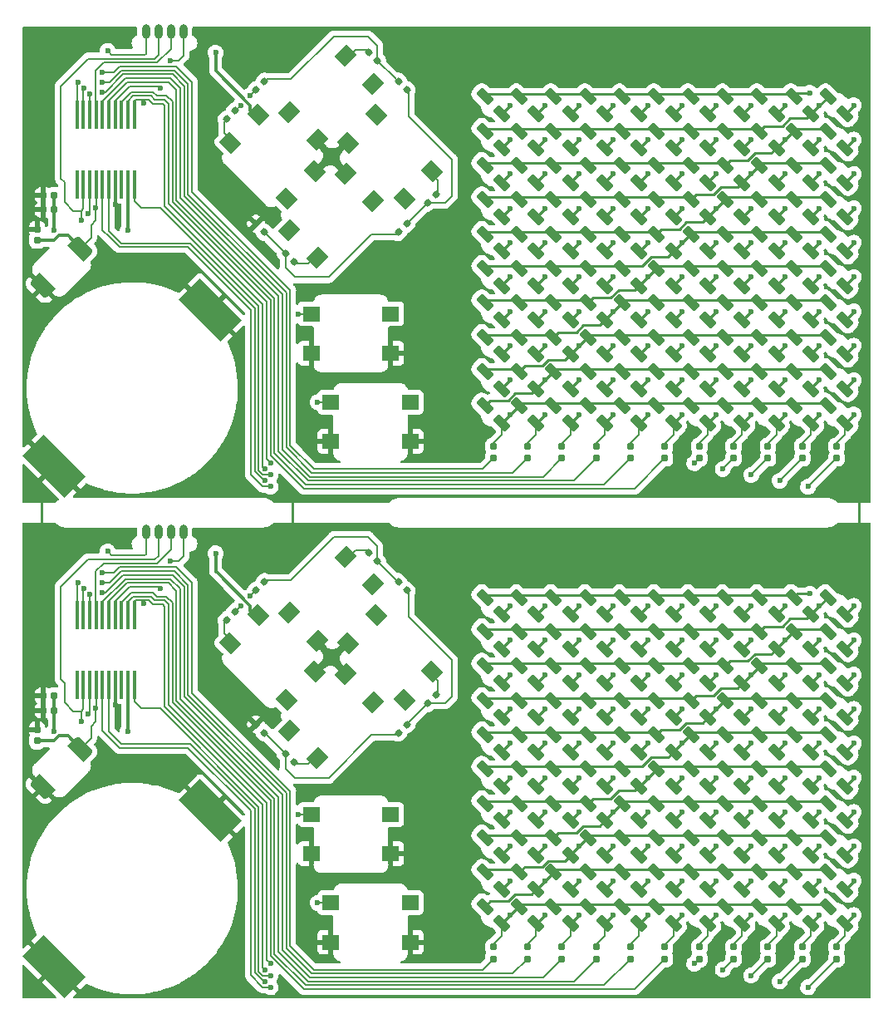
<source format=gbr>
%TF.GenerationSoftware,KiCad,Pcbnew,(6.0.9)*%
%TF.CreationDate,2023-02-03T02:03:43-05:00*%
%TF.ProjectId,businesscard_panel,62757369-6e65-4737-9363-6172645f7061,rev?*%
%TF.SameCoordinates,Original*%
%TF.FileFunction,Copper,L2,Bot*%
%TF.FilePolarity,Positive*%
%FSLAX46Y46*%
G04 Gerber Fmt 4.6, Leading zero omitted, Abs format (unit mm)*
G04 Created by KiCad (PCBNEW (6.0.9)) date 2023-02-03 02:03:43*
%MOMM*%
%LPD*%
G01*
G04 APERTURE LIST*
G04 Aperture macros list*
%AMRoundRect*
0 Rectangle with rounded corners*
0 $1 Rounding radius*
0 $2 $3 $4 $5 $6 $7 $8 $9 X,Y pos of 4 corners*
0 Add a 4 corners polygon primitive as box body*
4,1,4,$2,$3,$4,$5,$6,$7,$8,$9,$2,$3,0*
0 Add four circle primitives for the rounded corners*
1,1,$1+$1,$2,$3*
1,1,$1+$1,$4,$5*
1,1,$1+$1,$6,$7*
1,1,$1+$1,$8,$9*
0 Add four rect primitives between the rounded corners*
20,1,$1+$1,$2,$3,$4,$5,0*
20,1,$1+$1,$4,$5,$6,$7,0*
20,1,$1+$1,$6,$7,$8,$9,0*
20,1,$1+$1,$8,$9,$2,$3,0*%
%AMRotRect*
0 Rectangle, with rotation*
0 The origin of the aperture is its center*
0 $1 length*
0 $2 width*
0 $3 Rotation angle, in degrees counterclockwise*
0 Add horizontal line*
21,1,$1,$2,0,0,$3*%
%AMFreePoly0*
4,1,15,-1.143000,0.750000,1.143000,0.750000,1.143000,-0.375000,1.127371,-0.482133,1.073293,-0.592764,0.986296,-0.679914,0.875760,-0.734183,0.768000,-0.750000,-0.768000,-0.750000,-0.875133,-0.734371,-0.985764,-0.680293,-1.072913,-0.593297,-1.127183,-0.482760,-1.143000,-0.375000,-1.143000,0.750000,-1.143000,0.750000,$1*%
%AMFreePoly1*
4,1,15,-1.143000,0.375000,-1.127371,0.482133,-1.073293,0.592764,-0.986296,0.679914,-0.875760,0.734183,-0.768000,0.750000,0.768000,0.750000,0.875133,0.734371,0.985764,0.680293,1.072913,0.593297,1.127183,0.482760,1.143000,0.375000,1.143000,-0.750000,-1.143000,-0.750000,-1.143000,0.375000,-1.143000,0.375000,$1*%
G04 Aperture macros list end*
%TA.AperFunction,SMDPad,CuDef*%
%ADD10RoundRect,0.237500X-0.618718X0.282843X0.282843X-0.618718X0.618718X-0.282843X-0.282843X0.618718X0*%
%TD*%
%TA.AperFunction,SMDPad,CuDef*%
%ADD11O,0.800000X1.500000*%
%TD*%
%TA.AperFunction,SMDPad,CuDef*%
%ADD12RotRect,1.700000X1.500000X315.000000*%
%TD*%
%TA.AperFunction,SMDPad,CuDef*%
%ADD13RotRect,1.700000X1.500000X45.000000*%
%TD*%
%TA.AperFunction,SMDPad,CuDef*%
%ADD14RoundRect,0.100000X0.100000X-1.337500X0.100000X1.337500X-0.100000X1.337500X-0.100000X-1.337500X0*%
%TD*%
%TA.AperFunction,SMDPad,CuDef*%
%ADD15RotRect,3.000000X6.000000X45.000000*%
%TD*%
%TA.AperFunction,SMDPad,CuDef*%
%ADD16FreePoly0,135.000000*%
%TD*%
%TA.AperFunction,SMDPad,CuDef*%
%ADD17FreePoly1,135.000000*%
%TD*%
%TA.AperFunction,SMDPad,CuDef*%
%ADD18RotRect,1.700000X1.500000X225.000000*%
%TD*%
%TA.AperFunction,SMDPad,CuDef*%
%ADD19R,1.700000X1.500000*%
%TD*%
%TA.AperFunction,SMDPad,CuDef*%
%ADD20RotRect,1.700000X1.500000X135.000000*%
%TD*%
%TA.AperFunction,SMDPad,CuDef*%
%ADD21RoundRect,0.160000X0.160000X-0.197500X0.160000X0.197500X-0.160000X0.197500X-0.160000X-0.197500X0*%
%TD*%
%TA.AperFunction,SMDPad,CuDef*%
%ADD22RoundRect,0.160000X-0.026517X-0.252791X0.252791X0.026517X0.026517X0.252791X-0.252791X-0.026517X0*%
%TD*%
%TA.AperFunction,SMDPad,CuDef*%
%ADD23RoundRect,0.155000X0.212500X0.155000X-0.212500X0.155000X-0.212500X-0.155000X0.212500X-0.155000X0*%
%TD*%
%TA.AperFunction,SMDPad,CuDef*%
%ADD24RoundRect,0.160000X-0.252791X0.026517X0.026517X-0.252791X0.252791X-0.026517X-0.026517X0.252791X0*%
%TD*%
%TA.AperFunction,SMDPad,CuDef*%
%ADD25RoundRect,0.160000X0.026517X0.252791X-0.252791X-0.026517X-0.026517X-0.252791X0.252791X0.026517X0*%
%TD*%
%TA.AperFunction,SMDPad,CuDef*%
%ADD26RoundRect,0.160000X0.252791X-0.026517X-0.026517X0.252791X-0.252791X0.026517X0.026517X-0.252791X0*%
%TD*%
%TA.AperFunction,SMDPad,CuDef*%
%ADD27RoundRect,0.155000X0.155000X-0.212500X0.155000X0.212500X-0.155000X0.212500X-0.155000X-0.212500X0*%
%TD*%
%TA.AperFunction,ViaPad*%
%ADD28C,0.600000*%
%TD*%
%TA.AperFunction,Conductor*%
%ADD29C,0.200000*%
%TD*%
%TA.AperFunction,Conductor*%
%ADD30C,0.250000*%
%TD*%
%TA.AperFunction,Conductor*%
%ADD31C,0.300000*%
%TD*%
%TA.AperFunction,Conductor*%
%ADD32C,0.150000*%
%TD*%
G04 APERTURE END LIST*
D10*
%TO.P,D61,1,K*%
%TO.N,Net-(D1-Pad1)*%
X168633794Y-57633794D03*
%TO.P,D61,2,A*%
%TO.N,Net-(D104-Pad1)*%
X170366206Y-59366206D03*
%TD*%
%TO.P,D79,1,K*%
%TO.N,Net-(D10-Pad1)*%
X172133794Y-136633794D03*
%TO.P,D79,2,A*%
%TO.N,Net-(D103-Pad1)*%
X173866206Y-138366206D03*
%TD*%
%TO.P,D101,1,K*%
%TO.N,Net-(D100-Pad2)*%
X182633794Y-57633794D03*
%TO.P,D101,2,A*%
%TO.N,Net-(D1-Pad1)*%
X184366206Y-59366206D03*
%TD*%
%TO.P,D97,1,K*%
%TO.N,Net-(D107-Pad1)*%
X179133794Y-78633794D03*
%TO.P,D97,2,A*%
%TO.N,Net-(D100-Pad2)*%
X180866206Y-80366206D03*
%TD*%
%TO.P,D51,1,K*%
%TO.N,Net-(D1-Pad1)*%
X165133794Y-57633794D03*
%TO.P,D51,2,A*%
%TO.N,Net-(D105-Pad1)*%
X166866206Y-59366206D03*
%TD*%
%TO.P,D25,1,K*%
%TO.N,Net-(D104-Pad1)*%
X154633794Y-122633794D03*
%TO.P,D25,2,A*%
%TO.N,Net-(D108-Pad1)*%
X156366206Y-124366206D03*
%TD*%
%TO.P,D78,1,K*%
%TO.N,Net-(D108-Pad1)*%
X172133794Y-82133794D03*
%TO.P,D78,2,A*%
%TO.N,Net-(D103-Pad1)*%
X173866206Y-83866206D03*
%TD*%
%TO.P,D56,1,K*%
%TO.N,Net-(D106-Pad1)*%
X165133794Y-126133794D03*
%TO.P,D56,2,A*%
%TO.N,Net-(D105-Pad1)*%
X166866206Y-127866206D03*
%TD*%
%TO.P,D32,1,K*%
%TO.N,Net-(D100-Pad2)*%
X158133794Y-112133794D03*
%TO.P,D32,2,A*%
%TO.N,Net-(D107-Pad1)*%
X159866206Y-113866206D03*
%TD*%
%TO.P,D26,1,K*%
%TO.N,Net-(D105-Pad1)*%
X154633794Y-126133794D03*
%TO.P,D26,2,A*%
%TO.N,Net-(D108-Pad1)*%
X156366206Y-127866206D03*
%TD*%
%TO.P,D94,1,K*%
%TO.N,Net-(D104-Pad1)*%
X179133794Y-119133794D03*
%TO.P,D94,2,A*%
%TO.N,Net-(D100-Pad2)*%
X180866206Y-120866206D03*
%TD*%
%TO.P,D76,1,K*%
%TO.N,Net-(D106-Pad1)*%
X172133794Y-126133794D03*
%TO.P,D76,2,A*%
%TO.N,Net-(D103-Pad1)*%
X173866206Y-127866206D03*
%TD*%
D11*
%TO.P,J1,5,Pin_5*%
%TO.N,NRST*%
X116905000Y-102000000D03*
%TO.P,J1,6,Pin_6*%
%TO.N,UART_TX*%
X115635000Y-102000000D03*
%TO.P,J1,7,Pin_7*%
%TO.N,SWDIO*%
X114365000Y-102000000D03*
%TO.P,J1,8,Pin_8*%
%TO.N,SWCLK*%
X113095000Y-102000000D03*
%TD*%
D10*
%TO.P,D50,1,K*%
%TO.N,Net-(D1-Pad2)*%
X161633794Y-89133794D03*
%TO.P,D50,2,A*%
%TO.N,Net-(D106-Pad1)*%
X163366206Y-90866206D03*
%TD*%
%TO.P,D96,1,K*%
%TO.N,Net-(D106-Pad1)*%
X179133794Y-75133794D03*
%TO.P,D96,2,A*%
%TO.N,Net-(D100-Pad2)*%
X180866206Y-76866206D03*
%TD*%
D12*
%TO.P,SW4,1,1*%
%TO.N,N/C*%
X136550431Y-110472004D03*
X142277996Y-116199569D03*
%TO.P,SW4,2,2*%
%TO.N,VDD*%
X133722004Y-113300431D03*
X139449569Y-119027996D03*
%TD*%
D10*
%TO.P,D53,1,K*%
%TO.N,Net-(D102-Pad1)*%
X165133794Y-115633794D03*
%TO.P,D53,2,A*%
%TO.N,Net-(D105-Pad1)*%
X166866206Y-117366206D03*
%TD*%
%TO.P,D80,1,K*%
%TO.N,Net-(D1-Pad2)*%
X172133794Y-140133794D03*
%TO.P,D80,2,A*%
%TO.N,Net-(D103-Pad1)*%
X173866206Y-141866206D03*
%TD*%
%TO.P,D81,1,K*%
%TO.N,Net-(D1-Pad1)*%
X175633794Y-108633794D03*
%TO.P,D81,2,A*%
%TO.N,Net-(D102-Pad1)*%
X177366206Y-110366206D03*
%TD*%
%TO.P,D9,1,K*%
%TO.N,Net-(D108-Pad1)*%
X147633794Y-85633794D03*
%TO.P,D9,2,A*%
%TO.N,Net-(D1-Pad2)*%
X149366206Y-87366206D03*
%TD*%
%TO.P,D20,1,K*%
%TO.N,Net-(D1-Pad2)*%
X151133794Y-89133794D03*
%TO.P,D20,2,A*%
%TO.N,Net-(D10-Pad1)*%
X152866206Y-90866206D03*
%TD*%
%TO.P,D45,1,K*%
%TO.N,Net-(D104-Pad1)*%
X161633794Y-71633794D03*
%TO.P,D45,2,A*%
%TO.N,Net-(D106-Pad1)*%
X163366206Y-73366206D03*
%TD*%
%TO.P,D24,1,K*%
%TO.N,Net-(D103-Pad1)*%
X154633794Y-119133794D03*
%TO.P,D24,2,A*%
%TO.N,Net-(D108-Pad1)*%
X156366206Y-120866206D03*
%TD*%
%TO.P,D100,1,K*%
%TO.N,Net-(D1-Pad2)*%
X179133794Y-140133794D03*
%TO.P,D100,2,A*%
%TO.N,Net-(D100-Pad2)*%
X180866206Y-141866206D03*
%TD*%
D13*
%TO.P,SW3,1,1*%
%TO.N,N/C*%
X133449569Y-53472004D03*
X127722004Y-59199569D03*
%TO.P,SW3,2,2*%
%TO.N,VDD*%
X136277996Y-56300431D03*
X130550431Y-62027996D03*
%TD*%
D10*
%TO.P,D41,1,K*%
%TO.N,Net-(D1-Pad1)*%
X161633794Y-57633794D03*
%TO.P,D41,2,A*%
%TO.N,Net-(D106-Pad1)*%
X163366206Y-59366206D03*
%TD*%
%TO.P,D85,1,K*%
%TO.N,Net-(D105-Pad1)*%
X175633794Y-71633794D03*
%TO.P,D85,2,A*%
%TO.N,Net-(D102-Pad1)*%
X177366206Y-73366206D03*
%TD*%
%TO.P,D42,1,K*%
%TO.N,Net-(D100-Pad2)*%
X161633794Y-61133794D03*
%TO.P,D42,2,A*%
%TO.N,Net-(D106-Pad1)*%
X163366206Y-62866206D03*
%TD*%
%TO.P,D32,1,K*%
%TO.N,Net-(D100-Pad2)*%
X158133794Y-61133794D03*
%TO.P,D32,2,A*%
%TO.N,Net-(D107-Pad1)*%
X159866206Y-62866206D03*
%TD*%
%TO.P,D107,1,K*%
%TO.N,Net-(D107-Pad1)*%
X182633794Y-129633794D03*
%TO.P,D107,2,A*%
%TO.N,Net-(D1-Pad1)*%
X184366206Y-131366206D03*
%TD*%
%TO.P,D68,1,K*%
%TO.N,Net-(D108-Pad1)*%
X168633794Y-133133794D03*
%TO.P,D68,2,A*%
%TO.N,Net-(D104-Pad1)*%
X170366206Y-134866206D03*
%TD*%
%TO.P,D104,1,K*%
%TO.N,Net-(D104-Pad1)*%
X182633794Y-119133794D03*
%TO.P,D104,2,A*%
%TO.N,Net-(D1-Pad1)*%
X184366206Y-120866206D03*
%TD*%
%TO.P,D75,1,K*%
%TO.N,Net-(D105-Pad1)*%
X172133794Y-71633794D03*
%TO.P,D75,2,A*%
%TO.N,Net-(D103-Pad1)*%
X173866206Y-73366206D03*
%TD*%
%TO.P,D58,1,K*%
%TO.N,Net-(D108-Pad1)*%
X165133794Y-82133794D03*
%TO.P,D58,2,A*%
%TO.N,Net-(D105-Pad1)*%
X166866206Y-83866206D03*
%TD*%
D12*
%TO.P,SW4,1,1*%
%TO.N,N/C*%
X136550431Y-59472004D03*
X142277996Y-65199569D03*
%TO.P,SW4,2,2*%
%TO.N,VDD*%
X133722004Y-62300431D03*
X139449569Y-68027996D03*
%TD*%
D10*
%TO.P,D71,1,K*%
%TO.N,Net-(D1-Pad1)*%
X172133794Y-57633794D03*
%TO.P,D71,2,A*%
%TO.N,Net-(D103-Pad1)*%
X173866206Y-59366206D03*
%TD*%
%TO.P,D15,1,K*%
%TO.N,Net-(D104-Pad1)*%
X151133794Y-71633794D03*
%TO.P,D15,2,A*%
%TO.N,Net-(D10-Pad1)*%
X152866206Y-73366206D03*
%TD*%
%TO.P,D64,1,K*%
%TO.N,Net-(D103-Pad1)*%
X168633794Y-68133794D03*
%TO.P,D64,2,A*%
%TO.N,Net-(D104-Pad1)*%
X170366206Y-69866206D03*
%TD*%
%TO.P,D49,1,K*%
%TO.N,Net-(D10-Pad1)*%
X161633794Y-136633794D03*
%TO.P,D49,2,A*%
%TO.N,Net-(D106-Pad1)*%
X163366206Y-138366206D03*
%TD*%
%TO.P,D86,1,K*%
%TO.N,Net-(D106-Pad1)*%
X175633794Y-75133794D03*
%TO.P,D86,2,A*%
%TO.N,Net-(D102-Pad1)*%
X177366206Y-76866206D03*
%TD*%
%TO.P,D59,1,K*%
%TO.N,Net-(D10-Pad1)*%
X165133794Y-85633794D03*
%TO.P,D59,2,A*%
%TO.N,Net-(D105-Pad1)*%
X166866206Y-87366206D03*
%TD*%
%TO.P,D57,1,K*%
%TO.N,Net-(D107-Pad1)*%
X165133794Y-129633794D03*
%TO.P,D57,2,A*%
%TO.N,Net-(D105-Pad1)*%
X166866206Y-131366206D03*
%TD*%
%TO.P,D82,1,K*%
%TO.N,Net-(D100-Pad2)*%
X175633794Y-61133794D03*
%TO.P,D82,2,A*%
%TO.N,Net-(D102-Pad1)*%
X177366206Y-62866206D03*
%TD*%
%TO.P,D48,1,K*%
%TO.N,Net-(D108-Pad1)*%
X161633794Y-82133794D03*
%TO.P,D48,2,A*%
%TO.N,Net-(D106-Pad1)*%
X163366206Y-83866206D03*
%TD*%
%TO.P,D23,1,K*%
%TO.N,Net-(D102-Pad1)*%
X154633794Y-64633794D03*
%TO.P,D23,2,A*%
%TO.N,Net-(D108-Pad1)*%
X156366206Y-66366206D03*
%TD*%
%TO.P,D73,1,K*%
%TO.N,Net-(D102-Pad1)*%
X172133794Y-115633794D03*
%TO.P,D73,2,A*%
%TO.N,Net-(D103-Pad1)*%
X173866206Y-117366206D03*
%TD*%
%TO.P,D34,1,K*%
%TO.N,Net-(D103-Pad1)*%
X158133794Y-119133794D03*
%TO.P,D34,2,A*%
%TO.N,Net-(D107-Pad1)*%
X159866206Y-120866206D03*
%TD*%
%TO.P,D103,1,K*%
%TO.N,Net-(D103-Pad1)*%
X182633794Y-115633794D03*
%TO.P,D103,2,A*%
%TO.N,Net-(D1-Pad1)*%
X184366206Y-117366206D03*
%TD*%
%TO.P,D69,1,K*%
%TO.N,Net-(D10-Pad1)*%
X168633794Y-136633794D03*
%TO.P,D69,2,A*%
%TO.N,Net-(D104-Pad1)*%
X170366206Y-138366206D03*
%TD*%
%TO.P,D51,1,K*%
%TO.N,Net-(D1-Pad1)*%
X165133794Y-108633794D03*
%TO.P,D51,2,A*%
%TO.N,Net-(D105-Pad1)*%
X166866206Y-110366206D03*
%TD*%
%TO.P,D22,1,K*%
%TO.N,Net-(D100-Pad2)*%
X154633794Y-112133794D03*
%TO.P,D22,2,A*%
%TO.N,Net-(D108-Pad1)*%
X156366206Y-113866206D03*
%TD*%
%TO.P,D8,1,K*%
%TO.N,Net-(D107-Pad1)*%
X147633794Y-82133794D03*
%TO.P,D8,2,A*%
%TO.N,Net-(D1-Pad2)*%
X149366206Y-83866206D03*
%TD*%
%TO.P,D29,1,K*%
%TO.N,Net-(D10-Pad1)*%
X154633794Y-85633794D03*
%TO.P,D29,2,A*%
%TO.N,Net-(D108-Pad1)*%
X156366206Y-87366206D03*
%TD*%
%TO.P,D106,1,K*%
%TO.N,Net-(D106-Pad1)*%
X182633794Y-126133794D03*
%TO.P,D106,2,A*%
%TO.N,Net-(D1-Pad1)*%
X184366206Y-127866206D03*
%TD*%
%TO.P,D49,1,K*%
%TO.N,Net-(D10-Pad1)*%
X161633794Y-85633794D03*
%TO.P,D49,2,A*%
%TO.N,Net-(D106-Pad1)*%
X163366206Y-87366206D03*
%TD*%
%TO.P,D55,1,K*%
%TO.N,Net-(D104-Pad1)*%
X165133794Y-122633794D03*
%TO.P,D55,2,A*%
%TO.N,Net-(D105-Pad1)*%
X166866206Y-124366206D03*
%TD*%
%TO.P,D92,1,K*%
%TO.N,Net-(D102-Pad1)*%
X179133794Y-61133794D03*
%TO.P,D92,2,A*%
%TO.N,Net-(D100-Pad2)*%
X180866206Y-62866206D03*
%TD*%
%TO.P,D5,1,K*%
%TO.N,Net-(D104-Pad1)*%
X147633794Y-122633794D03*
%TO.P,D5,2,A*%
%TO.N,Net-(D1-Pad2)*%
X149366206Y-124366206D03*
%TD*%
D14*
%TO.P,U1,1,PD4*%
%TO.N,N/C*%
X106075000Y-117562500D03*
%TO.P,U1,2,PD5/SWDIO/AIN0*%
%TO.N,SWDIO*%
X106725000Y-117562500D03*
%TO.P,U1,3,PD6/AIN1*%
%TO.N,N/C*%
X107375000Y-117562500D03*
%TO.P,U1,4,~{RST}*%
%TO.N,NRST*%
X108025000Y-117562500D03*
%TO.P,U1,5,PA1/HSECLK1*%
%TO.N,Net-(R9-Pad1)*%
X108675000Y-117562500D03*
%TO.P,U1,6,PA2*%
%TO.N,Net-(R10-Pad1)*%
X109325000Y-117562500D03*
%TO.P,U1,7,VSS/VSSA*%
%TO.N,GND*%
X109975000Y-117562500D03*
%TO.P,U1,8,VCAP*%
%TO.N,N/C*%
X110625000Y-117562500D03*
%TO.P,U1,9,VDD/VDDA*%
%TO.N,VDD*%
X111275000Y-117562500D03*
%TO.P,U1,10,PA3*%
%TO.N,Net-(R11-Pad1)*%
X111925000Y-117562500D03*
%TO.P,U1,11,PB5/SWCLK/HSECLK3*%
%TO.N,SWCLK*%
X111925000Y-110437500D03*
%TO.P,U1,12,PB4*%
%TO.N,Net-(R13-Pad1)*%
X111275000Y-110437500D03*
%TO.P,U1,13,PC3*%
%TO.N,Net-(R14-Pad1)*%
X110625000Y-110437500D03*
%TO.P,U1,14,PC4/AIN2*%
%TO.N,N/C*%
X109975000Y-110437500D03*
%TO.P,U1,15,PC5/HSECLK4*%
%TO.N,Net-(R15-Pad1)*%
X109325000Y-110437500D03*
%TO.P,U1,16,PC6*%
%TO.N,Net-(R16-Pad1)*%
X108675000Y-110437500D03*
%TO.P,U1,17,PC7*%
%TO.N,UART_TX*%
X108025000Y-110437500D03*
%TO.P,U1,18,PC1*%
%TO.N,Net-(R17-Pad1)*%
X107375000Y-110437500D03*
%TO.P,U1,19,PD2/AIN4*%
%TO.N,N/C*%
X106725000Y-110437500D03*
%TO.P,U1,20,PD3/AIN3*%
X106075000Y-110437500D03*
%TD*%
D10*
%TO.P,D18,1,K*%
%TO.N,Net-(D107-Pad1)*%
X151133794Y-133133794D03*
%TO.P,D18,2,A*%
%TO.N,Net-(D10-Pad1)*%
X152866206Y-134866206D03*
%TD*%
%TO.P,D105,1,K*%
%TO.N,Net-(D105-Pad1)*%
X182633794Y-122633794D03*
%TO.P,D105,2,A*%
%TO.N,Net-(D1-Pad1)*%
X184366206Y-124366206D03*
%TD*%
%TO.P,D37,1,K*%
%TO.N,Net-(D106-Pad1)*%
X158133794Y-78633794D03*
%TO.P,D37,2,A*%
%TO.N,Net-(D107-Pad1)*%
X159866206Y-80366206D03*
%TD*%
%TO.P,D53,1,K*%
%TO.N,Net-(D102-Pad1)*%
X165133794Y-64633794D03*
%TO.P,D53,2,A*%
%TO.N,Net-(D105-Pad1)*%
X166866206Y-66366206D03*
%TD*%
%TO.P,D11,1,K*%
%TO.N,Net-(D1-Pad1)*%
X151133794Y-108633794D03*
%TO.P,D11,2,A*%
%TO.N,Net-(D10-Pad1)*%
X152866206Y-110366206D03*
%TD*%
%TO.P,D107,1,K*%
%TO.N,Net-(D107-Pad1)*%
X182633794Y-78633794D03*
%TO.P,D107,2,A*%
%TO.N,Net-(D1-Pad1)*%
X184366206Y-80366206D03*
%TD*%
%TO.P,D35,1,K*%
%TO.N,Net-(D104-Pad1)*%
X158133794Y-122633794D03*
%TO.P,D35,2,A*%
%TO.N,Net-(D107-Pad1)*%
X159866206Y-124366206D03*
%TD*%
%TO.P,D94,1,K*%
%TO.N,Net-(D104-Pad1)*%
X179133794Y-68133794D03*
%TO.P,D94,2,A*%
%TO.N,Net-(D100-Pad2)*%
X180866206Y-69866206D03*
%TD*%
%TO.P,D61,1,K*%
%TO.N,Net-(D1-Pad1)*%
X168633794Y-108633794D03*
%TO.P,D61,2,A*%
%TO.N,Net-(D104-Pad1)*%
X170366206Y-110366206D03*
%TD*%
%TO.P,D72,1,K*%
%TO.N,Net-(D100-Pad2)*%
X172133794Y-112133794D03*
%TO.P,D72,2,A*%
%TO.N,Net-(D103-Pad1)*%
X173866206Y-113866206D03*
%TD*%
%TO.P,D73,1,K*%
%TO.N,Net-(D102-Pad1)*%
X172133794Y-64633794D03*
%TO.P,D73,2,A*%
%TO.N,Net-(D103-Pad1)*%
X173866206Y-66366206D03*
%TD*%
%TO.P,D35,1,K*%
%TO.N,Net-(D104-Pad1)*%
X158133794Y-71633794D03*
%TO.P,D35,2,A*%
%TO.N,Net-(D107-Pad1)*%
X159866206Y-73366206D03*
%TD*%
%TO.P,D34,1,K*%
%TO.N,Net-(D103-Pad1)*%
X158133794Y-68133794D03*
%TO.P,D34,2,A*%
%TO.N,Net-(D107-Pad1)*%
X159866206Y-69866206D03*
%TD*%
%TO.P,D52,1,K*%
%TO.N,Net-(D100-Pad2)*%
X165133794Y-112133794D03*
%TO.P,D52,2,A*%
%TO.N,Net-(D105-Pad1)*%
X166866206Y-113866206D03*
%TD*%
%TO.P,D27,1,K*%
%TO.N,Net-(D106-Pad1)*%
X154633794Y-78633794D03*
%TO.P,D27,2,A*%
%TO.N,Net-(D108-Pad1)*%
X156366206Y-80366206D03*
%TD*%
%TO.P,D24,1,K*%
%TO.N,Net-(D103-Pad1)*%
X154633794Y-68133794D03*
%TO.P,D24,2,A*%
%TO.N,Net-(D108-Pad1)*%
X156366206Y-69866206D03*
%TD*%
%TO.P,D21,1,K*%
%TO.N,Net-(D1-Pad1)*%
X154633794Y-57633794D03*
%TO.P,D21,2,A*%
%TO.N,Net-(D108-Pad1)*%
X156366206Y-59366206D03*
%TD*%
%TO.P,D5,1,K*%
%TO.N,Net-(D104-Pad1)*%
X147633794Y-71633794D03*
%TO.P,D5,2,A*%
%TO.N,Net-(D1-Pad2)*%
X149366206Y-73366206D03*
%TD*%
%TO.P,D46,1,K*%
%TO.N,Net-(D105-Pad1)*%
X161633794Y-126133794D03*
%TO.P,D46,2,A*%
%TO.N,Net-(D106-Pad1)*%
X163366206Y-127866206D03*
%TD*%
%TO.P,D22,1,K*%
%TO.N,Net-(D100-Pad2)*%
X154633794Y-61133794D03*
%TO.P,D22,2,A*%
%TO.N,Net-(D108-Pad1)*%
X156366206Y-62866206D03*
%TD*%
%TO.P,D50,1,K*%
%TO.N,Net-(D1-Pad2)*%
X161633794Y-140133794D03*
%TO.P,D50,2,A*%
%TO.N,Net-(D106-Pad1)*%
X163366206Y-141866206D03*
%TD*%
%TO.P,D55,1,K*%
%TO.N,Net-(D104-Pad1)*%
X165133794Y-71633794D03*
%TO.P,D55,2,A*%
%TO.N,Net-(D105-Pad1)*%
X166866206Y-73366206D03*
%TD*%
%TO.P,D3,1,K*%
%TO.N,Net-(D102-Pad1)*%
X147633794Y-64633794D03*
%TO.P,D3,2,A*%
%TO.N,Net-(D1-Pad2)*%
X149366206Y-66366206D03*
%TD*%
%TO.P,D1,1,K*%
%TO.N,Net-(D1-Pad1)*%
X147633794Y-57633794D03*
%TO.P,D1,2,A*%
%TO.N,Net-(D1-Pad2)*%
X149366206Y-59366206D03*
%TD*%
%TO.P,D16,1,K*%
%TO.N,Net-(D105-Pad1)*%
X151133794Y-126133794D03*
%TO.P,D16,2,A*%
%TO.N,Net-(D10-Pad1)*%
X152866206Y-127866206D03*
%TD*%
%TO.P,D9,1,K*%
%TO.N,Net-(D108-Pad1)*%
X147633794Y-136633794D03*
%TO.P,D9,2,A*%
%TO.N,Net-(D1-Pad2)*%
X149366206Y-138366206D03*
%TD*%
%TO.P,D66,1,K*%
%TO.N,Net-(D106-Pad1)*%
X168633794Y-126133794D03*
%TO.P,D66,2,A*%
%TO.N,Net-(D104-Pad1)*%
X170366206Y-127866206D03*
%TD*%
%TO.P,D105,1,K*%
%TO.N,Net-(D105-Pad1)*%
X182633794Y-71633794D03*
%TO.P,D105,2,A*%
%TO.N,Net-(D1-Pad1)*%
X184366206Y-73366206D03*
%TD*%
%TO.P,D91,1,K*%
%TO.N,Net-(D1-Pad1)*%
X179133794Y-57633794D03*
%TO.P,D91,2,A*%
%TO.N,Net-(D100-Pad2)*%
X180866206Y-59366206D03*
%TD*%
%TO.P,D103,1,K*%
%TO.N,Net-(D103-Pad1)*%
X182633794Y-64633794D03*
%TO.P,D103,2,A*%
%TO.N,Net-(D1-Pad1)*%
X184366206Y-66366206D03*
%TD*%
%TO.P,D93,1,K*%
%TO.N,Net-(D103-Pad1)*%
X179133794Y-64633794D03*
%TO.P,D93,2,A*%
%TO.N,Net-(D100-Pad2)*%
X180866206Y-66366206D03*
%TD*%
%TO.P,D79,1,K*%
%TO.N,Net-(D10-Pad1)*%
X172133794Y-85633794D03*
%TO.P,D79,2,A*%
%TO.N,Net-(D103-Pad1)*%
X173866206Y-87366206D03*
%TD*%
D15*
%TO.P,BT1,2,-*%
%TO.N,GND*%
X119659902Y-130340098D03*
X103750000Y-146250000D03*
%TD*%
D10*
%TO.P,D15,1,K*%
%TO.N,Net-(D104-Pad1)*%
X151133794Y-122633794D03*
%TO.P,D15,2,A*%
%TO.N,Net-(D10-Pad1)*%
X152866206Y-124366206D03*
%TD*%
%TO.P,D17,1,K*%
%TO.N,Net-(D106-Pad1)*%
X151133794Y-129633794D03*
%TO.P,D17,2,A*%
%TO.N,Net-(D10-Pad1)*%
X152866206Y-131366206D03*
%TD*%
%TO.P,D69,1,K*%
%TO.N,Net-(D10-Pad1)*%
X168633794Y-85633794D03*
%TO.P,D69,2,A*%
%TO.N,Net-(D104-Pad1)*%
X170366206Y-87366206D03*
%TD*%
%TO.P,D98,1,K*%
%TO.N,Net-(D108-Pad1)*%
X179133794Y-133133794D03*
%TO.P,D98,2,A*%
%TO.N,Net-(D100-Pad2)*%
X180866206Y-134866206D03*
%TD*%
%TO.P,D54,1,K*%
%TO.N,Net-(D103-Pad1)*%
X165133794Y-119133794D03*
%TO.P,D54,2,A*%
%TO.N,Net-(D105-Pad1)*%
X166866206Y-120866206D03*
%TD*%
%TO.P,D74,1,K*%
%TO.N,Net-(D104-Pad1)*%
X172133794Y-119133794D03*
%TO.P,D74,2,A*%
%TO.N,Net-(D103-Pad1)*%
X173866206Y-120866206D03*
%TD*%
%TO.P,D62,1,K*%
%TO.N,Net-(D100-Pad2)*%
X168633794Y-61133794D03*
%TO.P,D62,2,A*%
%TO.N,Net-(D104-Pad1)*%
X170366206Y-62866206D03*
%TD*%
%TO.P,D82,1,K*%
%TO.N,Net-(D100-Pad2)*%
X175633794Y-112133794D03*
%TO.P,D82,2,A*%
%TO.N,Net-(D102-Pad1)*%
X177366206Y-113866206D03*
%TD*%
%TO.P,D43,1,K*%
%TO.N,Net-(D102-Pad1)*%
X161633794Y-115633794D03*
%TO.P,D43,2,A*%
%TO.N,Net-(D106-Pad1)*%
X163366206Y-117366206D03*
%TD*%
%TO.P,D102,1,K*%
%TO.N,Net-(D102-Pad1)*%
X182633794Y-112133794D03*
%TO.P,D102,2,A*%
%TO.N,Net-(D1-Pad1)*%
X184366206Y-113866206D03*
%TD*%
%TO.P,D86,1,K*%
%TO.N,Net-(D106-Pad1)*%
X175633794Y-126133794D03*
%TO.P,D86,2,A*%
%TO.N,Net-(D102-Pad1)*%
X177366206Y-127866206D03*
%TD*%
%TO.P,D98,1,K*%
%TO.N,Net-(D108-Pad1)*%
X179133794Y-82133794D03*
%TO.P,D98,2,A*%
%TO.N,Net-(D100-Pad2)*%
X180866206Y-83866206D03*
%TD*%
%TO.P,D63,1,K*%
%TO.N,Net-(D102-Pad1)*%
X168633794Y-64633794D03*
%TO.P,D63,2,A*%
%TO.N,Net-(D104-Pad1)*%
X170366206Y-66366206D03*
%TD*%
%TO.P,D2,1,K*%
%TO.N,Net-(D100-Pad2)*%
X147633794Y-61133794D03*
%TO.P,D2,2,A*%
%TO.N,Net-(D1-Pad2)*%
X149366206Y-62866206D03*
%TD*%
D16*
%TO.P,SW1,1,1*%
%TO.N,NRST*%
X106444544Y-124055456D03*
D17*
%TO.P,SW1,2,2*%
%TO.N,GND*%
X102555456Y-127944544D03*
%TD*%
D10*
%TO.P,D41,1,K*%
%TO.N,Net-(D1-Pad1)*%
X161633794Y-108633794D03*
%TO.P,D41,2,A*%
%TO.N,Net-(D106-Pad1)*%
X163366206Y-110366206D03*
%TD*%
%TO.P,D6,1,K*%
%TO.N,Net-(D105-Pad1)*%
X147633794Y-75133794D03*
%TO.P,D6,2,A*%
%TO.N,Net-(D1-Pad2)*%
X149366206Y-76866206D03*
%TD*%
%TO.P,D29,1,K*%
%TO.N,Net-(D10-Pad1)*%
X154633794Y-136633794D03*
%TO.P,D29,2,A*%
%TO.N,Net-(D108-Pad1)*%
X156366206Y-138366206D03*
%TD*%
%TO.P,D37,1,K*%
%TO.N,Net-(D106-Pad1)*%
X158133794Y-129633794D03*
%TO.P,D37,2,A*%
%TO.N,Net-(D107-Pad1)*%
X159866206Y-131366206D03*
%TD*%
%TO.P,D56,1,K*%
%TO.N,Net-(D106-Pad1)*%
X165133794Y-75133794D03*
%TO.P,D56,2,A*%
%TO.N,Net-(D105-Pad1)*%
X166866206Y-76866206D03*
%TD*%
%TO.P,D47,1,K*%
%TO.N,Net-(D107-Pad1)*%
X161633794Y-78633794D03*
%TO.P,D47,2,A*%
%TO.N,Net-(D106-Pad1)*%
X163366206Y-80366206D03*
%TD*%
%TO.P,D72,1,K*%
%TO.N,Net-(D100-Pad2)*%
X172133794Y-61133794D03*
%TO.P,D72,2,A*%
%TO.N,Net-(D103-Pad1)*%
X173866206Y-62866206D03*
%TD*%
%TO.P,D85,1,K*%
%TO.N,Net-(D105-Pad1)*%
X175633794Y-122633794D03*
%TO.P,D85,2,A*%
%TO.N,Net-(D102-Pad1)*%
X177366206Y-124366206D03*
%TD*%
%TO.P,D110,1,K*%
%TO.N,Net-(D1-Pad2)*%
X182633794Y-89133794D03*
%TO.P,D110,2,A*%
%TO.N,Net-(D1-Pad1)*%
X184366206Y-90866206D03*
%TD*%
D14*
%TO.P,U1,1,PD4*%
%TO.N,N/C*%
X106075000Y-66562500D03*
%TO.P,U1,2,PD5/SWDIO/AIN0*%
%TO.N,SWDIO*%
X106725000Y-66562500D03*
%TO.P,U1,3,PD6/AIN1*%
%TO.N,N/C*%
X107375000Y-66562500D03*
%TO.P,U1,4,~{RST}*%
%TO.N,NRST*%
X108025000Y-66562500D03*
%TO.P,U1,5,PA1/HSECLK1*%
%TO.N,Net-(R9-Pad1)*%
X108675000Y-66562500D03*
%TO.P,U1,6,PA2*%
%TO.N,Net-(R10-Pad1)*%
X109325000Y-66562500D03*
%TO.P,U1,7,VSS/VSSA*%
%TO.N,GND*%
X109975000Y-66562500D03*
%TO.P,U1,8,VCAP*%
%TO.N,N/C*%
X110625000Y-66562500D03*
%TO.P,U1,9,VDD/VDDA*%
%TO.N,VDD*%
X111275000Y-66562500D03*
%TO.P,U1,10,PA3*%
%TO.N,Net-(R11-Pad1)*%
X111925000Y-66562500D03*
%TO.P,U1,11,PB5/SWCLK/HSECLK3*%
%TO.N,SWCLK*%
X111925000Y-59437500D03*
%TO.P,U1,12,PB4*%
%TO.N,Net-(R13-Pad1)*%
X111275000Y-59437500D03*
%TO.P,U1,13,PC3*%
%TO.N,Net-(R14-Pad1)*%
X110625000Y-59437500D03*
%TO.P,U1,14,PC4/AIN2*%
%TO.N,N/C*%
X109975000Y-59437500D03*
%TO.P,U1,15,PC5/HSECLK4*%
%TO.N,Net-(R15-Pad1)*%
X109325000Y-59437500D03*
%TO.P,U1,16,PC6*%
%TO.N,Net-(R16-Pad1)*%
X108675000Y-59437500D03*
%TO.P,U1,17,PC7*%
%TO.N,UART_TX*%
X108025000Y-59437500D03*
%TO.P,U1,18,PC1*%
%TO.N,Net-(R17-Pad1)*%
X107375000Y-59437500D03*
%TO.P,U1,19,PD2/AIN4*%
%TO.N,N/C*%
X106725000Y-59437500D03*
%TO.P,U1,20,PD3/AIN3*%
X106075000Y-59437500D03*
%TD*%
D10*
%TO.P,D67,1,K*%
%TO.N,Net-(D107-Pad1)*%
X168633794Y-129633794D03*
%TO.P,D67,2,A*%
%TO.N,Net-(D104-Pad1)*%
X170366206Y-131366206D03*
%TD*%
%TO.P,D64,1,K*%
%TO.N,Net-(D103-Pad1)*%
X168633794Y-119133794D03*
%TO.P,D64,2,A*%
%TO.N,Net-(D104-Pad1)*%
X170366206Y-120866206D03*
%TD*%
%TO.P,D23,1,K*%
%TO.N,Net-(D102-Pad1)*%
X154633794Y-115633794D03*
%TO.P,D23,2,A*%
%TO.N,Net-(D108-Pad1)*%
X156366206Y-117366206D03*
%TD*%
D15*
%TO.P,BT1,2,-*%
%TO.N,GND*%
X119659902Y-79340098D03*
X103750000Y-95250000D03*
%TD*%
D10*
%TO.P,D58,1,K*%
%TO.N,Net-(D108-Pad1)*%
X165133794Y-133133794D03*
%TO.P,D58,2,A*%
%TO.N,Net-(D105-Pad1)*%
X166866206Y-134866206D03*
%TD*%
D18*
%TO.P,SW5,1,1*%
%TO.N,N/C*%
X136277996Y-119300431D03*
X130550431Y-125027996D03*
%TO.P,SW5,2,2*%
%TO.N,VDD*%
X133449569Y-116472004D03*
X127722004Y-122199569D03*
%TD*%
D13*
%TO.P,SW3,1,1*%
%TO.N,N/C*%
X133449569Y-104472004D03*
X127722004Y-110199569D03*
%TO.P,SW3,2,2*%
%TO.N,VDD*%
X136277996Y-107300431D03*
X130550431Y-113027996D03*
%TD*%
D10*
%TO.P,D84,1,K*%
%TO.N,Net-(D104-Pad1)*%
X175633794Y-119133794D03*
%TO.P,D84,2,A*%
%TO.N,Net-(D102-Pad1)*%
X177366206Y-120866206D03*
%TD*%
%TO.P,D4,1,K*%
%TO.N,Net-(D103-Pad1)*%
X147633794Y-119133794D03*
%TO.P,D4,2,A*%
%TO.N,Net-(D1-Pad2)*%
X149366206Y-120866206D03*
%TD*%
%TO.P,D19,1,K*%
%TO.N,Net-(D108-Pad1)*%
X151133794Y-136633794D03*
%TO.P,D19,2,A*%
%TO.N,Net-(D10-Pad1)*%
X152866206Y-138366206D03*
%TD*%
%TO.P,D40,1,K*%
%TO.N,Net-(D1-Pad2)*%
X158133794Y-140133794D03*
%TO.P,D40,2,A*%
%TO.N,Net-(D107-Pad1)*%
X159866206Y-141866206D03*
%TD*%
%TO.P,D67,1,K*%
%TO.N,Net-(D107-Pad1)*%
X168633794Y-78633794D03*
%TO.P,D67,2,A*%
%TO.N,Net-(D104-Pad1)*%
X170366206Y-80366206D03*
%TD*%
D19*
%TO.P,SW7,1,1*%
%TO.N,GND*%
X131950000Y-92750000D03*
X140050000Y-92750000D03*
%TO.P,SW7,2,2*%
%TO.N,SWDIO*%
X131950000Y-88750000D03*
X140050000Y-88750000D03*
%TD*%
D20*
%TO.P,SW2,1,1*%
%TO.N,N/C*%
X127449569Y-68027996D03*
X121722004Y-62300431D03*
%TO.P,SW2,2,2*%
%TO.N,VDD*%
X124550431Y-59472004D03*
X130277996Y-65199569D03*
%TD*%
D10*
%TO.P,D30,1,K*%
%TO.N,Net-(D1-Pad2)*%
X154633794Y-140133794D03*
%TO.P,D30,2,A*%
%TO.N,Net-(D108-Pad1)*%
X156366206Y-141866206D03*
%TD*%
%TO.P,D44,1,K*%
%TO.N,Net-(D103-Pad1)*%
X161633794Y-119133794D03*
%TO.P,D44,2,A*%
%TO.N,Net-(D106-Pad1)*%
X163366206Y-120866206D03*
%TD*%
%TO.P,D70,1,K*%
%TO.N,Net-(D1-Pad2)*%
X168633794Y-140133794D03*
%TO.P,D70,2,A*%
%TO.N,Net-(D104-Pad1)*%
X170366206Y-141866206D03*
%TD*%
%TO.P,D108,1,K*%
%TO.N,Net-(D108-Pad1)*%
X182633794Y-133133794D03*
%TO.P,D108,2,A*%
%TO.N,Net-(D1-Pad1)*%
X184366206Y-134866206D03*
%TD*%
%TO.P,D31,1,K*%
%TO.N,Net-(D1-Pad1)*%
X158133794Y-108633794D03*
%TO.P,D31,2,A*%
%TO.N,Net-(D107-Pad1)*%
X159866206Y-110366206D03*
%TD*%
%TO.P,D62,1,K*%
%TO.N,Net-(D100-Pad2)*%
X168633794Y-112133794D03*
%TO.P,D62,2,A*%
%TO.N,Net-(D104-Pad1)*%
X170366206Y-113866206D03*
%TD*%
%TO.P,D26,1,K*%
%TO.N,Net-(D105-Pad1)*%
X154633794Y-75133794D03*
%TO.P,D26,2,A*%
%TO.N,Net-(D108-Pad1)*%
X156366206Y-76866206D03*
%TD*%
%TO.P,D28,1,K*%
%TO.N,Net-(D107-Pad1)*%
X154633794Y-133133794D03*
%TO.P,D28,2,A*%
%TO.N,Net-(D108-Pad1)*%
X156366206Y-134866206D03*
%TD*%
%TO.P,D48,1,K*%
%TO.N,Net-(D108-Pad1)*%
X161633794Y-133133794D03*
%TO.P,D48,2,A*%
%TO.N,Net-(D106-Pad1)*%
X163366206Y-134866206D03*
%TD*%
%TO.P,D76,1,K*%
%TO.N,Net-(D106-Pad1)*%
X172133794Y-75133794D03*
%TO.P,D76,2,A*%
%TO.N,Net-(D103-Pad1)*%
X173866206Y-76866206D03*
%TD*%
%TO.P,D83,1,K*%
%TO.N,Net-(D103-Pad1)*%
X175633794Y-115633794D03*
%TO.P,D83,2,A*%
%TO.N,Net-(D102-Pad1)*%
X177366206Y-117366206D03*
%TD*%
%TO.P,D60,1,K*%
%TO.N,Net-(D1-Pad2)*%
X165133794Y-140133794D03*
%TO.P,D60,2,A*%
%TO.N,Net-(D105-Pad1)*%
X166866206Y-141866206D03*
%TD*%
%TO.P,D59,1,K*%
%TO.N,Net-(D10-Pad1)*%
X165133794Y-136633794D03*
%TO.P,D59,2,A*%
%TO.N,Net-(D105-Pad1)*%
X166866206Y-138366206D03*
%TD*%
%TO.P,D87,1,K*%
%TO.N,Net-(D107-Pad1)*%
X175633794Y-78633794D03*
%TO.P,D87,2,A*%
%TO.N,Net-(D102-Pad1)*%
X177366206Y-80366206D03*
%TD*%
%TO.P,D70,1,K*%
%TO.N,Net-(D1-Pad2)*%
X168633794Y-89133794D03*
%TO.P,D70,2,A*%
%TO.N,Net-(D104-Pad1)*%
X170366206Y-90866206D03*
%TD*%
%TO.P,D89,1,K*%
%TO.N,Net-(D10-Pad1)*%
X175633794Y-85633794D03*
%TO.P,D89,2,A*%
%TO.N,Net-(D102-Pad1)*%
X177366206Y-87366206D03*
%TD*%
%TO.P,D3,1,K*%
%TO.N,Net-(D102-Pad1)*%
X147633794Y-115633794D03*
%TO.P,D3,2,A*%
%TO.N,Net-(D1-Pad2)*%
X149366206Y-117366206D03*
%TD*%
%TO.P,D10,1,K*%
%TO.N,Net-(D10-Pad1)*%
X147633794Y-89133794D03*
%TO.P,D10,2,A*%
%TO.N,Net-(D1-Pad2)*%
X149366206Y-90866206D03*
%TD*%
%TO.P,D47,1,K*%
%TO.N,Net-(D107-Pad1)*%
X161633794Y-129633794D03*
%TO.P,D47,2,A*%
%TO.N,Net-(D106-Pad1)*%
X163366206Y-131366206D03*
%TD*%
%TO.P,D18,1,K*%
%TO.N,Net-(D107-Pad1)*%
X151133794Y-82133794D03*
%TO.P,D18,2,A*%
%TO.N,Net-(D10-Pad1)*%
X152866206Y-83866206D03*
%TD*%
%TO.P,D42,1,K*%
%TO.N,Net-(D100-Pad2)*%
X161633794Y-112133794D03*
%TO.P,D42,2,A*%
%TO.N,Net-(D106-Pad1)*%
X163366206Y-113866206D03*
%TD*%
%TO.P,D71,1,K*%
%TO.N,Net-(D1-Pad1)*%
X172133794Y-108633794D03*
%TO.P,D71,2,A*%
%TO.N,Net-(D103-Pad1)*%
X173866206Y-110366206D03*
%TD*%
%TO.P,D33,1,K*%
%TO.N,Net-(D102-Pad1)*%
X158133794Y-115633794D03*
%TO.P,D33,2,A*%
%TO.N,Net-(D107-Pad1)*%
X159866206Y-117366206D03*
%TD*%
%TO.P,D20,1,K*%
%TO.N,Net-(D1-Pad2)*%
X151133794Y-140133794D03*
%TO.P,D20,2,A*%
%TO.N,Net-(D10-Pad1)*%
X152866206Y-141866206D03*
%TD*%
%TO.P,D45,1,K*%
%TO.N,Net-(D104-Pad1)*%
X161633794Y-122633794D03*
%TO.P,D45,2,A*%
%TO.N,Net-(D106-Pad1)*%
X163366206Y-124366206D03*
%TD*%
D19*
%TO.P,SW7,1,1*%
%TO.N,GND*%
X131950000Y-143750000D03*
X140050000Y-143750000D03*
%TO.P,SW7,2,2*%
%TO.N,SWDIO*%
X131950000Y-139750000D03*
X140050000Y-139750000D03*
%TD*%
D10*
%TO.P,D92,1,K*%
%TO.N,Net-(D102-Pad1)*%
X179133794Y-112133794D03*
%TO.P,D92,2,A*%
%TO.N,Net-(D100-Pad2)*%
X180866206Y-113866206D03*
%TD*%
%TO.P,D87,1,K*%
%TO.N,Net-(D107-Pad1)*%
X175633794Y-129633794D03*
%TO.P,D87,2,A*%
%TO.N,Net-(D102-Pad1)*%
X177366206Y-131366206D03*
%TD*%
%TO.P,D38,1,K*%
%TO.N,Net-(D108-Pad1)*%
X158133794Y-82133794D03*
%TO.P,D38,2,A*%
%TO.N,Net-(D107-Pad1)*%
X159866206Y-83866206D03*
%TD*%
%TO.P,D104,1,K*%
%TO.N,Net-(D104-Pad1)*%
X182633794Y-68133794D03*
%TO.P,D104,2,A*%
%TO.N,Net-(D1-Pad1)*%
X184366206Y-69866206D03*
%TD*%
%TO.P,D54,1,K*%
%TO.N,Net-(D103-Pad1)*%
X165133794Y-68133794D03*
%TO.P,D54,2,A*%
%TO.N,Net-(D105-Pad1)*%
X166866206Y-69866206D03*
%TD*%
%TO.P,D14,1,K*%
%TO.N,Net-(D103-Pad1)*%
X151133794Y-68133794D03*
%TO.P,D14,2,A*%
%TO.N,Net-(D10-Pad1)*%
X152866206Y-69866206D03*
%TD*%
%TO.P,D33,1,K*%
%TO.N,Net-(D102-Pad1)*%
X158133794Y-64633794D03*
%TO.P,D33,2,A*%
%TO.N,Net-(D107-Pad1)*%
X159866206Y-66366206D03*
%TD*%
%TO.P,D90,1,K*%
%TO.N,Net-(D1-Pad2)*%
X175633794Y-89133794D03*
%TO.P,D90,2,A*%
%TO.N,Net-(D102-Pad1)*%
X177366206Y-90866206D03*
%TD*%
%TO.P,D110,1,K*%
%TO.N,Net-(D1-Pad2)*%
X182633794Y-140133794D03*
%TO.P,D110,2,A*%
%TO.N,Net-(D1-Pad1)*%
X184366206Y-141866206D03*
%TD*%
%TO.P,D25,1,K*%
%TO.N,Net-(D104-Pad1)*%
X154633794Y-71633794D03*
%TO.P,D25,2,A*%
%TO.N,Net-(D108-Pad1)*%
X156366206Y-73366206D03*
%TD*%
D16*
%TO.P,SW1,1,1*%
%TO.N,NRST*%
X106444544Y-73055456D03*
D17*
%TO.P,SW1,2,2*%
%TO.N,GND*%
X102555456Y-76944544D03*
%TD*%
D10*
%TO.P,D7,1,K*%
%TO.N,Net-(D106-Pad1)*%
X147633794Y-78633794D03*
%TO.P,D7,2,A*%
%TO.N,Net-(D1-Pad2)*%
X149366206Y-80366206D03*
%TD*%
%TO.P,D89,1,K*%
%TO.N,Net-(D10-Pad1)*%
X175633794Y-136633794D03*
%TO.P,D89,2,A*%
%TO.N,Net-(D102-Pad1)*%
X177366206Y-138366206D03*
%TD*%
%TO.P,D65,1,K*%
%TO.N,Net-(D105-Pad1)*%
X168633794Y-71633794D03*
%TO.P,D65,2,A*%
%TO.N,Net-(D104-Pad1)*%
X170366206Y-73366206D03*
%TD*%
%TO.P,D78,1,K*%
%TO.N,Net-(D108-Pad1)*%
X172133794Y-133133794D03*
%TO.P,D78,2,A*%
%TO.N,Net-(D103-Pad1)*%
X173866206Y-134866206D03*
%TD*%
%TO.P,D80,1,K*%
%TO.N,Net-(D1-Pad2)*%
X172133794Y-89133794D03*
%TO.P,D80,2,A*%
%TO.N,Net-(D103-Pad1)*%
X173866206Y-90866206D03*
%TD*%
%TO.P,D100,1,K*%
%TO.N,Net-(D1-Pad2)*%
X179133794Y-89133794D03*
%TO.P,D100,2,A*%
%TO.N,Net-(D100-Pad2)*%
X180866206Y-90866206D03*
%TD*%
%TO.P,D88,1,K*%
%TO.N,Net-(D108-Pad1)*%
X175633794Y-133133794D03*
%TO.P,D88,2,A*%
%TO.N,Net-(D102-Pad1)*%
X177366206Y-134866206D03*
%TD*%
%TO.P,D93,1,K*%
%TO.N,Net-(D103-Pad1)*%
X179133794Y-115633794D03*
%TO.P,D93,2,A*%
%TO.N,Net-(D100-Pad2)*%
X180866206Y-117366206D03*
%TD*%
%TO.P,D90,1,K*%
%TO.N,Net-(D1-Pad2)*%
X175633794Y-140133794D03*
%TO.P,D90,2,A*%
%TO.N,Net-(D102-Pad1)*%
X177366206Y-141866206D03*
%TD*%
%TO.P,D31,1,K*%
%TO.N,Net-(D1-Pad1)*%
X158133794Y-57633794D03*
%TO.P,D31,2,A*%
%TO.N,Net-(D107-Pad1)*%
X159866206Y-59366206D03*
%TD*%
%TO.P,D77,1,K*%
%TO.N,Net-(D107-Pad1)*%
X172133794Y-78633794D03*
%TO.P,D77,2,A*%
%TO.N,Net-(D103-Pad1)*%
X173866206Y-80366206D03*
%TD*%
D18*
%TO.P,SW5,1,1*%
%TO.N,N/C*%
X136277996Y-68300431D03*
X130550431Y-74027996D03*
%TO.P,SW5,2,2*%
%TO.N,VDD*%
X133449569Y-65472004D03*
X127722004Y-71199569D03*
%TD*%
D10*
%TO.P,D21,1,K*%
%TO.N,Net-(D1-Pad1)*%
X154633794Y-108633794D03*
%TO.P,D21,2,A*%
%TO.N,Net-(D108-Pad1)*%
X156366206Y-110366206D03*
%TD*%
%TO.P,D8,1,K*%
%TO.N,Net-(D107-Pad1)*%
X147633794Y-133133794D03*
%TO.P,D8,2,A*%
%TO.N,Net-(D1-Pad2)*%
X149366206Y-134866206D03*
%TD*%
%TO.P,D13,1,K*%
%TO.N,Net-(D102-Pad1)*%
X151133794Y-64633794D03*
%TO.P,D13,2,A*%
%TO.N,Net-(D10-Pad1)*%
X152866206Y-66366206D03*
%TD*%
%TO.P,D77,1,K*%
%TO.N,Net-(D107-Pad1)*%
X172133794Y-129633794D03*
%TO.P,D77,2,A*%
%TO.N,Net-(D103-Pad1)*%
X173866206Y-131366206D03*
%TD*%
%TO.P,D13,1,K*%
%TO.N,Net-(D102-Pad1)*%
X151133794Y-115633794D03*
%TO.P,D13,2,A*%
%TO.N,Net-(D10-Pad1)*%
X152866206Y-117366206D03*
%TD*%
%TO.P,D63,1,K*%
%TO.N,Net-(D102-Pad1)*%
X168633794Y-115633794D03*
%TO.P,D63,2,A*%
%TO.N,Net-(D104-Pad1)*%
X170366206Y-117366206D03*
%TD*%
D11*
%TO.P,J1,5,Pin_5*%
%TO.N,NRST*%
X116905000Y-51000000D03*
%TO.P,J1,6,Pin_6*%
%TO.N,UART_TX*%
X115635000Y-51000000D03*
%TO.P,J1,7,Pin_7*%
%TO.N,SWDIO*%
X114365000Y-51000000D03*
%TO.P,J1,8,Pin_8*%
%TO.N,SWCLK*%
X113095000Y-51000000D03*
%TD*%
D10*
%TO.P,D109,1,K*%
%TO.N,Net-(D10-Pad1)*%
X182633794Y-85633794D03*
%TO.P,D109,2,A*%
%TO.N,Net-(D1-Pad1)*%
X184366206Y-87366206D03*
%TD*%
%TO.P,D39,1,K*%
%TO.N,Net-(D10-Pad1)*%
X158133794Y-136633794D03*
%TO.P,D39,2,A*%
%TO.N,Net-(D107-Pad1)*%
X159866206Y-138366206D03*
%TD*%
%TO.P,D28,1,K*%
%TO.N,Net-(D107-Pad1)*%
X154633794Y-82133794D03*
%TO.P,D28,2,A*%
%TO.N,Net-(D108-Pad1)*%
X156366206Y-83866206D03*
%TD*%
%TO.P,D2,1,K*%
%TO.N,Net-(D100-Pad2)*%
X147633794Y-112133794D03*
%TO.P,D2,2,A*%
%TO.N,Net-(D1-Pad2)*%
X149366206Y-113866206D03*
%TD*%
%TO.P,D95,1,K*%
%TO.N,Net-(D105-Pad1)*%
X179133794Y-71633794D03*
%TO.P,D95,2,A*%
%TO.N,Net-(D100-Pad2)*%
X180866206Y-73366206D03*
%TD*%
D19*
%TO.P,SW6,1,1*%
%TO.N,GND*%
X138050000Y-134750000D03*
X129950000Y-134750000D03*
%TO.P,SW6,2,2*%
%TO.N,N/C*%
X129950000Y-130750000D03*
X138050000Y-130750000D03*
%TD*%
D10*
%TO.P,D65,1,K*%
%TO.N,Net-(D105-Pad1)*%
X168633794Y-122633794D03*
%TO.P,D65,2,A*%
%TO.N,Net-(D104-Pad1)*%
X170366206Y-124366206D03*
%TD*%
%TO.P,D74,1,K*%
%TO.N,Net-(D104-Pad1)*%
X172133794Y-68133794D03*
%TO.P,D74,2,A*%
%TO.N,Net-(D103-Pad1)*%
X173866206Y-69866206D03*
%TD*%
%TO.P,D30,1,K*%
%TO.N,Net-(D1-Pad2)*%
X154633794Y-89133794D03*
%TO.P,D30,2,A*%
%TO.N,Net-(D108-Pad1)*%
X156366206Y-90866206D03*
%TD*%
%TO.P,D36,1,K*%
%TO.N,Net-(D105-Pad1)*%
X158133794Y-126133794D03*
%TO.P,D36,2,A*%
%TO.N,Net-(D107-Pad1)*%
X159866206Y-127866206D03*
%TD*%
%TO.P,D75,1,K*%
%TO.N,Net-(D105-Pad1)*%
X172133794Y-122633794D03*
%TO.P,D75,2,A*%
%TO.N,Net-(D103-Pad1)*%
X173866206Y-124366206D03*
%TD*%
%TO.P,D39,1,K*%
%TO.N,Net-(D10-Pad1)*%
X158133794Y-85633794D03*
%TO.P,D39,2,A*%
%TO.N,Net-(D107-Pad1)*%
X159866206Y-87366206D03*
%TD*%
%TO.P,D17,1,K*%
%TO.N,Net-(D106-Pad1)*%
X151133794Y-78633794D03*
%TO.P,D17,2,A*%
%TO.N,Net-(D10-Pad1)*%
X152866206Y-80366206D03*
%TD*%
%TO.P,D14,1,K*%
%TO.N,Net-(D103-Pad1)*%
X151133794Y-119133794D03*
%TO.P,D14,2,A*%
%TO.N,Net-(D10-Pad1)*%
X152866206Y-120866206D03*
%TD*%
%TO.P,D108,1,K*%
%TO.N,Net-(D108-Pad1)*%
X182633794Y-82133794D03*
%TO.P,D108,2,A*%
%TO.N,Net-(D1-Pad1)*%
X184366206Y-83866206D03*
%TD*%
%TO.P,D66,1,K*%
%TO.N,Net-(D106-Pad1)*%
X168633794Y-75133794D03*
%TO.P,D66,2,A*%
%TO.N,Net-(D104-Pad1)*%
X170366206Y-76866206D03*
%TD*%
%TO.P,D38,1,K*%
%TO.N,Net-(D108-Pad1)*%
X158133794Y-133133794D03*
%TO.P,D38,2,A*%
%TO.N,Net-(D107-Pad1)*%
X159866206Y-134866206D03*
%TD*%
%TO.P,D12,1,K*%
%TO.N,Net-(D100-Pad2)*%
X151133794Y-61133794D03*
%TO.P,D12,2,A*%
%TO.N,Net-(D10-Pad1)*%
X152866206Y-62866206D03*
%TD*%
%TO.P,D81,1,K*%
%TO.N,Net-(D1-Pad1)*%
X175633794Y-57633794D03*
%TO.P,D81,2,A*%
%TO.N,Net-(D102-Pad1)*%
X177366206Y-59366206D03*
%TD*%
%TO.P,D27,1,K*%
%TO.N,Net-(D106-Pad1)*%
X154633794Y-129633794D03*
%TO.P,D27,2,A*%
%TO.N,Net-(D108-Pad1)*%
X156366206Y-131366206D03*
%TD*%
%TO.P,D36,1,K*%
%TO.N,Net-(D105-Pad1)*%
X158133794Y-75133794D03*
%TO.P,D36,2,A*%
%TO.N,Net-(D107-Pad1)*%
X159866206Y-76866206D03*
%TD*%
%TO.P,D6,1,K*%
%TO.N,Net-(D105-Pad1)*%
X147633794Y-126133794D03*
%TO.P,D6,2,A*%
%TO.N,Net-(D1-Pad2)*%
X149366206Y-127866206D03*
%TD*%
%TO.P,D19,1,K*%
%TO.N,Net-(D108-Pad1)*%
X151133794Y-85633794D03*
%TO.P,D19,2,A*%
%TO.N,Net-(D10-Pad1)*%
X152866206Y-87366206D03*
%TD*%
%TO.P,D44,1,K*%
%TO.N,Net-(D103-Pad1)*%
X161633794Y-68133794D03*
%TO.P,D44,2,A*%
%TO.N,Net-(D106-Pad1)*%
X163366206Y-69866206D03*
%TD*%
%TO.P,D91,1,K*%
%TO.N,Net-(D1-Pad1)*%
X179133794Y-108633794D03*
%TO.P,D91,2,A*%
%TO.N,Net-(D100-Pad2)*%
X180866206Y-110366206D03*
%TD*%
%TO.P,D12,1,K*%
%TO.N,Net-(D100-Pad2)*%
X151133794Y-112133794D03*
%TO.P,D12,2,A*%
%TO.N,Net-(D10-Pad1)*%
X152866206Y-113866206D03*
%TD*%
%TO.P,D60,1,K*%
%TO.N,Net-(D1-Pad2)*%
X165133794Y-89133794D03*
%TO.P,D60,2,A*%
%TO.N,Net-(D105-Pad1)*%
X166866206Y-90866206D03*
%TD*%
D19*
%TO.P,SW6,1,1*%
%TO.N,GND*%
X138050000Y-83750000D03*
X129950000Y-83750000D03*
%TO.P,SW6,2,2*%
%TO.N,N/C*%
X129950000Y-79750000D03*
X138050000Y-79750000D03*
%TD*%
D10*
%TO.P,D84,1,K*%
%TO.N,Net-(D104-Pad1)*%
X175633794Y-68133794D03*
%TO.P,D84,2,A*%
%TO.N,Net-(D102-Pad1)*%
X177366206Y-69866206D03*
%TD*%
%TO.P,D83,1,K*%
%TO.N,Net-(D103-Pad1)*%
X175633794Y-64633794D03*
%TO.P,D83,2,A*%
%TO.N,Net-(D102-Pad1)*%
X177366206Y-66366206D03*
%TD*%
%TO.P,D52,1,K*%
%TO.N,Net-(D100-Pad2)*%
X165133794Y-61133794D03*
%TO.P,D52,2,A*%
%TO.N,Net-(D105-Pad1)*%
X166866206Y-62866206D03*
%TD*%
%TO.P,D101,1,K*%
%TO.N,Net-(D100-Pad2)*%
X182633794Y-108633794D03*
%TO.P,D101,2,A*%
%TO.N,Net-(D1-Pad1)*%
X184366206Y-110366206D03*
%TD*%
%TO.P,D7,1,K*%
%TO.N,Net-(D106-Pad1)*%
X147633794Y-129633794D03*
%TO.P,D7,2,A*%
%TO.N,Net-(D1-Pad2)*%
X149366206Y-131366206D03*
%TD*%
%TO.P,D43,1,K*%
%TO.N,Net-(D102-Pad1)*%
X161633794Y-64633794D03*
%TO.P,D43,2,A*%
%TO.N,Net-(D106-Pad1)*%
X163366206Y-66366206D03*
%TD*%
%TO.P,D57,1,K*%
%TO.N,Net-(D107-Pad1)*%
X165133794Y-78633794D03*
%TO.P,D57,2,A*%
%TO.N,Net-(D105-Pad1)*%
X166866206Y-80366206D03*
%TD*%
%TO.P,D88,1,K*%
%TO.N,Net-(D108-Pad1)*%
X175633794Y-82133794D03*
%TO.P,D88,2,A*%
%TO.N,Net-(D102-Pad1)*%
X177366206Y-83866206D03*
%TD*%
%TO.P,D4,1,K*%
%TO.N,Net-(D103-Pad1)*%
X147633794Y-68133794D03*
%TO.P,D4,2,A*%
%TO.N,Net-(D1-Pad2)*%
X149366206Y-69866206D03*
%TD*%
%TO.P,D16,1,K*%
%TO.N,Net-(D105-Pad1)*%
X151133794Y-75133794D03*
%TO.P,D16,2,A*%
%TO.N,Net-(D10-Pad1)*%
X152866206Y-76866206D03*
%TD*%
%TO.P,D96,1,K*%
%TO.N,Net-(D106-Pad1)*%
X179133794Y-126133794D03*
%TO.P,D96,2,A*%
%TO.N,Net-(D100-Pad2)*%
X180866206Y-127866206D03*
%TD*%
D20*
%TO.P,SW2,1,1*%
%TO.N,N/C*%
X127449569Y-119027996D03*
X121722004Y-113300431D03*
%TO.P,SW2,2,2*%
%TO.N,VDD*%
X124550431Y-110472004D03*
X130277996Y-116199569D03*
%TD*%
D10*
%TO.P,D102,1,K*%
%TO.N,Net-(D102-Pad1)*%
X182633794Y-61133794D03*
%TO.P,D102,2,A*%
%TO.N,Net-(D1-Pad1)*%
X184366206Y-62866206D03*
%TD*%
%TO.P,D95,1,K*%
%TO.N,Net-(D105-Pad1)*%
X179133794Y-122633794D03*
%TO.P,D95,2,A*%
%TO.N,Net-(D100-Pad2)*%
X180866206Y-124366206D03*
%TD*%
%TO.P,D106,1,K*%
%TO.N,Net-(D106-Pad1)*%
X182633794Y-75133794D03*
%TO.P,D106,2,A*%
%TO.N,Net-(D1-Pad1)*%
X184366206Y-76866206D03*
%TD*%
%TO.P,D99,1,K*%
%TO.N,Net-(D10-Pad1)*%
X179133794Y-136633794D03*
%TO.P,D99,2,A*%
%TO.N,Net-(D100-Pad2)*%
X180866206Y-138366206D03*
%TD*%
%TO.P,D46,1,K*%
%TO.N,Net-(D105-Pad1)*%
X161633794Y-75133794D03*
%TO.P,D46,2,A*%
%TO.N,Net-(D106-Pad1)*%
X163366206Y-76866206D03*
%TD*%
%TO.P,D40,1,K*%
%TO.N,Net-(D1-Pad2)*%
X158133794Y-89133794D03*
%TO.P,D40,2,A*%
%TO.N,Net-(D107-Pad1)*%
X159866206Y-90866206D03*
%TD*%
%TO.P,D97,1,K*%
%TO.N,Net-(D107-Pad1)*%
X179133794Y-129633794D03*
%TO.P,D97,2,A*%
%TO.N,Net-(D100-Pad2)*%
X180866206Y-131366206D03*
%TD*%
%TO.P,D99,1,K*%
%TO.N,Net-(D10-Pad1)*%
X179133794Y-85633794D03*
%TO.P,D99,2,A*%
%TO.N,Net-(D100-Pad2)*%
X180866206Y-87366206D03*
%TD*%
%TO.P,D11,1,K*%
%TO.N,Net-(D1-Pad1)*%
X151133794Y-57633794D03*
%TO.P,D11,2,A*%
%TO.N,Net-(D10-Pad1)*%
X152866206Y-59366206D03*
%TD*%
%TO.P,D1,1,K*%
%TO.N,Net-(D1-Pad1)*%
X147633794Y-108633794D03*
%TO.P,D1,2,A*%
%TO.N,Net-(D1-Pad2)*%
X149366206Y-110366206D03*
%TD*%
%TO.P,D10,1,K*%
%TO.N,Net-(D10-Pad1)*%
X147633794Y-140133794D03*
%TO.P,D10,2,A*%
%TO.N,Net-(D1-Pad2)*%
X149366206Y-141866206D03*
%TD*%
%TO.P,D109,1,K*%
%TO.N,Net-(D10-Pad1)*%
X182633794Y-136633794D03*
%TO.P,D109,2,A*%
%TO.N,Net-(D1-Pad1)*%
X184366206Y-138366206D03*
%TD*%
%TO.P,D68,1,K*%
%TO.N,Net-(D108-Pad1)*%
X168633794Y-82133794D03*
%TO.P,D68,2,A*%
%TO.N,Net-(D104-Pad1)*%
X170366206Y-83866206D03*
%TD*%
D21*
%TO.P,R16,1*%
%TO.N,Net-(R16-Pad1)*%
X159000000Y-145447500D03*
%TO.P,R16,2*%
%TO.N,Net-(D107-Pad1)*%
X159000000Y-144252500D03*
%TD*%
%TO.P,R10,1*%
%TO.N,Net-(R10-Pad1)*%
X180000000Y-145447500D03*
%TO.P,R10,2*%
%TO.N,Net-(D100-Pad2)*%
X180000000Y-144252500D03*
%TD*%
%TO.P,R11,1*%
%TO.N,Net-(R11-Pad1)*%
X176500000Y-94447500D03*
%TO.P,R11,2*%
%TO.N,Net-(D102-Pad1)*%
X176500000Y-93252500D03*
%TD*%
%TO.P,R17,1*%
%TO.N,Net-(R17-Pad1)*%
X155500000Y-145447500D03*
%TO.P,R17,2*%
%TO.N,Net-(D108-Pad1)*%
X155500000Y-144252500D03*
%TD*%
%TO.P,R14,1*%
%TO.N,Net-(R14-Pad1)*%
X166000000Y-145447500D03*
%TO.P,R14,2*%
%TO.N,Net-(D105-Pad1)*%
X166000000Y-144252500D03*
%TD*%
D22*
%TO.P,R3,1*%
%TO.N,N/C*%
X141827504Y-119422496D03*
%TO.P,R3,2*%
X142672496Y-118577504D03*
%TD*%
D21*
%TO.P,R16,1*%
%TO.N,Net-(R16-Pad1)*%
X159000000Y-94447500D03*
%TO.P,R16,2*%
%TO.N,Net-(D107-Pad1)*%
X159000000Y-93252500D03*
%TD*%
%TO.P,R12,1*%
%TO.N,SWCLK*%
X173000000Y-145447500D03*
%TO.P,R12,2*%
%TO.N,Net-(D103-Pad1)*%
X173000000Y-144252500D03*
%TD*%
%TO.P,R19,1*%
%TO.N,N/C*%
X148500000Y-94447500D03*
%TO.P,R19,2*%
%TO.N,Net-(D1-Pad2)*%
X148500000Y-93252500D03*
%TD*%
D23*
%TO.P,C3,1*%
%TO.N,VDD*%
X103767500Y-120150000D03*
%TO.P,C3,2*%
%TO.N,GND*%
X102632500Y-120150000D03*
%TD*%
D24*
%TO.P,R8,1*%
%TO.N,GND*%
X124327504Y-70577504D03*
%TO.P,R8,2*%
%TO.N,N/C*%
X125172496Y-71422496D03*
%TD*%
D21*
%TO.P,R15,1*%
%TO.N,Net-(R15-Pad1)*%
X162500000Y-145447500D03*
%TO.P,R15,2*%
%TO.N,Net-(D106-Pad1)*%
X162500000Y-144252500D03*
%TD*%
D25*
%TO.P,R1,1*%
%TO.N,N/C*%
X122172496Y-59077504D03*
%TO.P,R1,2*%
X121327504Y-59922496D03*
%TD*%
D21*
%TO.P,R10,1*%
%TO.N,Net-(R10-Pad1)*%
X180000000Y-94447500D03*
%TO.P,R10,2*%
%TO.N,Net-(D100-Pad2)*%
X180000000Y-93252500D03*
%TD*%
D24*
%TO.P,R4,1*%
%TO.N,N/C*%
X127327504Y-73577504D03*
%TO.P,R4,2*%
X128172496Y-74422496D03*
%TD*%
D21*
%TO.P,R13,1*%
%TO.N,Net-(R13-Pad1)*%
X169500000Y-94447500D03*
%TO.P,R13,2*%
%TO.N,Net-(D104-Pad1)*%
X169500000Y-93252500D03*
%TD*%
D26*
%TO.P,R2,1*%
%TO.N,N/C*%
X136672496Y-53922496D03*
%TO.P,R2,2*%
X135827504Y-53077504D03*
%TD*%
D21*
%TO.P,R15,1*%
%TO.N,Net-(R15-Pad1)*%
X162500000Y-94447500D03*
%TO.P,R15,2*%
%TO.N,Net-(D106-Pad1)*%
X162500000Y-93252500D03*
%TD*%
D26*
%TO.P,R2,1*%
%TO.N,N/C*%
X136672496Y-104922496D03*
%TO.P,R2,2*%
X135827504Y-104077504D03*
%TD*%
D22*
%TO.P,R7,1*%
%TO.N,N/C*%
X138827504Y-71422496D03*
%TO.P,R7,2*%
X139672496Y-70577504D03*
%TD*%
D21*
%TO.P,R18,1*%
%TO.N,N/C*%
X152000000Y-94447500D03*
%TO.P,R18,2*%
%TO.N,Net-(D10-Pad1)*%
X152000000Y-93252500D03*
%TD*%
D24*
%TO.P,R4,1*%
%TO.N,N/C*%
X127327504Y-124577504D03*
%TO.P,R4,2*%
X128172496Y-125422496D03*
%TD*%
D21*
%TO.P,R9,1*%
%TO.N,Net-(R9-Pad1)*%
X183500000Y-145447500D03*
%TO.P,R9,2*%
%TO.N,Net-(D1-Pad1)*%
X183500000Y-144252500D03*
%TD*%
D25*
%TO.P,R1,1*%
%TO.N,N/C*%
X122172496Y-110077504D03*
%TO.P,R1,2*%
X121327504Y-110922496D03*
%TD*%
D23*
%TO.P,C2,1*%
%TO.N,VDD*%
X103767500Y-118650000D03*
%TO.P,C2,2*%
%TO.N,GND*%
X102632500Y-118650000D03*
%TD*%
D27*
%TO.P,C1,1*%
%TO.N,NRST*%
X102000000Y-123250000D03*
%TO.P,C1,2*%
%TO.N,GND*%
X102000000Y-122115000D03*
%TD*%
%TO.P,C1,1*%
%TO.N,NRST*%
X102000000Y-72250000D03*
%TO.P,C1,2*%
%TO.N,GND*%
X102000000Y-71115000D03*
%TD*%
D25*
%TO.P,R5,1*%
%TO.N,N/C*%
X125172496Y-56077504D03*
%TO.P,R5,2*%
X124327504Y-56922496D03*
%TD*%
D21*
%TO.P,R12,1*%
%TO.N,SWCLK*%
X173000000Y-94447500D03*
%TO.P,R12,2*%
%TO.N,Net-(D103-Pad1)*%
X173000000Y-93252500D03*
%TD*%
D26*
%TO.P,R6,1*%
%TO.N,N/C*%
X139672496Y-107922496D03*
%TO.P,R6,2*%
X138827504Y-107077504D03*
%TD*%
D21*
%TO.P,R9,1*%
%TO.N,Net-(R9-Pad1)*%
X183500000Y-94447500D03*
%TO.P,R9,2*%
%TO.N,Net-(D1-Pad1)*%
X183500000Y-93252500D03*
%TD*%
D26*
%TO.P,R6,1*%
%TO.N,N/C*%
X139672496Y-56922496D03*
%TO.P,R6,2*%
X138827504Y-56077504D03*
%TD*%
D21*
%TO.P,R13,1*%
%TO.N,Net-(R13-Pad1)*%
X169500000Y-145447500D03*
%TO.P,R13,2*%
%TO.N,Net-(D104-Pad1)*%
X169500000Y-144252500D03*
%TD*%
D23*
%TO.P,C2,1*%
%TO.N,VDD*%
X103767500Y-67650000D03*
%TO.P,C2,2*%
%TO.N,GND*%
X102632500Y-67650000D03*
%TD*%
D21*
%TO.P,R19,1*%
%TO.N,N/C*%
X148500000Y-145447500D03*
%TO.P,R19,2*%
%TO.N,Net-(D1-Pad2)*%
X148500000Y-144252500D03*
%TD*%
%TO.P,R11,1*%
%TO.N,Net-(R11-Pad1)*%
X176500000Y-145447500D03*
%TO.P,R11,2*%
%TO.N,Net-(D102-Pad1)*%
X176500000Y-144252500D03*
%TD*%
D24*
%TO.P,R8,1*%
%TO.N,GND*%
X124327504Y-121577504D03*
%TO.P,R8,2*%
%TO.N,N/C*%
X125172496Y-122422496D03*
%TD*%
D25*
%TO.P,R5,1*%
%TO.N,N/C*%
X125172496Y-107077504D03*
%TO.P,R5,2*%
X124327504Y-107922496D03*
%TD*%
D21*
%TO.P,R18,1*%
%TO.N,N/C*%
X152000000Y-145447500D03*
%TO.P,R18,2*%
%TO.N,Net-(D10-Pad1)*%
X152000000Y-144252500D03*
%TD*%
%TO.P,R14,1*%
%TO.N,Net-(R14-Pad1)*%
X166000000Y-94447500D03*
%TO.P,R14,2*%
%TO.N,Net-(D105-Pad1)*%
X166000000Y-93252500D03*
%TD*%
D23*
%TO.P,C3,1*%
%TO.N,VDD*%
X103767500Y-69150000D03*
%TO.P,C3,2*%
%TO.N,GND*%
X102632500Y-69150000D03*
%TD*%
D21*
%TO.P,R17,1*%
%TO.N,Net-(R17-Pad1)*%
X155500000Y-94447500D03*
%TO.P,R17,2*%
%TO.N,Net-(D108-Pad1)*%
X155500000Y-93252500D03*
%TD*%
D22*
%TO.P,R7,1*%
%TO.N,N/C*%
X138827504Y-122422496D03*
%TO.P,R7,2*%
X139672496Y-121577504D03*
%TD*%
%TO.P,R3,1*%
%TO.N,N/C*%
X141827504Y-68422496D03*
%TO.P,R3,2*%
X142672496Y-67577504D03*
%TD*%
D28*
%TO.N,*%
X106200000Y-107150000D03*
X106800000Y-56750000D03*
X128600000Y-79750000D03*
X108600000Y-107150000D03*
X106200000Y-56150000D03*
X108600000Y-106150000D03*
X108600000Y-56150000D03*
X122750000Y-109500000D03*
X114600000Y-56750000D03*
X114600000Y-107750000D03*
X107200000Y-120550000D03*
X107200000Y-69550000D03*
X123750000Y-108500000D03*
X123750000Y-57500000D03*
X106800000Y-107750000D03*
X108600000Y-55150000D03*
X122750000Y-58500000D03*
X128600000Y-130750000D03*
%TO.N,Net-(D1-Pad1)*%
X185250000Y-137500000D03*
X185250000Y-90000000D03*
X185250000Y-113000000D03*
X185250000Y-62000000D03*
X185250000Y-58500000D03*
X180750000Y-108250000D03*
X180750000Y-57250000D03*
X185250000Y-127000000D03*
X185250000Y-130500000D03*
X185250000Y-79500000D03*
X185250000Y-116500000D03*
X185250000Y-72500000D03*
X185250000Y-134000000D03*
X185250000Y-86500000D03*
X185250000Y-123500000D03*
X185250000Y-141000000D03*
X185250000Y-109500000D03*
X185250000Y-65500000D03*
X185250000Y-120000000D03*
X185250000Y-76000000D03*
X185250000Y-69000000D03*
X185250000Y-83000000D03*
%TO.N,Net-(D1-Pad2)*%
X150250000Y-69000000D03*
X150250000Y-65500000D03*
X150250000Y-86500000D03*
X150250000Y-134000000D03*
X150250000Y-120000000D03*
X150250000Y-116500000D03*
X150250000Y-62000000D03*
X150250000Y-113000000D03*
X150250000Y-127000000D03*
X150250000Y-79500000D03*
X150250000Y-83000000D03*
X150250000Y-76000000D03*
X150250000Y-141000000D03*
X150250000Y-109500000D03*
X150250000Y-130500000D03*
X150250000Y-58500000D03*
X150250000Y-137500000D03*
X150250000Y-123500000D03*
X150250000Y-72500000D03*
X150250000Y-90000000D03*
%TO.N,Net-(D100-Pad2)*%
X181750000Y-90000000D03*
X181750000Y-83000000D03*
X181750000Y-72500000D03*
X181750000Y-86500000D03*
X181750000Y-127000000D03*
X181750000Y-62000000D03*
X181750000Y-137500000D03*
X181750000Y-134000000D03*
X181750000Y-69000000D03*
X181750000Y-123500000D03*
X181750000Y-76000000D03*
X181750000Y-109500000D03*
X181750000Y-120000000D03*
X181750000Y-58500000D03*
X181750000Y-79500000D03*
X181750000Y-65500000D03*
X181750000Y-116500000D03*
X181750000Y-130500000D03*
X181750000Y-141000000D03*
X181750000Y-113000000D03*
%TO.N,Net-(D102-Pad1)*%
X178250000Y-62000000D03*
X178250000Y-90000000D03*
X178250000Y-130500000D03*
X178250000Y-83000000D03*
X178250000Y-65500000D03*
X178250000Y-86500000D03*
X178250000Y-116500000D03*
X178250000Y-113000000D03*
X178250000Y-76000000D03*
X178250000Y-137500000D03*
X178250000Y-134000000D03*
X178250000Y-79500000D03*
X178250000Y-141000000D03*
X178250000Y-72500000D03*
X178250000Y-58500000D03*
X178250000Y-120000000D03*
X178250000Y-127000000D03*
X178250000Y-123500000D03*
X178250000Y-69000000D03*
X178250000Y-109500000D03*
%TO.N,Net-(D103-Pad1)*%
X174750000Y-69000000D03*
X174750000Y-134000000D03*
X174750000Y-109500000D03*
X174750000Y-116500000D03*
X174750000Y-130500000D03*
X174750000Y-83000000D03*
X174750000Y-123500000D03*
X174750000Y-113000000D03*
X174750000Y-120000000D03*
X174750000Y-127000000D03*
X174750000Y-90000000D03*
X174750000Y-141000000D03*
X174750000Y-72500000D03*
X174750000Y-62000000D03*
X174750000Y-86500000D03*
X174750000Y-137500000D03*
X174750000Y-65500000D03*
X174750000Y-79500000D03*
X174750000Y-76000000D03*
X174750000Y-58500000D03*
%TO.N,Net-(D104-Pad1)*%
X171250000Y-65500000D03*
X171250000Y-83000000D03*
X171250000Y-69000000D03*
X171250000Y-62000000D03*
X171250000Y-130500000D03*
X171250000Y-72500000D03*
X171250000Y-90000000D03*
X171250000Y-79500000D03*
X171250000Y-123500000D03*
X171250000Y-86500000D03*
X171250000Y-127000000D03*
X171250000Y-109500000D03*
X171250000Y-113000000D03*
X171250000Y-141000000D03*
X171250000Y-134000000D03*
X171250000Y-76000000D03*
X171250000Y-120000000D03*
X171250000Y-58500000D03*
X171250000Y-116500000D03*
X171250000Y-137500000D03*
%TO.N,Net-(D106-Pad1)*%
X164250000Y-123500000D03*
X164250000Y-90000000D03*
X164250000Y-113000000D03*
X164250000Y-76000000D03*
X164250000Y-134000000D03*
X164250000Y-86500000D03*
X164250000Y-137500000D03*
X164250000Y-116500000D03*
X164250000Y-141000000D03*
X164250000Y-109500000D03*
X164250000Y-79500000D03*
X164250000Y-65500000D03*
X164250000Y-127000000D03*
X164250000Y-83000000D03*
X164250000Y-130500000D03*
X164250000Y-72500000D03*
X164250000Y-62000000D03*
X164250000Y-69000000D03*
X164250000Y-120000000D03*
X164250000Y-58500000D03*
%TO.N,Net-(D107-Pad1)*%
X160750000Y-58500000D03*
X160750000Y-130500000D03*
X160750000Y-137500000D03*
X160750000Y-120000000D03*
X160750000Y-62000000D03*
X160750000Y-83000000D03*
X160750000Y-134000000D03*
X160750000Y-79500000D03*
X160750000Y-109500000D03*
X160750000Y-72500000D03*
X160750000Y-65500000D03*
X160750000Y-116500000D03*
X160750000Y-123500000D03*
X160750000Y-90000000D03*
X160750000Y-86500000D03*
X160750000Y-127000000D03*
X160750000Y-113000000D03*
X160750000Y-69000000D03*
X160750000Y-76000000D03*
X160750000Y-141000000D03*
%TO.N,Net-(D108-Pad1)*%
X157250000Y-69000000D03*
X157250000Y-65500000D03*
X157250000Y-116500000D03*
X157250000Y-127000000D03*
X157250000Y-62000000D03*
X157250000Y-58500000D03*
X157250000Y-113000000D03*
X157250000Y-83000000D03*
X157250000Y-76000000D03*
X157250000Y-130500000D03*
X157250000Y-141000000D03*
X157250000Y-134000000D03*
X157250000Y-90000000D03*
X157250000Y-86500000D03*
X157250000Y-72500000D03*
X157250000Y-79500000D03*
X157250000Y-109500000D03*
X157250000Y-123500000D03*
X157250000Y-120000000D03*
X157250000Y-137500000D03*
%TO.N,Net-(D10-Pad1)*%
X153750000Y-90000000D03*
X153750000Y-86500000D03*
X153750000Y-79500000D03*
X153750000Y-72500000D03*
X153750000Y-134000000D03*
X153750000Y-109500000D03*
X153750000Y-62000000D03*
X153750000Y-137500000D03*
X153750000Y-123500000D03*
X153750000Y-116500000D03*
X153750000Y-69000000D03*
X153750000Y-76000000D03*
X153750000Y-58500000D03*
X153750000Y-65500000D03*
X153750000Y-127000000D03*
X153750000Y-130500000D03*
X153750000Y-120000000D03*
X153750000Y-141000000D03*
X153750000Y-113000000D03*
X153750000Y-83000000D03*
%TO.N,VDD*%
X120200000Y-53150000D03*
X103750000Y-122250000D03*
X111250000Y-122250000D03*
X120200000Y-104150000D03*
X111250000Y-71250000D03*
X103750000Y-71250000D03*
%TO.N,GND*%
X118500000Y-51050000D03*
X109975000Y-119575000D03*
X109975000Y-68575000D03*
X102600000Y-117350000D03*
X118500000Y-102050000D03*
X102600000Y-66350000D03*
%TO.N,SWDIO*%
X130600000Y-88750000D03*
X106500000Y-70250000D03*
X106500000Y-121250000D03*
X130600000Y-139750000D03*
%TO.N,SWCLK*%
X112900000Y-109250000D03*
X109200000Y-52950000D03*
X171897500Y-95550000D03*
X171897500Y-146550000D03*
X112900000Y-58250000D03*
X125200000Y-146550000D03*
X125200000Y-95550000D03*
X109200000Y-103950000D03*
%TO.N,NRST*%
X115600000Y-104950000D03*
X115600000Y-53950000D03*
X108000000Y-119950000D03*
X108000000Y-68950000D03*
%TO.N,Net-(D105-Pad1)*%
X167750000Y-58500000D03*
X167750000Y-109500000D03*
X167750000Y-123500000D03*
X167750000Y-120000000D03*
X167750000Y-72500000D03*
X167750000Y-79500000D03*
X167750000Y-62000000D03*
X167750000Y-137500000D03*
X167750000Y-134000000D03*
X167750000Y-141000000D03*
X167750000Y-69000000D03*
X167750000Y-90000000D03*
X167750000Y-65500000D03*
X167750000Y-127000000D03*
X167750000Y-116500000D03*
X167750000Y-130500000D03*
X167750000Y-86500000D03*
X167750000Y-113000000D03*
X167750000Y-76000000D03*
X167750000Y-83000000D03*
%TO.N,Net-(R9-Pad1)*%
X125800000Y-97350000D03*
X180600000Y-97350000D03*
X180600000Y-148350000D03*
X125800000Y-148350000D03*
%TO.N,Net-(R10-Pad1)*%
X125200000Y-147750000D03*
X125200000Y-96750000D03*
X177697500Y-147750000D03*
X177697500Y-96750000D03*
%TO.N,Net-(R11-Pad1)*%
X174800000Y-96150000D03*
X125800000Y-96150000D03*
X125800000Y-147150000D03*
X174800000Y-147150000D03*
%TO.N,Net-(R13-Pad1)*%
X125800000Y-94950000D03*
X168997500Y-145950000D03*
X125800000Y-145950000D03*
X168997500Y-94950000D03*
%TO.N,Net-(R17-Pad1)*%
X107400000Y-57350000D03*
X107400000Y-108350000D03*
X108600000Y-57150000D03*
X108600000Y-108150000D03*
%TD*%
D29*
%TO.N,*%
X116200000Y-105550000D02*
X117800000Y-107150000D01*
X116200000Y-54550000D02*
X117800000Y-56150000D01*
X144250000Y-64000000D02*
X144250000Y-67750000D01*
X133626346Y-53648781D02*
X134451905Y-52823222D01*
X106725000Y-59437500D02*
X106725000Y-56825000D01*
X109975000Y-109030026D02*
X111455026Y-107550000D01*
X130000000Y-146950000D02*
X150497500Y-146950000D01*
X110600000Y-105950000D02*
X116000000Y-105950000D01*
X106075000Y-59437500D02*
X106075000Y-56275000D01*
X132250000Y-102500000D02*
X135750000Y-102500000D01*
X129621318Y-125603555D02*
X128459619Y-125603555D01*
X136113604Y-71636396D02*
X131750000Y-76000000D01*
X110600000Y-54950000D02*
X116000000Y-54950000D01*
X129950000Y-130750000D02*
X128600000Y-130750000D01*
X114400000Y-107550000D02*
X114600000Y-107750000D01*
X127886396Y-55863604D02*
X132250000Y-51500000D01*
X107200000Y-120550000D02*
X107375000Y-120375000D01*
X144250000Y-118750000D02*
X143577504Y-119422496D01*
X117800000Y-107150000D02*
X117800000Y-118350000D01*
X130200000Y-95550000D02*
X147400000Y-95550000D01*
X121898781Y-62123654D02*
X121073222Y-61298095D01*
X138613604Y-71636396D02*
X136113604Y-71636396D01*
X117400000Y-56350000D02*
X117400000Y-67550000D01*
X148500000Y-145450000D02*
X148500000Y-145447500D01*
X117400000Y-107350000D02*
X117400000Y-118550000D01*
X135750000Y-102500000D02*
X136672496Y-103422496D01*
X107375000Y-120375000D02*
X107375000Y-117512500D01*
X117400000Y-118550000D02*
X127400000Y-128550000D01*
X106075000Y-110437500D02*
X106075000Y-107275000D01*
X127400000Y-93350000D02*
X130000000Y-95950000D01*
X139886396Y-57136396D02*
X139886396Y-59636396D01*
X127800000Y-93150000D02*
X130200000Y-95550000D01*
X114400000Y-56550000D02*
X114600000Y-56750000D01*
X109400000Y-107150000D02*
X110600000Y-105950000D01*
X131750000Y-127000000D02*
X128250000Y-127000000D01*
X109400000Y-56150000D02*
X110600000Y-54950000D01*
X134451905Y-52823222D02*
X135613604Y-52823222D01*
X106075000Y-107275000D02*
X106200000Y-107150000D01*
X109800000Y-55150000D02*
X110400000Y-54550000D01*
X141827504Y-68422496D02*
X139886396Y-70363604D01*
X136672496Y-104922496D02*
X138613604Y-106863604D01*
X109800000Y-106150000D02*
X110400000Y-105550000D01*
X117800000Y-56150000D02*
X117800000Y-67350000D01*
X122750000Y-109500000D02*
X122172496Y-110077504D01*
X107200000Y-69550000D02*
X107375000Y-69375000D01*
X117800000Y-118350000D02*
X127800000Y-128350000D01*
X144250000Y-115000000D02*
X144250000Y-118750000D01*
X108600000Y-55150000D02*
X109800000Y-55150000D01*
X150497500Y-146950000D02*
X152000000Y-145447500D01*
X133626346Y-104648781D02*
X134451905Y-103823222D01*
X139886396Y-108136396D02*
X139886396Y-110636396D01*
X138613604Y-122636396D02*
X136113604Y-122636396D01*
X130200000Y-146550000D02*
X147400000Y-146550000D01*
X106725000Y-107825000D02*
X106800000Y-107750000D01*
X129621318Y-74603555D02*
X128459619Y-74603555D01*
X150497500Y-95950000D02*
X152000000Y-94447500D01*
X127400000Y-128550000D02*
X127400000Y-144350000D01*
X128250000Y-76000000D02*
X127327504Y-75077504D01*
X147400000Y-146550000D02*
X148500000Y-145450000D01*
X127327504Y-126077504D02*
X127327504Y-124577504D01*
X143577504Y-119422496D02*
X141827504Y-119422496D01*
X143577504Y-68422496D02*
X141827504Y-68422496D01*
X139886396Y-110636396D02*
X144250000Y-115000000D01*
X106725000Y-110437500D02*
X106725000Y-107825000D01*
X127400000Y-144350000D02*
X130000000Y-146950000D01*
X144250000Y-67750000D02*
X143577504Y-68422496D01*
X130373654Y-73851219D02*
X129621318Y-74603555D01*
X127800000Y-77350000D02*
X127800000Y-93150000D01*
X109975000Y-58030026D02*
X111455026Y-56550000D01*
X129950000Y-79750000D02*
X128600000Y-79750000D01*
X106725000Y-56825000D02*
X106800000Y-56750000D01*
X131750000Y-76000000D02*
X128250000Y-76000000D01*
X107375000Y-69375000D02*
X107375000Y-66512500D01*
X127800000Y-128350000D02*
X127800000Y-144150000D01*
X124327504Y-56922496D02*
X123750000Y-57500000D01*
X117800000Y-67350000D02*
X127800000Y-77350000D01*
X142101219Y-65376346D02*
X142853555Y-66128682D01*
X108600000Y-107150000D02*
X109400000Y-107150000D01*
X136672496Y-103422496D02*
X136672496Y-104922496D01*
X139886396Y-59636396D02*
X144250000Y-64000000D01*
X127886396Y-106863604D02*
X132250000Y-102500000D01*
X148500000Y-94450000D02*
X148500000Y-94447500D01*
X124327504Y-107922496D02*
X123750000Y-108500000D01*
X121898781Y-113123654D02*
X121073222Y-112298095D01*
X147400000Y-95550000D02*
X148500000Y-94450000D01*
X127327504Y-73577504D02*
X125386396Y-71636396D01*
X142853555Y-117128682D02*
X142853555Y-118290381D01*
X125386396Y-55863604D02*
X127886396Y-55863604D01*
X109975000Y-59387500D02*
X109975000Y-58030026D01*
X110400000Y-105550000D02*
X116200000Y-105550000D01*
X134451905Y-103823222D02*
X135613604Y-103823222D01*
X136672496Y-52422496D02*
X136672496Y-53922496D01*
X122750000Y-58500000D02*
X122172496Y-59077504D01*
X121073222Y-112298095D02*
X121073222Y-111136396D01*
X125386396Y-106863604D02*
X127886396Y-106863604D01*
X106075000Y-56275000D02*
X106200000Y-56150000D01*
X127327504Y-124577504D02*
X125386396Y-122636396D01*
X141827504Y-119422496D02*
X139886396Y-121363604D01*
X127327504Y-75077504D02*
X127327504Y-73577504D01*
X108600000Y-56150000D02*
X109400000Y-56150000D01*
X130000000Y-95950000D02*
X150497500Y-95950000D01*
X109975000Y-110387500D02*
X109975000Y-109030026D01*
X116000000Y-54950000D02*
X117400000Y-56350000D01*
X110400000Y-54550000D02*
X116200000Y-54550000D01*
X130373654Y-124851219D02*
X129621318Y-125603555D01*
X127800000Y-144150000D02*
X130200000Y-146550000D01*
X136672496Y-53922496D02*
X138613604Y-55863604D01*
X142853555Y-66128682D02*
X142853555Y-67290381D01*
X136113604Y-122636396D02*
X131750000Y-127000000D01*
X128250000Y-127000000D02*
X127327504Y-126077504D01*
X116000000Y-105950000D02*
X117400000Y-107350000D01*
X111455026Y-56550000D02*
X114400000Y-56550000D01*
X127400000Y-77550000D02*
X127400000Y-93350000D01*
X117400000Y-67550000D02*
X127400000Y-77550000D01*
X142101219Y-116376346D02*
X142853555Y-117128682D01*
X108600000Y-106150000D02*
X109800000Y-106150000D01*
X132250000Y-51500000D02*
X135750000Y-51500000D01*
X111455026Y-107550000D02*
X114400000Y-107550000D01*
X135750000Y-51500000D02*
X136672496Y-52422496D01*
X121073222Y-61298095D02*
X121073222Y-60136396D01*
D30*
%TO.N,Net-(D1-Pad1)*%
X184401561Y-127901561D02*
X184401561Y-127848439D01*
X184401561Y-134848439D02*
X185250000Y-134000000D01*
X178874999Y-57374999D02*
X179098439Y-57598439D01*
X184401561Y-69901561D02*
X184401561Y-69848439D01*
X147598439Y-57598439D02*
X147821879Y-57374999D01*
X184401561Y-110348439D02*
X185250000Y-109500000D01*
X184401561Y-80401561D02*
X184401561Y-80348439D01*
X184401561Y-76901561D02*
X184401561Y-76848439D01*
X179517588Y-57250000D02*
X179133794Y-57633794D01*
X184401561Y-131401561D02*
X184401561Y-131348439D01*
X184401561Y-83901561D02*
X184401561Y-83848439D01*
X184401561Y-73348439D02*
X185250000Y-72500000D01*
X184401561Y-124401561D02*
X184401561Y-124348439D01*
X184401561Y-80348439D02*
X185250000Y-79500000D01*
X184401561Y-120901561D02*
X184401561Y-120848439D01*
X184401561Y-66348439D02*
X185250000Y-65500000D01*
X184401561Y-62901561D02*
X184401561Y-62848439D01*
X184401561Y-87348439D02*
X185250000Y-86500000D01*
X179517588Y-108250000D02*
X179133794Y-108633794D01*
X184401561Y-138348439D02*
X185250000Y-137500000D01*
X184401561Y-69848439D02*
X185250000Y-69000000D01*
X184401561Y-73401561D02*
X184401561Y-73348439D01*
X184401561Y-127848439D02*
X185250000Y-127000000D01*
X184401561Y-138401561D02*
X184401561Y-138348439D01*
X184401561Y-62848439D02*
X185250000Y-62000000D01*
X184401561Y-120848439D02*
X185250000Y-120000000D01*
D29*
X184366206Y-141866206D02*
X184366206Y-143083794D01*
D30*
X184401561Y-90901561D02*
X184401561Y-90848439D01*
X184401561Y-59348439D02*
X185250000Y-58500000D01*
X184401561Y-117401561D02*
X184401561Y-117348439D01*
X184401561Y-141848439D02*
X185250000Y-141000000D01*
X184401561Y-87401561D02*
X184401561Y-87348439D01*
X184401561Y-90848439D02*
X185250000Y-90000000D01*
D29*
X184366206Y-143083794D02*
X183528554Y-143921446D01*
X184366206Y-90866206D02*
X184366206Y-92083794D01*
D30*
X184401561Y-66401561D02*
X184401561Y-66348439D01*
X184401561Y-59401561D02*
X184401561Y-59348439D01*
D29*
X184366206Y-92083794D02*
X183528554Y-92921446D01*
D30*
X147821879Y-108374999D02*
X178874999Y-108374999D01*
X184401561Y-131348439D02*
X185250000Y-130500000D01*
X178874999Y-108374999D02*
X179098439Y-108598439D01*
X147598439Y-108598439D02*
X147821879Y-108374999D01*
X180750000Y-108250000D02*
X179517588Y-108250000D01*
X147821879Y-57374999D02*
X178874999Y-57374999D01*
X184401561Y-141901561D02*
X184401561Y-141848439D01*
X184401561Y-117348439D02*
X185250000Y-116500000D01*
X184401561Y-124348439D02*
X185250000Y-123500000D01*
X180750000Y-57250000D02*
X179517588Y-57250000D01*
X184401561Y-83848439D02*
X185250000Y-83000000D01*
X184401561Y-113848439D02*
X185250000Y-113000000D01*
X184401561Y-76848439D02*
X185250000Y-76000000D01*
X184401561Y-134901561D02*
X184401561Y-134848439D01*
X184401561Y-113901561D02*
X184401561Y-113848439D01*
X184401561Y-110401561D02*
X184401561Y-110348439D01*
%TO.N,Net-(D1-Pad2)*%
X149401561Y-131401561D02*
X149401561Y-131348439D01*
X149401561Y-87348439D02*
X150250000Y-86500000D01*
X149401561Y-141901561D02*
X149401561Y-141848439D01*
X149401561Y-87401561D02*
X149401561Y-87348439D01*
X149401561Y-110348439D02*
X150250000Y-109500000D01*
X149401561Y-62848439D02*
X150250000Y-62000000D01*
X151098439Y-89098439D02*
X151098439Y-89151561D01*
D29*
X149366206Y-143083794D02*
X148528554Y-143921446D01*
D30*
X151098439Y-89151561D02*
X150250000Y-90000000D01*
X149401561Y-134901561D02*
X149401561Y-134848439D01*
X149401561Y-66401561D02*
X149401561Y-66348439D01*
X149401561Y-76901561D02*
X149401561Y-76848439D01*
X149401561Y-113848439D02*
X150250000Y-113000000D01*
D29*
X149366206Y-141866206D02*
X149366206Y-143083794D01*
D30*
X149401561Y-120848439D02*
X150250000Y-120000000D01*
X182374999Y-139874999D02*
X182598439Y-140098439D01*
X149401561Y-138401561D02*
X149401561Y-138348439D01*
X149401561Y-127901561D02*
X149401561Y-127848439D01*
X149401561Y-62901561D02*
X149401561Y-62848439D01*
X149401561Y-59401561D02*
X149401561Y-59348439D01*
X149401561Y-117401561D02*
X149401561Y-117348439D01*
X149401561Y-90848439D02*
X150250000Y-90000000D01*
D29*
X149366206Y-92083794D02*
X148528554Y-92921446D01*
D30*
X149401561Y-131348439D02*
X150250000Y-130500000D01*
X149401561Y-83901561D02*
X149401561Y-83848439D01*
X149401561Y-66348439D02*
X150250000Y-65500000D01*
X149401561Y-83848439D02*
X150250000Y-83000000D01*
X149401561Y-110401561D02*
X149401561Y-110348439D01*
X151098439Y-89098439D02*
X151321879Y-88874999D01*
X149401561Y-80348439D02*
X150250000Y-79500000D01*
X149401561Y-90901561D02*
X149401561Y-90848439D01*
X149401561Y-76848439D02*
X150250000Y-76000000D01*
X149401561Y-73348439D02*
X150250000Y-72500000D01*
X151098439Y-140098439D02*
X151098439Y-140151561D01*
X149401561Y-59348439D02*
X150250000Y-58500000D01*
X149401561Y-134848439D02*
X150250000Y-134000000D01*
X149401561Y-73401561D02*
X149401561Y-73348439D01*
X149401561Y-80401561D02*
X149401561Y-80348439D01*
X149401561Y-69848439D02*
X150250000Y-69000000D01*
X149401561Y-127848439D02*
X150250000Y-127000000D01*
X149401561Y-117348439D02*
X150250000Y-116500000D01*
X151321879Y-139874999D02*
X182374999Y-139874999D01*
X151321879Y-88874999D02*
X182374999Y-88874999D01*
X149401561Y-124401561D02*
X149401561Y-124348439D01*
X182374999Y-88874999D02*
X182598439Y-89098439D01*
X149401561Y-124348439D02*
X150250000Y-123500000D01*
X149401561Y-113901561D02*
X149401561Y-113848439D01*
X149401561Y-138348439D02*
X150250000Y-137500000D01*
X151098439Y-140098439D02*
X151321879Y-139874999D01*
X149401561Y-141848439D02*
X150250000Y-141000000D01*
X149401561Y-69901561D02*
X149401561Y-69848439D01*
D29*
X149366206Y-90866206D02*
X149366206Y-92083794D01*
D30*
X149401561Y-120901561D02*
X149401561Y-120848439D01*
X151098439Y-140151561D02*
X150250000Y-141000000D01*
%TO.N,Net-(D100-Pad2)*%
X180901561Y-59348439D02*
X181750000Y-58500000D01*
X180901561Y-113901561D02*
X180901561Y-113848439D01*
X175374999Y-111874999D02*
X175598439Y-112098439D01*
X176149633Y-60617955D02*
X177952576Y-60617955D01*
X180901561Y-87348439D02*
X181750000Y-86500000D01*
X147598439Y-112098439D02*
X147821879Y-111874999D01*
X180901561Y-80401561D02*
X180901561Y-80348439D01*
X180901561Y-127848439D02*
X181750000Y-127000000D01*
X180901561Y-124401561D02*
X180901561Y-124348439D01*
X178770531Y-110800000D02*
X180432412Y-110800000D01*
X180901561Y-117401561D02*
X180901561Y-117348439D01*
X180901561Y-138401561D02*
X180901561Y-138348439D01*
X180901561Y-62848439D02*
X181750000Y-62000000D01*
X180901561Y-117348439D02*
X181750000Y-116500000D01*
X180432412Y-59800000D02*
X180866206Y-59366206D01*
X180901561Y-131348439D02*
X181750000Y-130500000D01*
X180901561Y-127901561D02*
X180901561Y-127848439D01*
X180901561Y-120901561D02*
X180901561Y-120848439D01*
X180901561Y-80348439D02*
X181750000Y-79500000D01*
X180901561Y-76901561D02*
X180901561Y-76848439D01*
X180901561Y-66401561D02*
X180901561Y-66348439D01*
X175374999Y-60874999D02*
X175598439Y-61098439D01*
X180901561Y-73401561D02*
X180901561Y-73348439D01*
X180901561Y-59401561D02*
X180901561Y-59348439D01*
X180901561Y-69901561D02*
X180901561Y-69848439D01*
X180901561Y-83848439D02*
X181750000Y-83000000D01*
X180901561Y-134848439D02*
X181750000Y-134000000D01*
X177952576Y-111617955D02*
X178770531Y-110800000D01*
X147598439Y-61098439D02*
X147821879Y-60874999D01*
X180901561Y-120848439D02*
X181750000Y-120000000D01*
X180901561Y-90848439D02*
X181750000Y-90000000D01*
D29*
X180866206Y-141866206D02*
X180866206Y-143083794D01*
D30*
X180901561Y-124348439D02*
X181750000Y-123500000D01*
D29*
X180866206Y-90866206D02*
X180866206Y-92083794D01*
D30*
X180901561Y-66348439D02*
X181750000Y-65500000D01*
X180901561Y-87401561D02*
X180901561Y-87348439D01*
X182598439Y-108651561D02*
X181750000Y-109500000D01*
X178770531Y-59800000D02*
X180432412Y-59800000D01*
X182598439Y-57651561D02*
X181750000Y-58500000D01*
X180901561Y-141848439D02*
X181750000Y-141000000D01*
X182598439Y-108598439D02*
X182598439Y-108651561D01*
X180901561Y-76848439D02*
X181750000Y-76000000D01*
X180901561Y-110401561D02*
X180901561Y-110348439D01*
X147821879Y-111874999D02*
X175374999Y-111874999D01*
X147821879Y-60874999D02*
X175374999Y-60874999D01*
X180901561Y-83901561D02*
X180901561Y-83848439D01*
X180901561Y-113848439D02*
X181750000Y-113000000D01*
X180901561Y-73348439D02*
X181750000Y-72500000D01*
X180901561Y-110348439D02*
X181750000Y-109500000D01*
X180901561Y-69848439D02*
X181750000Y-69000000D01*
X180432412Y-110800000D02*
X180866206Y-110366206D01*
X180901561Y-62901561D02*
X180901561Y-62848439D01*
X180901561Y-141901561D02*
X180901561Y-141848439D01*
X180901561Y-90901561D02*
X180901561Y-90848439D01*
D29*
X180866206Y-143083794D02*
X180028554Y-143921446D01*
X180866206Y-92083794D02*
X180028554Y-92921446D01*
D30*
X180901561Y-134901561D02*
X180901561Y-134848439D01*
X180901561Y-131401561D02*
X180901561Y-131348439D01*
X177952576Y-60617955D02*
X178770531Y-59800000D01*
X180901561Y-138348439D02*
X181750000Y-137500000D01*
X176149633Y-111617955D02*
X177952576Y-111617955D01*
X175633794Y-112133794D02*
X176149633Y-111617955D01*
X182598439Y-57598439D02*
X182598439Y-57651561D01*
X175633794Y-61133794D02*
X176149633Y-60617955D01*
%TO.N,Net-(D102-Pad1)*%
X179098439Y-112098439D02*
X179321879Y-111874999D01*
X182374999Y-60874999D02*
X182598439Y-61098439D01*
X179098439Y-61151561D02*
X178250000Y-62000000D01*
X172649633Y-64117955D02*
X174452576Y-64117955D01*
X177401561Y-138348439D02*
X178250000Y-137500000D01*
X147598439Y-115598439D02*
X147821879Y-115374999D01*
X177401561Y-73348439D02*
X178250000Y-72500000D01*
X147598439Y-64598439D02*
X147821879Y-64374999D01*
X177401561Y-87401561D02*
X177401561Y-87348439D01*
X172649633Y-115117955D02*
X174452576Y-115117955D01*
X179098439Y-61098439D02*
X179321879Y-60874999D01*
D29*
X177366206Y-143083794D02*
X176528554Y-143921446D01*
D30*
X177401561Y-62848439D02*
X178250000Y-62000000D01*
D29*
X177366206Y-141866206D02*
X177366206Y-143083794D01*
D30*
X177401561Y-90901561D02*
X177401561Y-90848439D01*
X179098439Y-112098439D02*
X179098439Y-112151561D01*
X177401561Y-131348439D02*
X178250000Y-130500000D01*
X177401561Y-83848439D02*
X178250000Y-83000000D01*
X177401561Y-59401561D02*
X177401561Y-59348439D01*
X177401561Y-110348439D02*
X178250000Y-109500000D01*
X177401561Y-69848439D02*
X178250000Y-69000000D01*
X174452576Y-115117955D02*
X175170531Y-114400000D01*
X177401561Y-134901561D02*
X177401561Y-134848439D01*
X177401561Y-120901561D02*
X177401561Y-120848439D01*
D29*
X177366206Y-90866206D02*
X177366206Y-92083794D01*
D30*
X177401561Y-69901561D02*
X177401561Y-69848439D01*
X177401561Y-113901561D02*
X177401561Y-113848439D01*
X177401561Y-76848439D02*
X178250000Y-76000000D01*
X177401561Y-124348439D02*
X178250000Y-123500000D01*
X174452576Y-64117955D02*
X175170531Y-63400000D01*
X147821879Y-64374999D02*
X171874999Y-64374999D01*
D29*
X177366206Y-92083794D02*
X176528554Y-92921446D01*
D30*
X177401561Y-90848439D02*
X178250000Y-90000000D01*
X177401561Y-80401561D02*
X177401561Y-80348439D01*
X177401561Y-131401561D02*
X177401561Y-131348439D01*
X177401561Y-117401561D02*
X177401561Y-117348439D01*
X176832412Y-63400000D02*
X177366206Y-62866206D01*
X179321879Y-111874999D02*
X182374999Y-111874999D01*
X177401561Y-127901561D02*
X177401561Y-127848439D01*
X177401561Y-127848439D02*
X178250000Y-127000000D01*
X177401561Y-87348439D02*
X178250000Y-86500000D01*
X177401561Y-120848439D02*
X178250000Y-120000000D01*
X177401561Y-62901561D02*
X177401561Y-62848439D01*
X147821879Y-115374999D02*
X171874999Y-115374999D01*
X177401561Y-124401561D02*
X177401561Y-124348439D01*
X177401561Y-59348439D02*
X178250000Y-58500000D01*
X175170531Y-63400000D02*
X176832412Y-63400000D01*
X177401561Y-73401561D02*
X177401561Y-73348439D01*
X177401561Y-83901561D02*
X177401561Y-83848439D01*
X177401561Y-117348439D02*
X178250000Y-116500000D01*
X171874999Y-115374999D02*
X172098439Y-115598439D01*
X177401561Y-80348439D02*
X178250000Y-79500000D01*
X179098439Y-112151561D02*
X178250000Y-113000000D01*
X177401561Y-66401561D02*
X177401561Y-66348439D01*
X177401561Y-141848439D02*
X178250000Y-141000000D01*
X177401561Y-110401561D02*
X177401561Y-110348439D01*
X172133794Y-64633794D02*
X172649633Y-64117955D01*
X177401561Y-66348439D02*
X178250000Y-65500000D01*
X171874999Y-64374999D02*
X172098439Y-64598439D01*
X177401561Y-141901561D02*
X177401561Y-141848439D01*
X177401561Y-134848439D02*
X178250000Y-134000000D01*
X172133794Y-115633794D02*
X172649633Y-115117955D01*
X177401561Y-76901561D02*
X177401561Y-76848439D01*
X177401561Y-113848439D02*
X178250000Y-113000000D01*
X177401561Y-138401561D02*
X177401561Y-138348439D01*
X182374999Y-111874999D02*
X182598439Y-112098439D01*
X175170531Y-114400000D02*
X176832412Y-114400000D01*
X176832412Y-114400000D02*
X177366206Y-113866206D01*
X179098439Y-61098439D02*
X179098439Y-61151561D01*
X179321879Y-60874999D02*
X182374999Y-60874999D01*
%TO.N,Net-(D103-Pad1)*%
X173901561Y-134848439D02*
X174750000Y-134000000D01*
X173901561Y-110348439D02*
X174750000Y-109500000D01*
X182374999Y-64374999D02*
X182598439Y-64598439D01*
X173901561Y-138348439D02*
X174750000Y-137500000D01*
X175821879Y-64374999D02*
X182374999Y-64374999D01*
X173901561Y-62848439D02*
X174750000Y-62000000D01*
X173901561Y-69901561D02*
X173901561Y-69848439D01*
X175598439Y-64651561D02*
X174750000Y-65500000D01*
X173901561Y-113848439D02*
X174750000Y-113000000D01*
X173901561Y-141848439D02*
X174750000Y-141000000D01*
X171720531Y-117850000D02*
X173382412Y-117850000D01*
X168374999Y-118874999D02*
X147821879Y-118874999D01*
X173901561Y-76848439D02*
X174750000Y-76000000D01*
X175598439Y-64598439D02*
X175821879Y-64374999D01*
X168598439Y-68098439D02*
X168374999Y-67874999D01*
X175598439Y-115651561D02*
X174750000Y-116500000D01*
X173901561Y-66348439D02*
X174750000Y-65500000D01*
X173901561Y-110401561D02*
X173901561Y-110348439D01*
X147821879Y-118874999D02*
X147598439Y-119098439D01*
X168633794Y-119133794D02*
X169149633Y-118617955D01*
X173901561Y-117401561D02*
X173901561Y-117348439D01*
X173901561Y-90901561D02*
X173901561Y-90848439D01*
X173901561Y-87348439D02*
X174750000Y-86500000D01*
X173382412Y-66850000D02*
X173866206Y-66366206D01*
X173901561Y-76901561D02*
X173901561Y-76848439D01*
X173901561Y-59348439D02*
X174750000Y-58500000D01*
X173901561Y-127901561D02*
X173901561Y-127848439D01*
X170952576Y-118617955D02*
X171720531Y-117850000D01*
X173901561Y-120848439D02*
X174750000Y-120000000D01*
X173901561Y-59401561D02*
X173901561Y-59348439D01*
X173901561Y-141901561D02*
X173901561Y-141848439D01*
X169149633Y-67617955D02*
X170952576Y-67617955D01*
X173901561Y-90848439D02*
X174750000Y-90000000D01*
D29*
X173866206Y-141866206D02*
X173866206Y-143083794D01*
D30*
X173382412Y-117850000D02*
X173866206Y-117366206D01*
X173901561Y-73348439D02*
X174750000Y-72500000D01*
X173901561Y-83848439D02*
X174750000Y-83000000D01*
X173901561Y-73401561D02*
X173901561Y-73348439D01*
X173901561Y-120901561D02*
X173901561Y-120848439D01*
X182374999Y-115374999D02*
X182598439Y-115598439D01*
X173901561Y-117348439D02*
X174750000Y-116500000D01*
X173901561Y-131348439D02*
X174750000Y-130500000D01*
X168598439Y-119098439D02*
X168374999Y-118874999D01*
X175598439Y-115598439D02*
X175598439Y-115651561D01*
X168374999Y-67874999D02*
X147821879Y-67874999D01*
X173901561Y-131401561D02*
X173901561Y-131348439D01*
X173901561Y-80348439D02*
X174750000Y-79500000D01*
X173901561Y-69848439D02*
X174750000Y-69000000D01*
X173901561Y-138401561D02*
X173901561Y-138348439D01*
D29*
X173866206Y-92083794D02*
X173028554Y-92921446D01*
D30*
X169149633Y-118617955D02*
X170952576Y-118617955D01*
X173901561Y-113901561D02*
X173901561Y-113848439D01*
X173901561Y-124348439D02*
X174750000Y-123500000D01*
X173901561Y-83901561D02*
X173901561Y-83848439D01*
X175598439Y-64598439D02*
X175598439Y-64651561D01*
D29*
X173866206Y-90866206D02*
X173866206Y-92083794D01*
D30*
X173901561Y-80401561D02*
X173901561Y-80348439D01*
X173901561Y-127848439D02*
X174750000Y-127000000D01*
X173901561Y-124401561D02*
X173901561Y-124348439D01*
X170952576Y-67617955D02*
X171720531Y-66850000D01*
X173901561Y-62901561D02*
X173901561Y-62848439D01*
X147821879Y-67874999D02*
X147598439Y-68098439D01*
X168633794Y-68133794D02*
X169149633Y-67617955D01*
X175598439Y-115598439D02*
X175821879Y-115374999D01*
X173901561Y-66401561D02*
X173901561Y-66348439D01*
D29*
X173866206Y-143083794D02*
X173028554Y-143921446D01*
D30*
X175821879Y-115374999D02*
X182374999Y-115374999D01*
X173901561Y-134901561D02*
X173901561Y-134848439D01*
X171720531Y-66850000D02*
X173382412Y-66850000D01*
X173901561Y-87401561D02*
X173901561Y-87348439D01*
%TO.N,Net-(D104-Pad1)*%
X167452576Y-71117955D02*
X168170531Y-70400000D01*
X170401561Y-138348439D02*
X171250000Y-137500000D01*
X170401561Y-127848439D02*
X171250000Y-127000000D01*
X182374999Y-118874999D02*
X182598439Y-119098439D01*
X170401561Y-117348439D02*
X171250000Y-116500000D01*
X170401561Y-131348439D02*
X171250000Y-130500000D01*
X170401561Y-73348439D02*
X171250000Y-72500000D01*
X165649633Y-122117955D02*
X167452576Y-122117955D01*
X168170531Y-70400000D02*
X169832412Y-70400000D01*
X165649633Y-71117955D02*
X167452576Y-71117955D01*
X172098439Y-119098439D02*
X172098439Y-119151561D01*
X170401561Y-59348439D02*
X171250000Y-58500000D01*
X170401561Y-110348439D02*
X171250000Y-109500000D01*
X170401561Y-117401561D02*
X170401561Y-117348439D01*
X170401561Y-134848439D02*
X171250000Y-134000000D01*
X172098439Y-119098439D02*
X172321879Y-118874999D01*
X170401561Y-138401561D02*
X170401561Y-138348439D01*
X172098439Y-119151561D02*
X171250000Y-120000000D01*
X170401561Y-69848439D02*
X171250000Y-69000000D01*
X165098439Y-122598439D02*
X164874999Y-122374999D01*
X167452576Y-122117955D02*
X168170531Y-121400000D01*
X170401561Y-76848439D02*
X171250000Y-76000000D01*
X170401561Y-134901561D02*
X170401561Y-134848439D01*
X164874999Y-71374999D02*
X147821879Y-71374999D01*
X170401561Y-120848439D02*
X171250000Y-120000000D01*
X170401561Y-66348439D02*
X171250000Y-65500000D01*
X170401561Y-62848439D02*
X171250000Y-62000000D01*
X170401561Y-87401561D02*
X170401561Y-87348439D01*
X164874999Y-122374999D02*
X147821879Y-122374999D01*
X168170531Y-121400000D02*
X169832412Y-121400000D01*
X169832412Y-121400000D02*
X170366206Y-120866206D01*
X147821879Y-71374999D02*
X147598439Y-71598439D01*
X170401561Y-127901561D02*
X170401561Y-127848439D01*
X165098439Y-71598439D02*
X164874999Y-71374999D01*
X170401561Y-87348439D02*
X171250000Y-86500000D01*
X170401561Y-62901561D02*
X170401561Y-62848439D01*
X170401561Y-73401561D02*
X170401561Y-73348439D01*
X170401561Y-80401561D02*
X170401561Y-80348439D01*
X170401561Y-76901561D02*
X170401561Y-76848439D01*
X165133794Y-71633794D02*
X165649633Y-71117955D01*
X182374999Y-67874999D02*
X182598439Y-68098439D01*
X170401561Y-90901561D02*
X170401561Y-90848439D01*
X170401561Y-124401561D02*
X170401561Y-124348439D01*
X170401561Y-66401561D02*
X170401561Y-66348439D01*
X170401561Y-141848439D02*
X171250000Y-141000000D01*
X165133794Y-122633794D02*
X165649633Y-122117955D01*
X170401561Y-124348439D02*
X171250000Y-123500000D01*
X172321879Y-67874999D02*
X182374999Y-67874999D01*
X170401561Y-90848439D02*
X171250000Y-90000000D01*
X170401561Y-83848439D02*
X171250000Y-83000000D01*
X170401561Y-131401561D02*
X170401561Y-131348439D01*
X170401561Y-141901561D02*
X170401561Y-141848439D01*
X170401561Y-120901561D02*
X170401561Y-120848439D01*
X169832412Y-70400000D02*
X170366206Y-69866206D01*
X170401561Y-113901561D02*
X170401561Y-113848439D01*
X170401561Y-59401561D02*
X170401561Y-59348439D01*
X170401561Y-80348439D02*
X171250000Y-79500000D01*
D29*
X170366206Y-143083794D02*
X169528554Y-143921446D01*
D30*
X172098439Y-68098439D02*
X172098439Y-68151561D01*
X147821879Y-122374999D02*
X147598439Y-122598439D01*
D29*
X170366206Y-90866206D02*
X170366206Y-92083794D01*
D30*
X172098439Y-68098439D02*
X172321879Y-67874999D01*
D29*
X170366206Y-92083794D02*
X169528554Y-92921446D01*
D30*
X170401561Y-69901561D02*
X170401561Y-69848439D01*
X170401561Y-83901561D02*
X170401561Y-83848439D01*
X170401561Y-110401561D02*
X170401561Y-110348439D01*
X170401561Y-113848439D02*
X171250000Y-113000000D01*
D29*
X170366206Y-141866206D02*
X170366206Y-143083794D01*
D30*
X172321879Y-118874999D02*
X182374999Y-118874999D01*
X172098439Y-68151561D02*
X171250000Y-69000000D01*
%TO.N,Net-(D106-Pad1)*%
X147821879Y-78374999D02*
X147598439Y-78598439D01*
X163401561Y-69848439D02*
X164250000Y-69000000D01*
X163401561Y-80401561D02*
X163401561Y-80348439D01*
X163401561Y-134901561D02*
X163401561Y-134848439D01*
X162932412Y-77300000D02*
X163366206Y-76866206D01*
X160452576Y-129117955D02*
X161270531Y-128300000D01*
X165321879Y-125874999D02*
X182374999Y-125874999D01*
D29*
X163366206Y-90866206D02*
X163366206Y-92083794D01*
D30*
X182374999Y-74874999D02*
X182598439Y-75098439D01*
X158649633Y-78117955D02*
X160452576Y-78117955D01*
X163401561Y-110348439D02*
X164250000Y-109500000D01*
X163401561Y-62901561D02*
X163401561Y-62848439D01*
X163401561Y-138401561D02*
X163401561Y-138348439D01*
X163401561Y-124348439D02*
X164250000Y-123500000D01*
X158133794Y-78633794D02*
X158649633Y-78117955D01*
X161270531Y-77300000D02*
X162932412Y-77300000D01*
X165321879Y-74874999D02*
X182374999Y-74874999D01*
X162932412Y-128300000D02*
X163366206Y-127866206D01*
X158098439Y-129598439D02*
X157874999Y-129374999D01*
X163401561Y-141848439D02*
X164250000Y-141000000D01*
X157874999Y-78374999D02*
X147821879Y-78374999D01*
X163401561Y-113848439D02*
X164250000Y-113000000D01*
D29*
X163366206Y-141866206D02*
X163366206Y-143083794D01*
D30*
X163401561Y-90901561D02*
X163401561Y-90848439D01*
X165098439Y-75151561D02*
X164250000Y-76000000D01*
X163401561Y-83901561D02*
X163401561Y-83848439D01*
X157874999Y-129374999D02*
X147821879Y-129374999D01*
X163401561Y-66348439D02*
X164250000Y-65500000D01*
X158133794Y-129633794D02*
X158649633Y-129117955D01*
X160452576Y-78117955D02*
X161270531Y-77300000D01*
X163401561Y-127901561D02*
X163401561Y-127848439D01*
X163401561Y-113901561D02*
X163401561Y-113848439D01*
X163401561Y-76901561D02*
X163401561Y-76848439D01*
X163401561Y-90848439D02*
X164250000Y-90000000D01*
X163401561Y-120848439D02*
X164250000Y-120000000D01*
X163401561Y-117401561D02*
X163401561Y-117348439D01*
X163401561Y-83848439D02*
X164250000Y-83000000D01*
X163401561Y-59401561D02*
X163401561Y-59348439D01*
X147821879Y-129374999D02*
X147598439Y-129598439D01*
X163401561Y-138348439D02*
X164250000Y-137500000D01*
X163401561Y-117348439D02*
X164250000Y-116500000D01*
X163401561Y-124401561D02*
X163401561Y-124348439D01*
X163401561Y-87348439D02*
X164250000Y-86500000D01*
X163401561Y-131401561D02*
X163401561Y-131348439D01*
X182374999Y-125874999D02*
X182598439Y-126098439D01*
D29*
X163366206Y-143083794D02*
X162528554Y-143921446D01*
D30*
X163401561Y-73401561D02*
X163401561Y-73348439D01*
X163401561Y-131348439D02*
X164250000Y-130500000D01*
D29*
X163366206Y-92083794D02*
X162528554Y-92921446D01*
D30*
X163401561Y-80348439D02*
X164250000Y-79500000D01*
X165098439Y-75098439D02*
X165321879Y-74874999D01*
X163401561Y-69901561D02*
X163401561Y-69848439D01*
X163401561Y-59348439D02*
X164250000Y-58500000D01*
X163401561Y-127848439D02*
X164250000Y-127000000D01*
X165098439Y-75098439D02*
X165098439Y-75151561D01*
X165098439Y-126151561D02*
X164250000Y-127000000D01*
X158649633Y-129117955D02*
X160452576Y-129117955D01*
X163401561Y-62848439D02*
X164250000Y-62000000D01*
X165098439Y-126098439D02*
X165098439Y-126151561D01*
X158098439Y-78598439D02*
X157874999Y-78374999D01*
X163401561Y-76848439D02*
X164250000Y-76000000D01*
X163401561Y-73348439D02*
X164250000Y-72500000D01*
X165098439Y-126098439D02*
X165321879Y-125874999D01*
X163401561Y-141901561D02*
X163401561Y-141848439D01*
X163401561Y-87401561D02*
X163401561Y-87348439D01*
X163401561Y-120901561D02*
X163401561Y-120848439D01*
X161270531Y-128300000D02*
X162932412Y-128300000D01*
X163401561Y-134848439D02*
X164250000Y-134000000D01*
X163401561Y-110401561D02*
X163401561Y-110348439D01*
X163401561Y-66401561D02*
X163401561Y-66348439D01*
%TO.N,Net-(D107-Pad1)*%
X147821879Y-132874999D02*
X147598439Y-133098439D01*
X159901561Y-124348439D02*
X160750000Y-123500000D01*
X159332412Y-131900000D02*
X159866206Y-131366206D01*
X154633794Y-133133794D02*
X155149633Y-132617955D01*
X161598439Y-129651561D02*
X160750000Y-130500000D01*
X182374999Y-129374999D02*
X182598439Y-129598439D01*
X161598439Y-129598439D02*
X161598439Y-129651561D01*
X159901561Y-127901561D02*
X159901561Y-127848439D01*
X154598439Y-133098439D02*
X154374999Y-132874999D01*
D29*
X159866206Y-92083794D02*
X159028554Y-92921446D01*
X159866206Y-90866206D02*
X159866206Y-92083794D01*
D30*
X159332412Y-80900000D02*
X159866206Y-80366206D01*
X159901561Y-113901561D02*
X159901561Y-113848439D01*
D29*
X159866206Y-143083794D02*
X159028554Y-143921446D01*
D30*
X159901561Y-62848439D02*
X160750000Y-62000000D01*
X159901561Y-110401561D02*
X159901561Y-110348439D01*
X159901561Y-110348439D02*
X160750000Y-109500000D01*
X161598439Y-129598439D02*
X161821879Y-129374999D01*
X154633794Y-82133794D02*
X155149633Y-81617955D01*
X159901561Y-73401561D02*
X159901561Y-73348439D01*
X159901561Y-120901561D02*
X159901561Y-120848439D01*
X159901561Y-117348439D02*
X160750000Y-116500000D01*
X159901561Y-69848439D02*
X160750000Y-69000000D01*
X159901561Y-141901561D02*
X159901561Y-141848439D01*
X159901561Y-87348439D02*
X160750000Y-86500000D01*
X159901561Y-90901561D02*
X159901561Y-90848439D01*
X159901561Y-138401561D02*
X159901561Y-138348439D01*
X159901561Y-73348439D02*
X160750000Y-72500000D01*
X155149633Y-132617955D02*
X156952576Y-132617955D01*
X159901561Y-69901561D02*
X159901561Y-69848439D01*
X159901561Y-76901561D02*
X159901561Y-76848439D01*
X156952576Y-132617955D02*
X157670531Y-131900000D01*
X159901561Y-127848439D02*
X160750000Y-127000000D01*
X161598439Y-78651561D02*
X160750000Y-79500000D01*
X154374999Y-132874999D02*
X147821879Y-132874999D01*
X159901561Y-113848439D02*
X160750000Y-113000000D01*
X159901561Y-87401561D02*
X159901561Y-87348439D01*
X159901561Y-90848439D02*
X160750000Y-90000000D01*
X159901561Y-134848439D02*
X160750000Y-134000000D01*
X159901561Y-138348439D02*
X160750000Y-137500000D01*
X159901561Y-59348439D02*
X160750000Y-58500000D01*
X159901561Y-131348439D02*
X160750000Y-130500000D01*
X159901561Y-80348439D02*
X160750000Y-79500000D01*
X161821879Y-78374999D02*
X182374999Y-78374999D01*
X159901561Y-124401561D02*
X159901561Y-124348439D01*
X155149633Y-81617955D02*
X156952576Y-81617955D01*
X157670531Y-80900000D02*
X159332412Y-80900000D01*
X161598439Y-78598439D02*
X161821879Y-78374999D01*
X147821879Y-81874999D02*
X147598439Y-82098439D01*
X159901561Y-83901561D02*
X159901561Y-83848439D01*
X159901561Y-80401561D02*
X159901561Y-80348439D01*
X161821879Y-129374999D02*
X182374999Y-129374999D01*
X159901561Y-66401561D02*
X159901561Y-66348439D01*
X159901561Y-62901561D02*
X159901561Y-62848439D01*
X159901561Y-134901561D02*
X159901561Y-134848439D01*
X159901561Y-120848439D02*
X160750000Y-120000000D01*
X159901561Y-83848439D02*
X160750000Y-83000000D01*
X159901561Y-141848439D02*
X160750000Y-141000000D01*
X161598439Y-78598439D02*
X161598439Y-78651561D01*
X157670531Y-131900000D02*
X159332412Y-131900000D01*
X156952576Y-81617955D02*
X157670531Y-80900000D01*
X159901561Y-59401561D02*
X159901561Y-59348439D01*
D29*
X159866206Y-141866206D02*
X159866206Y-143083794D01*
D30*
X159901561Y-76848439D02*
X160750000Y-76000000D01*
X159901561Y-66348439D02*
X160750000Y-65500000D01*
X159901561Y-117401561D02*
X159901561Y-117348439D01*
X182374999Y-78374999D02*
X182598439Y-78598439D01*
X159901561Y-131401561D02*
X159901561Y-131348439D01*
X154374999Y-81874999D02*
X147821879Y-81874999D01*
X154598439Y-82098439D02*
X154374999Y-81874999D01*
%TO.N,Net-(D108-Pad1)*%
X156401561Y-117401561D02*
X156401561Y-117348439D01*
X151720164Y-85047424D02*
X153523107Y-85047424D01*
D29*
X156366206Y-92083794D02*
X155528554Y-92921446D01*
D30*
X156401561Y-117348439D02*
X157250000Y-116500000D01*
X156401561Y-134901561D02*
X156401561Y-134848439D01*
X153523107Y-136047424D02*
X154117955Y-135452576D01*
X147821879Y-136374999D02*
X150874999Y-136374999D01*
X158098439Y-133098439D02*
X158321879Y-132874999D01*
D29*
X156366206Y-90866206D02*
X156366206Y-92083794D01*
D30*
X156401561Y-83901561D02*
X156401561Y-83848439D01*
X156401561Y-120901561D02*
X156401561Y-120848439D01*
X156401561Y-127848439D02*
X157250000Y-127000000D01*
X154117955Y-135452576D02*
X155779836Y-135452576D01*
X155779836Y-135452576D02*
X156366206Y-134866206D01*
X155779836Y-84452576D02*
X156366206Y-83866206D01*
X150874999Y-136374999D02*
X151098439Y-136598439D01*
X158321879Y-81874999D02*
X182374999Y-81874999D01*
X156401561Y-134848439D02*
X157250000Y-134000000D01*
X156401561Y-83848439D02*
X157250000Y-83000000D01*
D29*
X156366206Y-141866206D02*
X156366206Y-143083794D01*
D30*
X156401561Y-73348439D02*
X157250000Y-72500000D01*
X156401561Y-87401561D02*
X156401561Y-87348439D01*
D29*
X156366206Y-143083794D02*
X155528554Y-143921446D01*
D30*
X156401561Y-141848439D02*
X157250000Y-141000000D01*
X182374999Y-132874999D02*
X182598439Y-133098439D01*
X156401561Y-66348439D02*
X157250000Y-65500000D01*
X156401561Y-69901561D02*
X156401561Y-69848439D01*
X156401561Y-90901561D02*
X156401561Y-90848439D01*
X156401561Y-80348439D02*
X157250000Y-79500000D01*
X156401561Y-66401561D02*
X156401561Y-66348439D01*
X147821879Y-85374999D02*
X150874999Y-85374999D01*
X156401561Y-120848439D02*
X157250000Y-120000000D01*
X147598439Y-136598439D02*
X147821879Y-136374999D01*
X156401561Y-113901561D02*
X156401561Y-113848439D01*
X156401561Y-110401561D02*
X156401561Y-110348439D01*
X156401561Y-73401561D02*
X156401561Y-73348439D01*
X156401561Y-131401561D02*
X156401561Y-131348439D01*
X158321879Y-132874999D02*
X182374999Y-132874999D01*
X156401561Y-131348439D02*
X157250000Y-130500000D01*
X156401561Y-124401561D02*
X156401561Y-124348439D01*
X156401561Y-141901561D02*
X156401561Y-141848439D01*
X156401561Y-62901561D02*
X156401561Y-62848439D01*
X182374999Y-81874999D02*
X182598439Y-82098439D01*
X156401561Y-76901561D02*
X156401561Y-76848439D01*
X156401561Y-113848439D02*
X157250000Y-113000000D01*
X156401561Y-59348439D02*
X157250000Y-58500000D01*
X158098439Y-82098439D02*
X158098439Y-82151561D01*
X156401561Y-80401561D02*
X156401561Y-80348439D01*
X156401561Y-69848439D02*
X157250000Y-69000000D01*
X151133794Y-136633794D02*
X151720164Y-136047424D01*
X156401561Y-90848439D02*
X157250000Y-90000000D01*
X151720164Y-136047424D02*
X153523107Y-136047424D01*
X156401561Y-138348439D02*
X157250000Y-137500000D01*
X156401561Y-127901561D02*
X156401561Y-127848439D01*
X156401561Y-87348439D02*
X157250000Y-86500000D01*
X158098439Y-82151561D02*
X157250000Y-83000000D01*
X150874999Y-85374999D02*
X151098439Y-85598439D01*
X156401561Y-138401561D02*
X156401561Y-138348439D01*
X153523107Y-85047424D02*
X154117955Y-84452576D01*
X156401561Y-124348439D02*
X157250000Y-123500000D01*
X158098439Y-133098439D02*
X158098439Y-133151561D01*
X158098439Y-133151561D02*
X157250000Y-134000000D01*
X151133794Y-85633794D02*
X151720164Y-85047424D01*
X156401561Y-59401561D02*
X156401561Y-59348439D01*
X156401561Y-110348439D02*
X157250000Y-109500000D01*
X158098439Y-82098439D02*
X158321879Y-81874999D01*
X154117955Y-84452576D02*
X155779836Y-84452576D01*
X156401561Y-76848439D02*
X157250000Y-76000000D01*
X147598439Y-85598439D02*
X147821879Y-85374999D01*
X156401561Y-62848439D02*
X157250000Y-62000000D01*
%TO.N,Net-(D10-Pad1)*%
X152901561Y-73401561D02*
X152901561Y-73348439D01*
X152901561Y-124401561D02*
X152901561Y-124348439D01*
X152901561Y-113901561D02*
X152901561Y-113848439D01*
X152901561Y-141848439D02*
X153750000Y-141000000D01*
X152901561Y-87401561D02*
X152901561Y-87348439D01*
X152901561Y-124348439D02*
X153750000Y-123500000D01*
X148220164Y-139547424D02*
X150002576Y-139547424D01*
X152382412Y-87850000D02*
X152866206Y-87366206D01*
X152901561Y-134901561D02*
X152901561Y-134848439D01*
D29*
X152866206Y-92083794D02*
X152028554Y-92921446D01*
X152866206Y-90866206D02*
X152866206Y-92083794D01*
D30*
X150700000Y-87850000D02*
X152382412Y-87850000D01*
X152901561Y-80348439D02*
X153750000Y-79500000D01*
X152901561Y-87348439D02*
X153750000Y-86500000D01*
X147633794Y-140133794D02*
X148220164Y-139547424D01*
X152382412Y-138850000D02*
X152866206Y-138366206D01*
X152901561Y-134848439D02*
X153750000Y-134000000D01*
X182374999Y-136374999D02*
X182598439Y-136598439D01*
X152901561Y-59401561D02*
X152901561Y-59348439D01*
X152901561Y-59348439D02*
X153750000Y-58500000D01*
D29*
X152866206Y-141866206D02*
X152866206Y-143083794D01*
D30*
X154598439Y-85598439D02*
X154598439Y-85651561D01*
X152901561Y-83901561D02*
X152901561Y-83848439D01*
X152901561Y-62901561D02*
X152901561Y-62848439D01*
X152901561Y-138348439D02*
X153750000Y-137500000D01*
X152901561Y-117348439D02*
X153750000Y-116500000D01*
X154821879Y-136374999D02*
X182374999Y-136374999D01*
X152901561Y-110401561D02*
X152901561Y-110348439D01*
X152901561Y-138401561D02*
X152901561Y-138348439D01*
X152901561Y-141901561D02*
X152901561Y-141848439D01*
X154598439Y-85598439D02*
X154821879Y-85374999D01*
X152901561Y-76848439D02*
X153750000Y-76000000D01*
X152901561Y-83848439D02*
X153750000Y-83000000D01*
X152901561Y-69848439D02*
X153750000Y-69000000D01*
X152901561Y-62848439D02*
X153750000Y-62000000D01*
X150002576Y-139547424D02*
X150700000Y-138850000D01*
X152901561Y-110348439D02*
X153750000Y-109500000D01*
X152901561Y-127848439D02*
X153750000Y-127000000D01*
X152901561Y-131348439D02*
X153750000Y-130500000D01*
X152901561Y-66401561D02*
X152901561Y-66348439D01*
X150002576Y-88547424D02*
X150700000Y-87850000D01*
D29*
X152866206Y-143083794D02*
X152028554Y-143921446D01*
D30*
X154598439Y-136598439D02*
X154821879Y-136374999D01*
X154598439Y-136651561D02*
X153750000Y-137500000D01*
X152901561Y-120901561D02*
X152901561Y-120848439D01*
X152901561Y-90901561D02*
X152901561Y-90848439D01*
X147633794Y-89133794D02*
X148220164Y-88547424D01*
X152901561Y-80401561D02*
X152901561Y-80348439D01*
X152901561Y-117401561D02*
X152901561Y-117348439D01*
X154598439Y-136598439D02*
X154598439Y-136651561D01*
X152901561Y-127901561D02*
X152901561Y-127848439D01*
X152901561Y-131401561D02*
X152901561Y-131348439D01*
X154821879Y-85374999D02*
X182374999Y-85374999D01*
X150700000Y-138850000D02*
X152382412Y-138850000D01*
X182374999Y-85374999D02*
X182598439Y-85598439D01*
X152901561Y-69901561D02*
X152901561Y-69848439D01*
X148220164Y-88547424D02*
X150002576Y-88547424D01*
X152901561Y-73348439D02*
X153750000Y-72500000D01*
X152901561Y-90848439D02*
X153750000Y-90000000D01*
X152901561Y-120848439D02*
X153750000Y-120000000D01*
X152901561Y-113848439D02*
X153750000Y-113000000D01*
X154598439Y-85651561D02*
X153750000Y-86500000D01*
X152901561Y-66348439D02*
X153750000Y-65500000D01*
X152901561Y-76901561D02*
X152901561Y-76848439D01*
D31*
%TO.N,VDD*%
X120200000Y-105950000D02*
X120400000Y-106150000D01*
X120200000Y-54950000D02*
X120400000Y-55150000D01*
X124373654Y-59648781D02*
X123750000Y-59025127D01*
X124373654Y-110648781D02*
X123750000Y-110025127D01*
X103767500Y-122232500D02*
X103750000Y-122250000D01*
X111275000Y-66562500D02*
X111275000Y-71225000D01*
X103767500Y-71232500D02*
X103750000Y-71250000D01*
X111275000Y-122225000D02*
X111250000Y-122250000D01*
X120400000Y-106150000D02*
X120250000Y-106000000D01*
X123750000Y-109500000D02*
X120400000Y-106150000D01*
X111275000Y-117562500D02*
X111275000Y-122225000D01*
X103767500Y-67650000D02*
X103767500Y-71232500D01*
X123750000Y-58500000D02*
X120400000Y-55150000D01*
X120200000Y-104150000D02*
X120200000Y-105950000D01*
X111275000Y-71225000D02*
X111250000Y-71250000D01*
X120200000Y-53150000D02*
X120200000Y-54950000D01*
X103767500Y-118650000D02*
X103767500Y-122232500D01*
X123750000Y-110025127D02*
X123750000Y-109500000D01*
X123750000Y-59025127D02*
X123750000Y-58500000D01*
X120400000Y-55150000D02*
X120250000Y-55000000D01*
%TO.N,GND*%
X109975000Y-66562500D02*
X109975000Y-68575000D01*
X109975000Y-117562500D02*
X109975000Y-119575000D01*
D30*
X128000000Y-101750000D02*
X128000000Y-98500000D01*
X185750000Y-101500000D02*
X185750000Y-98250000D01*
X102500000Y-101750000D02*
X102500000Y-98500000D01*
D29*
%TO.N,SWDIO*%
X114365000Y-103750000D02*
X114365000Y-104385000D01*
D32*
X114365000Y-103750000D02*
X114365000Y-102000000D01*
D29*
X104400000Y-107550000D02*
X104400000Y-107950000D01*
X106500000Y-120250000D02*
X106725000Y-120025000D01*
X106725000Y-120025000D02*
X106725000Y-117512500D01*
X107200000Y-104750000D02*
X104400000Y-107550000D01*
X114000000Y-53750000D02*
X107200000Y-53750000D01*
X114365000Y-104385000D02*
X114000000Y-104750000D01*
X106725000Y-69025000D02*
X106725000Y-66512500D01*
X104800000Y-117350000D02*
X104400000Y-116950000D01*
X114365000Y-53385000D02*
X114000000Y-53750000D01*
X106500000Y-69250000D02*
X106725000Y-69025000D01*
X105700000Y-69250000D02*
X104800000Y-68350000D01*
X131950000Y-139750000D02*
X130600000Y-139750000D01*
X104400000Y-65950000D02*
X104400000Y-56950000D01*
X104400000Y-116950000D02*
X104400000Y-107950000D01*
X104800000Y-66350000D02*
X104400000Y-65950000D01*
X114000000Y-104750000D02*
X107200000Y-104750000D01*
X106500000Y-121250000D02*
X106500000Y-120250000D01*
X104800000Y-68350000D02*
X104800000Y-66350000D01*
X104400000Y-56550000D02*
X104400000Y-56950000D01*
X107200000Y-53750000D02*
X104400000Y-56550000D01*
X104800000Y-119350000D02*
X104800000Y-117350000D01*
D32*
X114365000Y-52750000D02*
X114365000Y-51000000D01*
D29*
X106500000Y-69250000D02*
X105700000Y-69250000D01*
X106500000Y-70250000D02*
X106500000Y-69250000D01*
X131950000Y-88750000D02*
X130600000Y-88750000D01*
X106500000Y-120250000D02*
X105700000Y-120250000D01*
X114365000Y-52750000D02*
X114365000Y-53385000D01*
X105700000Y-120250000D02*
X104800000Y-119350000D01*
%TO.N,UART_TX*%
X108025000Y-58105025D02*
X108000000Y-58080025D01*
X108000000Y-105950000D02*
X108800000Y-105150000D01*
X114235000Y-54150000D02*
X115635000Y-52750000D01*
X108025000Y-110387500D02*
X108025000Y-109105025D01*
X108000000Y-109080025D02*
X108000000Y-105950000D01*
X108000000Y-58080025D02*
X108000000Y-54950000D01*
X108000000Y-54950000D02*
X108800000Y-54150000D01*
D32*
X115635000Y-103750000D02*
X115635000Y-102000000D01*
D29*
X108800000Y-54150000D02*
X114235000Y-54150000D01*
X108025000Y-109105025D02*
X108000000Y-109080025D01*
X114235000Y-105150000D02*
X115635000Y-103750000D01*
D32*
X115635000Y-52750000D02*
X115635000Y-51000000D01*
D29*
X108025000Y-59387500D02*
X108025000Y-58105025D01*
X108800000Y-105150000D02*
X114235000Y-105150000D01*
%TO.N,SWCLK*%
X115000000Y-119750000D02*
X115000000Y-109550000D01*
D32*
X113095000Y-52750000D02*
X113095000Y-51000000D01*
D29*
X114800000Y-109350000D02*
X113800000Y-109350000D01*
X113400000Y-57950000D02*
X112600000Y-57950000D01*
X113095000Y-53255000D02*
X113000000Y-53350000D01*
X112000000Y-57950000D02*
X111925000Y-58025000D01*
X109600000Y-104350000D02*
X109200000Y-103950000D01*
X125200000Y-95550000D02*
X125000000Y-95350000D01*
X115000000Y-109550000D02*
X114800000Y-109350000D01*
X112600000Y-57950000D02*
X112900000Y-58250000D01*
X113800000Y-58350000D02*
X113400000Y-57950000D01*
X125000000Y-95350000D02*
X125000000Y-78750000D01*
X112000000Y-108950000D02*
X111925000Y-109025000D01*
X113400000Y-108950000D02*
X112600000Y-108950000D01*
X113095000Y-104255000D02*
X113000000Y-104350000D01*
X125200000Y-146550000D02*
X125000000Y-146350000D01*
X171897500Y-95550000D02*
X173000000Y-94447500D01*
X125000000Y-129750000D02*
X115000000Y-119750000D01*
X125000000Y-146350000D02*
X125000000Y-129750000D01*
X111925000Y-109025000D02*
X111925000Y-110437500D01*
X113095000Y-103750000D02*
X113095000Y-104255000D01*
X113095000Y-52750000D02*
X113095000Y-53255000D01*
X113000000Y-104350000D02*
X109600000Y-104350000D01*
D32*
X113095000Y-103750000D02*
X113095000Y-102000000D01*
D29*
X112600000Y-57950000D02*
X112000000Y-57950000D01*
X115000000Y-68750000D02*
X115000000Y-58550000D01*
X115000000Y-58550000D02*
X114800000Y-58350000D01*
X109600000Y-53350000D02*
X109200000Y-52950000D01*
X114800000Y-58350000D02*
X113800000Y-58350000D01*
X112600000Y-108950000D02*
X112900000Y-109250000D01*
X112600000Y-108950000D02*
X112000000Y-108950000D01*
X171897500Y-146550000D02*
X173000000Y-145447500D01*
X125000000Y-78750000D02*
X115000000Y-68750000D01*
X113000000Y-53350000D02*
X109600000Y-53350000D01*
X113800000Y-109350000D02*
X113400000Y-108950000D01*
X111925000Y-58025000D02*
X111925000Y-59437500D01*
D31*
%TO.N,NRST*%
X105139088Y-71750000D02*
X106444544Y-73055456D01*
D32*
X116905000Y-51000000D02*
X116905000Y-52655000D01*
D29*
X108000000Y-68950000D02*
X108000000Y-70250000D01*
X108025000Y-119925000D02*
X108025000Y-117512500D01*
X108000000Y-119950000D02*
X108025000Y-119925000D01*
D31*
X103700000Y-123250000D02*
X104200000Y-122750000D01*
D29*
X108000000Y-68950000D02*
X108025000Y-68925000D01*
D31*
X105139088Y-122750000D02*
X106444544Y-124055456D01*
X102000000Y-123250000D02*
X103700000Y-123250000D01*
X102000000Y-72250000D02*
X103700000Y-72250000D01*
D29*
X108000000Y-119950000D02*
X108000000Y-121250000D01*
X107500000Y-121750000D02*
X107500000Y-123000000D01*
X115600000Y-53950000D02*
X116400000Y-53950000D01*
X108025000Y-68925000D02*
X108025000Y-66512500D01*
D31*
X103700000Y-72250000D02*
X104200000Y-71750000D01*
D29*
X115600000Y-104950000D02*
X116400000Y-104950000D01*
X107500000Y-72000000D02*
X106444544Y-73055456D01*
X116400000Y-104950000D02*
X116905000Y-104445000D01*
X116400000Y-53950000D02*
X116905000Y-53445000D01*
X108000000Y-121250000D02*
X107500000Y-121750000D01*
D31*
X104200000Y-71750000D02*
X105139088Y-71750000D01*
D29*
X116905000Y-104445000D02*
X116905000Y-103655000D01*
X107500000Y-70750000D02*
X107500000Y-72000000D01*
D31*
X104200000Y-122750000D02*
X105139088Y-122750000D01*
D29*
X107500000Y-123000000D02*
X106444544Y-124055456D01*
D32*
X116905000Y-102000000D02*
X116905000Y-103655000D01*
D29*
X116905000Y-53445000D02*
X116905000Y-52655000D01*
X108000000Y-70250000D02*
X107500000Y-70750000D01*
D30*
%TO.N,Net-(D105-Pad1)*%
X166901561Y-117401561D02*
X166901561Y-117348439D01*
X166901561Y-124401561D02*
X166901561Y-124348439D01*
X164617955Y-124952576D02*
X166279836Y-124952576D01*
X166901561Y-83848439D02*
X167750000Y-83000000D01*
X166901561Y-76901561D02*
X166901561Y-76848439D01*
X166901561Y-73401561D02*
X166901561Y-73348439D01*
X161892589Y-74874999D02*
X163695532Y-74874999D01*
X166901561Y-87348439D02*
X167750000Y-86500000D01*
X166901561Y-69848439D02*
X167750000Y-69000000D01*
X168598439Y-122651561D02*
X167750000Y-123500000D01*
X166901561Y-131348439D02*
X167750000Y-130500000D01*
X166901561Y-141848439D02*
X167750000Y-141000000D01*
X166901561Y-59401561D02*
X166901561Y-59348439D01*
X161598439Y-75098439D02*
X161374999Y-74874999D01*
X182374999Y-71374999D02*
X182598439Y-71598439D01*
X166901561Y-76848439D02*
X167750000Y-76000000D01*
X166901561Y-90848439D02*
X167750000Y-90000000D01*
X161598439Y-126098439D02*
X161374999Y-125874999D01*
D29*
X166866206Y-143083794D02*
X166028554Y-143921446D01*
D30*
X166901561Y-138348439D02*
X167750000Y-137500000D01*
X161892589Y-125874999D02*
X163695532Y-125874999D01*
X161374999Y-74874999D02*
X147821879Y-74874999D01*
X161633794Y-126133794D02*
X161892589Y-125874999D01*
X166901561Y-113848439D02*
X167750000Y-113000000D01*
X166901561Y-113901561D02*
X166901561Y-113848439D01*
X166279836Y-73952576D02*
X166866206Y-73366206D01*
X166901561Y-124348439D02*
X167750000Y-123500000D01*
X166901561Y-83901561D02*
X166901561Y-83848439D01*
X168598439Y-122598439D02*
X168821879Y-122374999D01*
X166901561Y-66401561D02*
X166901561Y-66348439D01*
X166901561Y-134901561D02*
X166901561Y-134848439D01*
X166901561Y-120901561D02*
X166901561Y-120848439D01*
X168598439Y-122598439D02*
X168598439Y-122651561D01*
X166901561Y-62901561D02*
X166901561Y-62848439D01*
X161633794Y-75133794D02*
X161892589Y-74874999D01*
D29*
X166866206Y-141866206D02*
X166866206Y-143083794D01*
D30*
X168821879Y-122374999D02*
X182374999Y-122374999D01*
X161374999Y-125874999D02*
X147821879Y-125874999D01*
X147821879Y-125874999D02*
X147598439Y-126098439D01*
X166901561Y-110401561D02*
X166901561Y-110348439D01*
X166901561Y-120848439D02*
X167750000Y-120000000D01*
X166901561Y-80348439D02*
X167750000Y-79500000D01*
X147821879Y-74874999D02*
X147598439Y-75098439D01*
X166901561Y-90901561D02*
X166901561Y-90848439D01*
X166901561Y-66348439D02*
X167750000Y-65500000D01*
X166901561Y-87401561D02*
X166901561Y-87348439D01*
X166901561Y-141901561D02*
X166901561Y-141848439D01*
X166901561Y-127901561D02*
X166901561Y-127848439D01*
X168598439Y-71598439D02*
X168598439Y-71651561D01*
X166901561Y-69901561D02*
X166901561Y-69848439D01*
X166901561Y-127848439D02*
X167750000Y-127000000D01*
X166901561Y-62848439D02*
X167750000Y-62000000D01*
X163695532Y-74874999D02*
X164617955Y-73952576D01*
X163695532Y-125874999D02*
X164617955Y-124952576D01*
X166901561Y-59348439D02*
X167750000Y-58500000D01*
X166901561Y-138401561D02*
X166901561Y-138348439D01*
X166279836Y-124952576D02*
X166866206Y-124366206D01*
X166901561Y-80401561D02*
X166901561Y-80348439D01*
D29*
X166866206Y-90866206D02*
X166866206Y-92083794D01*
D30*
X166901561Y-117348439D02*
X167750000Y-116500000D01*
X182374999Y-122374999D02*
X182598439Y-122598439D01*
X166901561Y-134848439D02*
X167750000Y-134000000D01*
X166901561Y-110348439D02*
X167750000Y-109500000D01*
X166901561Y-73348439D02*
X167750000Y-72500000D01*
X166901561Y-131401561D02*
X166901561Y-131348439D01*
D29*
X166866206Y-92083794D02*
X166028554Y-92921446D01*
D30*
X168598439Y-71598439D02*
X168821879Y-71374999D01*
X168598439Y-71651561D02*
X167750000Y-72500000D01*
X164617955Y-73952576D02*
X166279836Y-73952576D01*
X168821879Y-71374999D02*
X182374999Y-71374999D01*
D29*
%TO.N,Net-(R9-Pad1)*%
X117400000Y-72950000D02*
X123800000Y-79350000D01*
X109400000Y-71950000D02*
X110400000Y-72950000D01*
X125022182Y-148350000D02*
X125800000Y-148350000D01*
X108675000Y-66562500D02*
X108675000Y-71225000D01*
X110600000Y-72950000D02*
X117400000Y-72950000D01*
X125022182Y-97350000D02*
X125800000Y-97350000D01*
X123800000Y-96127818D02*
X125022182Y-97350000D01*
X123800000Y-79350000D02*
X123800000Y-96127818D01*
X183500000Y-145450000D02*
X183500000Y-145447500D01*
X180600000Y-97350000D02*
X183500000Y-94450000D01*
X117400000Y-123950000D02*
X123800000Y-130350000D01*
X110400000Y-72950000D02*
X110600000Y-72950000D01*
X183500000Y-94450000D02*
X183500000Y-94447500D01*
X110600000Y-123950000D02*
X117400000Y-123950000D01*
X109400000Y-122950000D02*
X110400000Y-123950000D01*
X108675000Y-71225000D02*
X109400000Y-71950000D01*
X108675000Y-117562500D02*
X108675000Y-122225000D01*
X108675000Y-122225000D02*
X109400000Y-122950000D01*
X180600000Y-148350000D02*
X183500000Y-145450000D01*
X123800000Y-147127818D02*
X125022182Y-148350000D01*
X123800000Y-130350000D02*
X123800000Y-147127818D01*
X110400000Y-123950000D02*
X110600000Y-123950000D01*
%TO.N,Net-(R10-Pad1)*%
X124200000Y-130150000D02*
X117600000Y-123550000D01*
X110600000Y-72550000D02*
X109325000Y-71275000D01*
X109325000Y-71275000D02*
X109325000Y-66562500D01*
X125200000Y-96750000D02*
X125127208Y-96750000D01*
X117600000Y-72550000D02*
X110600000Y-72550000D01*
X124200000Y-95822792D02*
X124200000Y-79150000D01*
X110600000Y-123550000D02*
X109325000Y-122275000D01*
X124200000Y-79150000D02*
X117600000Y-72550000D01*
X109325000Y-122275000D02*
X109325000Y-117562500D01*
X125127208Y-147750000D02*
X124200000Y-146822792D01*
X125127208Y-96750000D02*
X124200000Y-95822792D01*
X177697500Y-96750000D02*
X180000000Y-94447500D01*
X125200000Y-147750000D02*
X125127208Y-147750000D01*
X177697500Y-147750000D02*
X180000000Y-145447500D01*
X117600000Y-123550000D02*
X110600000Y-123550000D01*
X124200000Y-146822792D02*
X124200000Y-130150000D01*
%TO.N,Net-(R11-Pad1)*%
X125800000Y-147150000D02*
X125022182Y-147150000D01*
X125022182Y-96150000D02*
X124600000Y-95727818D01*
X124600000Y-146727818D02*
X124600000Y-129950000D01*
X124600000Y-95727818D02*
X124600000Y-78950000D01*
X124600000Y-129950000D02*
X114600000Y-119950000D01*
X111925000Y-119275000D02*
X111925000Y-117562500D01*
X111925000Y-68275000D02*
X111925000Y-66562500D01*
X176500000Y-145450000D02*
X176500000Y-145447500D01*
X114600000Y-68950000D02*
X112600000Y-68950000D01*
X112600000Y-68950000D02*
X111925000Y-68275000D01*
X112600000Y-119950000D02*
X111925000Y-119275000D01*
X124600000Y-78950000D02*
X114600000Y-68950000D01*
X114600000Y-119950000D02*
X112600000Y-119950000D01*
X125022182Y-147150000D02*
X124600000Y-146727818D01*
X125800000Y-96150000D02*
X125022182Y-96150000D01*
X174800000Y-96150000D02*
X176500000Y-94450000D01*
X176500000Y-94450000D02*
X176500000Y-94447500D01*
X174800000Y-147150000D02*
X176500000Y-145450000D01*
%TO.N,Net-(R13-Pad1)*%
X125400000Y-145550000D02*
X125400000Y-129550000D01*
X111800000Y-108550000D02*
X111275000Y-109075000D01*
X115400000Y-109350000D02*
X115000000Y-108950000D01*
X115400000Y-68550000D02*
X115400000Y-58350000D01*
X114000000Y-108950000D02*
X113600000Y-108550000D01*
X115000000Y-57950000D02*
X114000000Y-57950000D01*
X111275000Y-58075000D02*
X111275000Y-59437500D01*
X114000000Y-57950000D02*
X113600000Y-57550000D01*
X125400000Y-129550000D02*
X115400000Y-119550000D01*
X111800000Y-57550000D02*
X111275000Y-58075000D01*
X125400000Y-94550000D02*
X125400000Y-78550000D01*
X168997500Y-94950000D02*
X169500000Y-94447500D01*
X111275000Y-109075000D02*
X111275000Y-110437500D01*
X115400000Y-58350000D02*
X115000000Y-57950000D01*
X115000000Y-108950000D02*
X114000000Y-108950000D01*
X113600000Y-57550000D02*
X111800000Y-57550000D01*
X125800000Y-145950000D02*
X125400000Y-145550000D01*
X125400000Y-78550000D02*
X115400000Y-68550000D01*
X115400000Y-119550000D02*
X115400000Y-109350000D01*
X168997500Y-145950000D02*
X169500000Y-145447500D01*
X125800000Y-94950000D02*
X125400000Y-94550000D01*
X113600000Y-108550000D02*
X111800000Y-108550000D01*
%TO.N,Net-(R14-Pad1)*%
X115800000Y-68350000D02*
X125800000Y-78350000D01*
X115200000Y-108550000D02*
X115800000Y-109150000D01*
X162897500Y-148550000D02*
X166000000Y-145447500D01*
X114200000Y-57550000D02*
X115200000Y-57550000D01*
X125800000Y-145150000D02*
X129200000Y-148550000D01*
X110625000Y-110437500D02*
X110625000Y-109155025D01*
X115800000Y-58150000D02*
X115800000Y-68350000D01*
X125800000Y-78350000D02*
X125800000Y-94150000D01*
X114200000Y-108550000D02*
X115200000Y-108550000D01*
X113800000Y-108150000D02*
X114200000Y-108550000D01*
X110625000Y-58155025D02*
X111630025Y-57150000D01*
X115800000Y-119350000D02*
X125800000Y-129350000D01*
X125800000Y-94150000D02*
X129200000Y-97550000D01*
X111630025Y-57150000D02*
X113800000Y-57150000D01*
X110625000Y-109155025D02*
X111630025Y-108150000D01*
X113800000Y-57150000D02*
X114200000Y-57550000D01*
X110625000Y-59437500D02*
X110625000Y-58155025D01*
X162897500Y-97550000D02*
X166000000Y-94447500D01*
X129200000Y-148550000D02*
X162897500Y-148550000D01*
X115200000Y-57550000D02*
X115800000Y-58150000D01*
X111630025Y-108150000D02*
X113800000Y-108150000D01*
X115800000Y-109150000D02*
X115800000Y-119350000D01*
X125800000Y-129350000D02*
X125800000Y-145150000D01*
X129200000Y-97550000D02*
X162897500Y-97550000D01*
%TO.N,Net-(R15-Pad1)*%
X109325000Y-58025000D02*
X111200000Y-56150000D01*
X116200000Y-56950000D02*
X116200000Y-68150000D01*
X129400000Y-148150000D02*
X159797500Y-148150000D01*
X111200000Y-56150000D02*
X115400000Y-56150000D01*
X116200000Y-119150000D02*
X126200000Y-129150000D01*
X111200000Y-107150000D02*
X115400000Y-107150000D01*
X126200000Y-144950000D02*
X129400000Y-148150000D01*
X109325000Y-59437500D02*
X109325000Y-58025000D01*
X129400000Y-97150000D02*
X159797500Y-97150000D01*
X109325000Y-110437500D02*
X109325000Y-109025000D01*
X115400000Y-107150000D02*
X116200000Y-107950000D01*
X159797500Y-148150000D02*
X162500000Y-145447500D01*
X116200000Y-107950000D02*
X116200000Y-119150000D01*
X115400000Y-56150000D02*
X116200000Y-56950000D01*
X126200000Y-93950000D02*
X129400000Y-97150000D01*
X126200000Y-129150000D02*
X126200000Y-144950000D01*
X116200000Y-68150000D02*
X126200000Y-78150000D01*
X109325000Y-109025000D02*
X111200000Y-107150000D01*
X159797500Y-97150000D02*
X162500000Y-94447500D01*
X126200000Y-78150000D02*
X126200000Y-93950000D01*
%TO.N,Net-(R16-Pad1)*%
X116600000Y-56750000D02*
X116600000Y-67950000D01*
X115600000Y-55750000D02*
X116600000Y-56750000D01*
X108675000Y-58075000D02*
X111000000Y-55750000D01*
X116600000Y-67950000D02*
X126600000Y-77950000D01*
X126600000Y-77950000D02*
X126600000Y-93750000D01*
X116600000Y-107750000D02*
X116600000Y-118950000D01*
X108675000Y-110437500D02*
X108675000Y-109075000D01*
X129600000Y-96750000D02*
X156697500Y-96750000D01*
X126600000Y-93750000D02*
X129600000Y-96750000D01*
X116600000Y-118950000D02*
X126600000Y-128950000D01*
X111000000Y-55750000D02*
X115600000Y-55750000D01*
X126600000Y-128950000D02*
X126600000Y-144750000D01*
X156697500Y-147750000D02*
X159000000Y-145447500D01*
X108675000Y-59437500D02*
X108675000Y-58075000D01*
X115600000Y-106750000D02*
X116600000Y-107750000D01*
X108675000Y-109075000D02*
X111000000Y-106750000D01*
X111000000Y-106750000D02*
X115600000Y-106750000D01*
X156697500Y-96750000D02*
X159000000Y-94447500D01*
X129600000Y-147750000D02*
X156697500Y-147750000D01*
X126600000Y-144750000D02*
X129600000Y-147750000D01*
%TO.N,Net-(R17-Pad1)*%
X110800000Y-106350000D02*
X115800000Y-106350000D01*
X127000000Y-128750000D02*
X127000000Y-144550000D01*
X107375000Y-59437500D02*
X107375000Y-57375000D01*
X110800000Y-55350000D02*
X115800000Y-55350000D01*
X115800000Y-106350000D02*
X117000000Y-107550000D01*
X127000000Y-77750000D02*
X127000000Y-93550000D01*
X117000000Y-107550000D02*
X117000000Y-118750000D01*
X107375000Y-108375000D02*
X107400000Y-108350000D01*
X107375000Y-110437500D02*
X107375000Y-108375000D01*
X153597500Y-96350000D02*
X155500000Y-94447500D01*
X127000000Y-144550000D02*
X129800000Y-147350000D01*
X109000000Y-57150000D02*
X110800000Y-55350000D01*
X108600000Y-108150000D02*
X109000000Y-108150000D01*
X117000000Y-67750000D02*
X127000000Y-77750000D01*
X115800000Y-55350000D02*
X117000000Y-56550000D01*
X108600000Y-57150000D02*
X109000000Y-57150000D01*
X153597500Y-147350000D02*
X155500000Y-145447500D01*
X109000000Y-108150000D02*
X110800000Y-106350000D01*
X117000000Y-118750000D02*
X127000000Y-128750000D01*
X107375000Y-57375000D02*
X107400000Y-57350000D01*
X117000000Y-56550000D02*
X117000000Y-67750000D01*
X129800000Y-96350000D02*
X153597500Y-96350000D01*
X129800000Y-147350000D02*
X153597500Y-147350000D01*
X127000000Y-93550000D02*
X129800000Y-96350000D01*
%TD*%
%TA.AperFunction,Conductor*%
%TO.N,GND*%
G36*
X103880306Y-101020002D02*
G01*
X103907991Y-101044165D01*
X103930031Y-101069970D01*
X103933794Y-101073184D01*
X103933795Y-101073185D01*
X104106805Y-101220950D01*
X104110584Y-101224178D01*
X104114807Y-101226766D01*
X104114810Y-101226768D01*
X104181863Y-101267857D01*
X104313038Y-101348241D01*
X104532407Y-101439107D01*
X104612610Y-101458362D01*
X104758477Y-101493382D01*
X104758483Y-101493383D01*
X104763290Y-101494537D01*
X104848724Y-101501261D01*
X104966295Y-101510514D01*
X104977306Y-101511871D01*
X104982650Y-101512770D01*
X104982656Y-101512771D01*
X104987450Y-101513577D01*
X104993795Y-101513654D01*
X104995142Y-101513671D01*
X104995145Y-101513671D01*
X105000002Y-101513730D01*
X105027626Y-101509774D01*
X105045488Y-101508501D01*
X112060500Y-101508501D01*
X112128621Y-101528503D01*
X112175114Y-101582159D01*
X112186500Y-101634501D01*
X112186500Y-102305383D01*
X112166498Y-102373504D01*
X112114983Y-102418979D01*
X112108448Y-102421255D01*
X111954624Y-102517374D01*
X111949628Y-102522335D01*
X111949627Y-102522336D01*
X111830915Y-102640222D01*
X111830912Y-102640226D01*
X111825918Y-102645185D01*
X111728727Y-102798334D01*
X111726362Y-102804976D01*
X111670243Y-102962575D01*
X111670242Y-102962580D01*
X111667881Y-102969210D01*
X111667048Y-102976198D01*
X111667047Y-102976201D01*
X111661775Y-103020416D01*
X111646404Y-103149320D01*
X111647140Y-103156323D01*
X111647140Y-103156324D01*
X111663173Y-103308862D01*
X111665364Y-103329712D01*
X111723818Y-103501421D01*
X111731431Y-103513795D01*
X111753383Y-103549478D01*
X111772042Y-103617979D01*
X111750703Y-103685693D01*
X111696144Y-103731121D01*
X111646066Y-103741500D01*
X110073104Y-103741500D01*
X110004983Y-103721498D01*
X109958490Y-103667842D01*
X109954113Y-103656937D01*
X109936064Y-103605106D01*
X109936062Y-103605103D01*
X109933745Y-103598448D01*
X109903145Y-103549478D01*
X109841359Y-103450598D01*
X109837626Y-103444624D01*
X109807521Y-103414308D01*
X109714778Y-103320915D01*
X109714774Y-103320912D01*
X109709815Y-103315918D01*
X109698697Y-103308862D01*
X109650538Y-103278300D01*
X109556666Y-103218727D01*
X109477623Y-103190581D01*
X109392425Y-103160243D01*
X109392420Y-103160242D01*
X109385790Y-103157881D01*
X109378802Y-103157048D01*
X109378799Y-103157047D01*
X109255351Y-103142327D01*
X109205680Y-103136404D01*
X109198677Y-103137140D01*
X109198676Y-103137140D01*
X109032288Y-103154628D01*
X109032286Y-103154629D01*
X109025288Y-103155364D01*
X108853579Y-103213818D01*
X108791109Y-103252250D01*
X108705095Y-103305166D01*
X108705092Y-103305168D01*
X108699088Y-103308862D01*
X108694053Y-103313793D01*
X108694050Y-103313795D01*
X108574525Y-103430843D01*
X108569493Y-103435771D01*
X108471235Y-103588238D01*
X108468826Y-103594858D01*
X108468824Y-103594861D01*
X108415452Y-103741500D01*
X108409197Y-103758685D01*
X108386463Y-103938640D01*
X108392794Y-104003204D01*
X108379535Y-104072951D01*
X108330672Y-104124459D01*
X108267395Y-104141500D01*
X107248136Y-104141500D01*
X107231693Y-104140422D01*
X107200000Y-104136250D01*
X107191811Y-104137328D01*
X107160126Y-104141499D01*
X107160117Y-104141500D01*
X107160115Y-104141500D01*
X107160109Y-104141501D01*
X107160107Y-104141501D01*
X107060543Y-104154609D01*
X107049336Y-104156084D01*
X107049334Y-104156085D01*
X107041149Y-104157162D01*
X106893124Y-104218476D01*
X106797928Y-104291523D01*
X106797925Y-104291526D01*
X106766013Y-104316013D01*
X106760983Y-104322568D01*
X106746548Y-104341379D01*
X106735681Y-104353770D01*
X104003766Y-107085685D01*
X103991375Y-107096552D01*
X103966013Y-107116013D01*
X103941526Y-107147925D01*
X103941523Y-107147928D01*
X103941517Y-107147936D01*
X103902991Y-107198144D01*
X103868476Y-107243124D01*
X103807162Y-107391149D01*
X103807162Y-107391150D01*
X103805414Y-107404426D01*
X103798409Y-107457633D01*
X103791500Y-107510115D01*
X103791500Y-107510120D01*
X103786250Y-107550000D01*
X103787889Y-107562446D01*
X103790422Y-107581690D01*
X103791500Y-107598136D01*
X103791500Y-116901864D01*
X103790422Y-116918307D01*
X103786250Y-116950000D01*
X103791500Y-116989880D01*
X103791500Y-116989885D01*
X103802879Y-117076317D01*
X103807162Y-117108851D01*
X103868476Y-117256876D01*
X103873503Y-117263427D01*
X103873504Y-117263429D01*
X103941520Y-117352069D01*
X103941526Y-117352075D01*
X103966013Y-117383987D01*
X103972568Y-117389017D01*
X103991379Y-117403452D01*
X104003770Y-117414319D01*
X104154595Y-117565144D01*
X104188621Y-117627456D01*
X104191500Y-117654239D01*
X104191500Y-117707953D01*
X104171498Y-117776074D01*
X104117842Y-117822567D01*
X104053971Y-117833424D01*
X104033032Y-117831500D01*
X103501968Y-117831500D01*
X103433199Y-117837819D01*
X103393963Y-117850115D01*
X103287204Y-117883571D01*
X103287202Y-117883572D01*
X103279955Y-117885843D01*
X103273456Y-117889779D01*
X103264790Y-117895027D01*
X103196161Y-117913207D01*
X103134243Y-117895026D01*
X103126331Y-117890234D01*
X103112589Y-117884029D01*
X102973096Y-117840315D01*
X102960046Y-117837702D01*
X102903038Y-117832463D01*
X102889376Y-117836475D01*
X102888171Y-117837865D01*
X102886500Y-117845548D01*
X102886500Y-120949885D01*
X102890975Y-120965124D01*
X102892365Y-120966329D01*
X102899186Y-120967813D01*
X102900888Y-120967734D01*
X102966710Y-120961686D01*
X102966869Y-120963415D01*
X103028986Y-120968896D01*
X103085108Y-121012380D01*
X103109000Y-121086204D01*
X103109000Y-121714970D01*
X103088912Y-121783223D01*
X103044422Y-121852259D01*
X102990710Y-121898683D01*
X102920423Y-121908698D01*
X102855879Y-121879123D01*
X102817571Y-121819349D01*
X102813041Y-121795535D01*
X102812298Y-121787453D01*
X102809685Y-121774404D01*
X102765971Y-121634911D01*
X102759765Y-121621166D01*
X102684504Y-121496896D01*
X102675197Y-121485027D01*
X102572473Y-121382303D01*
X102560604Y-121372996D01*
X102436334Y-121297735D01*
X102422589Y-121291529D01*
X102283088Y-121247813D01*
X102271497Y-121245491D01*
X102257165Y-121248306D01*
X102254000Y-121260202D01*
X102254000Y-122243000D01*
X102233998Y-122311121D01*
X102180342Y-122357614D01*
X102128000Y-122369000D01*
X101200115Y-122369000D01*
X101184876Y-122373475D01*
X101183671Y-122374865D01*
X101182187Y-122381686D01*
X101182266Y-122383388D01*
X101187702Y-122442546D01*
X101190315Y-122455596D01*
X101234029Y-122595089D01*
X101240234Y-122608831D01*
X101245026Y-122616743D01*
X101263207Y-122685372D01*
X101245027Y-122747290D01*
X101235843Y-122762455D01*
X101233572Y-122769702D01*
X101233571Y-122769704D01*
X101233014Y-122771482D01*
X101187819Y-122915699D01*
X101181500Y-122984468D01*
X101181500Y-123515532D01*
X101187819Y-123584301D01*
X101235843Y-123737545D01*
X101319034Y-123874910D01*
X101432590Y-123988466D01*
X101569955Y-124071657D01*
X101577202Y-124073928D01*
X101577204Y-124073929D01*
X101638921Y-124093270D01*
X101723199Y-124119681D01*
X101791968Y-124126000D01*
X102208032Y-124126000D01*
X102276801Y-124119681D01*
X102361079Y-124093270D01*
X102422796Y-124073929D01*
X102422798Y-124073928D01*
X102430045Y-124071657D01*
X102567410Y-123988466D01*
X102610471Y-123945405D01*
X102672783Y-123911379D01*
X102699566Y-123908500D01*
X103164020Y-123908500D01*
X103232141Y-123928502D01*
X103278634Y-123982158D01*
X103288738Y-124052432D01*
X103259244Y-124117012D01*
X103253115Y-124123595D01*
X101773895Y-125602815D01*
X101757894Y-125616351D01*
X101741504Y-125628024D01*
X101732522Y-125636793D01*
X101729603Y-125640689D01*
X101729602Y-125640690D01*
X101716963Y-125657559D01*
X101713538Y-125661927D01*
X101632409Y-125760812D01*
X101557354Y-125901271D01*
X101555560Y-125907187D01*
X101555558Y-125907192D01*
X101529382Y-125993515D01*
X101511140Y-126053672D01*
X101510533Y-126059838D01*
X101510533Y-126059839D01*
X101508795Y-126077504D01*
X101495544Y-126212161D01*
X101496151Y-126218320D01*
X101496151Y-126218325D01*
X101508703Y-126345679D01*
X101511164Y-126370648D01*
X101512959Y-126376563D01*
X101512959Y-126376565D01*
X101519215Y-126397185D01*
X101557401Y-126523043D01*
X101560316Y-126528496D01*
X101561557Y-126531492D01*
X101570829Y-126570725D01*
X101572957Y-126600471D01*
X101577209Y-126607088D01*
X101623611Y-126653490D01*
X101632087Y-126663811D01*
X101632477Y-126663491D01*
X101700840Y-126746790D01*
X101706084Y-126753646D01*
X101720982Y-126774572D01*
X101720986Y-126774576D01*
X101723809Y-126778542D01*
X101732577Y-126787526D01*
X101736472Y-126790445D01*
X101754913Y-126804266D01*
X101768443Y-126815997D01*
X103678517Y-128726071D01*
X103692064Y-128742087D01*
X103703707Y-128758440D01*
X103712475Y-128767424D01*
X103734087Y-128783622D01*
X103738434Y-128787032D01*
X103836517Y-128867526D01*
X103836194Y-128867919D01*
X103846508Y-128876385D01*
X103889682Y-128919559D01*
X103903626Y-128927173D01*
X103906564Y-128926963D01*
X103964933Y-128939390D01*
X103965793Y-128937314D01*
X103971514Y-128939684D01*
X103976972Y-128942601D01*
X104129374Y-128988832D01*
X104287868Y-129004442D01*
X104446362Y-128988832D01*
X104598764Y-128942601D01*
X104604219Y-128939685D01*
X104604222Y-128939684D01*
X104733760Y-128870444D01*
X104733761Y-128870444D01*
X104739219Y-128867526D01*
X104822504Y-128799176D01*
X104829335Y-128793950D01*
X104854277Y-128776192D01*
X104863261Y-128767424D01*
X104866171Y-128763541D01*
X104866180Y-128763531D01*
X104880004Y-128745085D01*
X104891735Y-128731555D01*
X107226105Y-126397185D01*
X107242106Y-126383649D01*
X107242850Y-126383119D01*
X107258496Y-126371976D01*
X107267478Y-126363207D01*
X107270734Y-126358862D01*
X107283037Y-126342441D01*
X107286462Y-126338073D01*
X107363666Y-126243972D01*
X107367591Y-126239188D01*
X107442646Y-126098729D01*
X107444440Y-126092813D01*
X107444442Y-126092808D01*
X107487062Y-125952257D01*
X107488860Y-125946328D01*
X107489623Y-125938580D01*
X107493831Y-125895814D01*
X107504456Y-125787839D01*
X107503849Y-125781680D01*
X107503849Y-125781675D01*
X107489443Y-125635511D01*
X107488836Y-125629352D01*
X107484892Y-125616351D01*
X107464612Y-125549510D01*
X107444977Y-125484795D01*
X107444340Y-125413803D01*
X107476454Y-125359119D01*
X107919471Y-124916101D01*
X107921224Y-124914348D01*
X107971471Y-124855518D01*
X108040835Y-124735376D01*
X108061026Y-124700404D01*
X108061027Y-124700403D01*
X108064330Y-124694681D01*
X108107222Y-124562673D01*
X108119681Y-124524330D01*
X108119681Y-124524328D01*
X108121721Y-124518051D01*
X108122624Y-124509465D01*
X108140444Y-124339914D01*
X108141134Y-124333349D01*
X108121721Y-124148647D01*
X108119374Y-124141422D01*
X108066372Y-123978302D01*
X108064330Y-123972017D01*
X108026110Y-123905818D01*
X107974361Y-123816185D01*
X107974359Y-123816182D01*
X107971471Y-123811180D01*
X107930078Y-123762715D01*
X107922830Y-123754229D01*
X107922828Y-123754227D01*
X107921225Y-123752350D01*
X107853807Y-123684932D01*
X107819781Y-123622620D01*
X107824846Y-123551805D01*
X107853807Y-123506742D01*
X107896234Y-123464315D01*
X107908625Y-123453448D01*
X107927437Y-123439013D01*
X107933987Y-123433987D01*
X107958474Y-123402075D01*
X107958480Y-123402069D01*
X108026496Y-123313429D01*
X108026497Y-123313427D01*
X108031524Y-123306876D01*
X108063718Y-123229152D01*
X108081687Y-123185772D01*
X108089678Y-123166480D01*
X108089679Y-123166477D01*
X108092838Y-123158850D01*
X108108500Y-123039885D01*
X108108500Y-123039878D01*
X108113750Y-123000000D01*
X108109578Y-122968307D01*
X108108500Y-122951864D01*
X108108500Y-122823239D01*
X108128502Y-122755118D01*
X108182158Y-122708625D01*
X108252432Y-122698521D01*
X108317012Y-122728015D01*
X108323595Y-122734144D01*
X109935685Y-124346234D01*
X109946552Y-124358625D01*
X109966013Y-124383987D01*
X109972563Y-124389013D01*
X109997921Y-124408471D01*
X109997937Y-124408485D01*
X110047305Y-124446366D01*
X110093124Y-124481524D01*
X110241149Y-124542838D01*
X110400000Y-124563751D01*
X110431699Y-124559578D01*
X110448144Y-124558500D01*
X117095761Y-124558500D01*
X117163882Y-124578502D01*
X117184856Y-124595405D01*
X123154595Y-130565144D01*
X123188621Y-130627456D01*
X123191500Y-130654239D01*
X123191500Y-130727765D01*
X123171498Y-130795886D01*
X123117842Y-130842379D01*
X123047568Y-130852483D01*
X122982988Y-130822989D01*
X122976405Y-130816860D01*
X121272189Y-129112645D01*
X121258245Y-129105031D01*
X121256411Y-129105162D01*
X121249799Y-129109411D01*
X120031924Y-130327286D01*
X120024310Y-130341230D01*
X120024441Y-130343063D01*
X120028692Y-130349678D01*
X122307225Y-132628211D01*
X122321169Y-132635825D01*
X122323002Y-132635694D01*
X122329617Y-132631443D01*
X122976404Y-131984655D01*
X123038717Y-131950630D01*
X123109532Y-131955694D01*
X123166368Y-131998241D01*
X123191179Y-132064761D01*
X123191500Y-132073750D01*
X123191500Y-147079682D01*
X123190422Y-147096125D01*
X123186250Y-147127818D01*
X123191500Y-147167698D01*
X123191500Y-147167703D01*
X123204609Y-147267275D01*
X123207162Y-147286669D01*
X123268476Y-147434694D01*
X123273503Y-147441245D01*
X123273504Y-147441247D01*
X123341520Y-147529887D01*
X123341526Y-147529893D01*
X123366013Y-147561805D01*
X123372568Y-147566835D01*
X123391379Y-147581270D01*
X123403770Y-147592137D01*
X124557867Y-148746234D01*
X124568734Y-148758625D01*
X124588195Y-148783987D01*
X124594745Y-148789013D01*
X124620103Y-148808471D01*
X124620110Y-148808477D01*
X124669564Y-148846424D01*
X124676164Y-148851488D01*
X124715307Y-148881524D01*
X124863332Y-148942838D01*
X124982297Y-148958500D01*
X124982302Y-148958500D01*
X124982311Y-148958501D01*
X125013994Y-148962672D01*
X125022182Y-148963750D01*
X125053875Y-148959578D01*
X125070318Y-148958500D01*
X125215699Y-148958500D01*
X125284692Y-148979068D01*
X125401091Y-149055237D01*
X125433159Y-149076222D01*
X125439763Y-149078678D01*
X125439765Y-149078679D01*
X125596558Y-149136990D01*
X125596560Y-149136990D01*
X125603168Y-149139448D01*
X125686995Y-149150633D01*
X125775980Y-149162507D01*
X125775984Y-149162507D01*
X125782961Y-149163438D01*
X125789972Y-149162800D01*
X125789976Y-149162800D01*
X125932459Y-149149832D01*
X125963600Y-149146998D01*
X125970302Y-149144820D01*
X125970304Y-149144820D01*
X126129409Y-149093124D01*
X126129412Y-149093123D01*
X126136108Y-149090947D01*
X126232513Y-149033478D01*
X126285860Y-149001677D01*
X126285862Y-149001676D01*
X126291912Y-148998069D01*
X126423266Y-148872982D01*
X126523643Y-148721902D01*
X126565423Y-148611917D01*
X126585555Y-148558920D01*
X126585556Y-148558918D01*
X126588055Y-148552338D01*
X126590212Y-148536990D01*
X126612748Y-148376639D01*
X126612748Y-148376636D01*
X126613299Y-148372717D01*
X126613616Y-148350000D01*
X126593397Y-148169745D01*
X126591080Y-148163091D01*
X126536064Y-148005106D01*
X126536062Y-148005103D01*
X126533745Y-147998448D01*
X126458906Y-147878679D01*
X126441359Y-147850598D01*
X126437626Y-147844624D01*
X126432663Y-147839626D01*
X126432658Y-147839620D01*
X126432290Y-147839249D01*
X126432130Y-147838953D01*
X126428285Y-147834102D01*
X126429137Y-147833426D01*
X126398486Y-147776817D01*
X126403802Y-147706020D01*
X126422959Y-147673274D01*
X126423266Y-147672982D01*
X126523643Y-147521902D01*
X126583749Y-147363673D01*
X126585555Y-147358920D01*
X126585556Y-147358918D01*
X126588055Y-147352338D01*
X126590212Y-147336990D01*
X126612748Y-147176639D01*
X126612748Y-147176636D01*
X126613299Y-147172717D01*
X126613616Y-147150000D01*
X126613175Y-147146065D01*
X126613174Y-147146053D01*
X126612557Y-147140552D01*
X126624843Y-147070627D01*
X126672984Y-147018444D01*
X126741694Y-147000572D01*
X126809159Y-147022685D01*
X126826867Y-147037416D01*
X128735685Y-148946234D01*
X128746552Y-148958625D01*
X128766013Y-148983987D01*
X128772563Y-148989013D01*
X128797925Y-149008474D01*
X128797928Y-149008477D01*
X128881187Y-149072364D01*
X128893124Y-149081524D01*
X129041149Y-149142838D01*
X129049336Y-149143916D01*
X129049337Y-149143916D01*
X129060542Y-149145391D01*
X129091738Y-149149498D01*
X129160115Y-149158500D01*
X129160118Y-149158500D01*
X129160126Y-149158501D01*
X129191811Y-149162672D01*
X129200000Y-149163750D01*
X129231693Y-149159578D01*
X129248136Y-149158500D01*
X162849364Y-149158500D01*
X162865807Y-149159578D01*
X162897500Y-149163750D01*
X162905689Y-149162672D01*
X162937374Y-149158501D01*
X162937384Y-149158500D01*
X162937385Y-149158500D01*
X162937401Y-149158498D01*
X163036957Y-149145391D01*
X163048164Y-149143916D01*
X163048166Y-149143915D01*
X163056351Y-149142838D01*
X163204376Y-149081524D01*
X163216314Y-149072364D01*
X163299572Y-149008477D01*
X163299575Y-149008474D01*
X163324934Y-148989015D01*
X163331487Y-148983987D01*
X163336924Y-148976902D01*
X163350952Y-148958621D01*
X163361819Y-148946230D01*
X165957644Y-146350405D01*
X166019956Y-146316379D01*
X166046738Y-146313500D01*
X166201974Y-146313499D01*
X166213436Y-146313499D01*
X166216294Y-146313236D01*
X166216304Y-146313236D01*
X166253129Y-146309852D01*
X166282719Y-146307134D01*
X166314109Y-146297297D01*
X166429869Y-146261020D01*
X166429871Y-146261019D01*
X166437118Y-146258748D01*
X166575518Y-146174930D01*
X166689930Y-146060518D01*
X166773748Y-145922118D01*
X166776357Y-145913795D01*
X166808399Y-145811547D01*
X166822134Y-145767719D01*
X166828500Y-145698437D01*
X166828499Y-145196564D01*
X166828234Y-145193672D01*
X166822745Y-145133935D01*
X166822134Y-145127281D01*
X166820133Y-145120897D01*
X166776020Y-144980131D01*
X166776019Y-144980129D01*
X166773748Y-144972882D01*
X166769813Y-144966384D01*
X166738858Y-144915271D01*
X166720679Y-144846641D01*
X166738858Y-144784729D01*
X166769813Y-144733616D01*
X166769814Y-144733614D01*
X166773748Y-144727118D01*
X166822134Y-144572719D01*
X166828500Y-144503437D01*
X166828499Y-144034240D01*
X166848501Y-143966119D01*
X166865404Y-143945145D01*
X167262440Y-143548109D01*
X167274831Y-143537242D01*
X167293643Y-143522807D01*
X167300193Y-143517781D01*
X167324680Y-143485869D01*
X167324684Y-143485865D01*
X167397730Y-143390670D01*
X167459044Y-143242645D01*
X167461405Y-143224710D01*
X167490126Y-143159782D01*
X167529811Y-143128540D01*
X167555262Y-143115768D01*
X167555270Y-143115763D01*
X167561409Y-143112682D01*
X167614359Y-143069574D01*
X167639004Y-143049510D01*
X167639010Y-143049504D01*
X167641498Y-143047479D01*
X168047479Y-142641498D01*
X168113401Y-142560312D01*
X168116481Y-142554149D01*
X168116483Y-142554145D01*
X168187886Y-142411243D01*
X168191155Y-142404701D01*
X168212961Y-142312096D01*
X168229349Y-142242499D01*
X168229349Y-142242497D01*
X168231026Y-142235376D01*
X168230874Y-142061420D01*
X168190708Y-141892165D01*
X168187428Y-141885628D01*
X168187426Y-141885624D01*
X168160771Y-141832512D01*
X168148093Y-141762656D01*
X168175195Y-141697036D01*
X168208868Y-141667767D01*
X168235857Y-141651679D01*
X168235860Y-141651677D01*
X168241912Y-141648069D01*
X168247018Y-141643207D01*
X168249369Y-141641422D01*
X168315722Y-141616168D01*
X168385196Y-141630796D01*
X168431438Y-141673809D01*
X168433118Y-141677064D01*
X168569877Y-141855292D01*
X168736036Y-142006485D01*
X168740783Y-142009463D01*
X168740786Y-142009465D01*
X168921595Y-142122885D01*
X168926344Y-142125864D01*
X169134783Y-142209656D01*
X169329935Y-142250070D01*
X169393478Y-142284357D01*
X169720801Y-142611680D01*
X169754827Y-142673992D01*
X169757706Y-142700775D01*
X169757706Y-142779555D01*
X169737704Y-142847676D01*
X169720801Y-142868650D01*
X169209023Y-143380428D01*
X169157608Y-143411567D01*
X169123914Y-143422126D01*
X169070131Y-143438980D01*
X169070129Y-143438981D01*
X169062882Y-143441252D01*
X168924482Y-143525070D01*
X168810070Y-143639482D01*
X168726252Y-143777882D01*
X168677866Y-143932281D01*
X168671500Y-144001563D01*
X168671501Y-144503436D01*
X168671764Y-144506295D01*
X168671764Y-144506303D01*
X168674867Y-144540076D01*
X168677866Y-144572719D01*
X168726252Y-144727118D01*
X168730186Y-144733614D01*
X168730187Y-144733616D01*
X168761142Y-144784729D01*
X168779321Y-144853359D01*
X168761142Y-144915271D01*
X168730187Y-144966384D01*
X168726252Y-144972882D01*
X168723981Y-144980129D01*
X168723980Y-144980131D01*
X168713953Y-145012128D01*
X168677866Y-145127281D01*
X168677254Y-145133944D01*
X168676810Y-145138774D01*
X168650660Y-145204778D01*
X168617366Y-145234558D01*
X168496588Y-145308862D01*
X168491553Y-145313793D01*
X168491550Y-145313795D01*
X168407301Y-145396298D01*
X168366993Y-145435771D01*
X168268735Y-145588238D01*
X168266326Y-145594858D01*
X168266324Y-145594861D01*
X168212230Y-145743484D01*
X168206697Y-145758685D01*
X168183963Y-145938640D01*
X168201663Y-146119160D01*
X168258918Y-146291273D01*
X168262565Y-146297295D01*
X168262566Y-146297297D01*
X168301638Y-146361812D01*
X168352880Y-146446424D01*
X168478882Y-146576902D01*
X168630659Y-146676222D01*
X168637263Y-146678678D01*
X168637265Y-146678679D01*
X168794058Y-146736990D01*
X168794060Y-146736990D01*
X168800668Y-146739448D01*
X168884495Y-146750633D01*
X168973480Y-146762507D01*
X168973484Y-146762507D01*
X168980461Y-146763438D01*
X168987472Y-146762800D01*
X168987476Y-146762800D01*
X169129959Y-146749832D01*
X169161100Y-146746998D01*
X169167802Y-146744820D01*
X169167804Y-146744820D01*
X169326909Y-146693124D01*
X169326912Y-146693123D01*
X169333608Y-146690947D01*
X169454652Y-146618790D01*
X169483360Y-146601677D01*
X169483362Y-146601676D01*
X169489412Y-146598069D01*
X169620766Y-146472982D01*
X169694627Y-146361812D01*
X169748984Y-146316141D01*
X169774828Y-146307993D01*
X169776064Y-146307745D01*
X169782719Y-146307134D01*
X169814109Y-146297297D01*
X169929869Y-146261020D01*
X169929871Y-146261019D01*
X169937118Y-146258748D01*
X170075518Y-146174930D01*
X170189930Y-146060518D01*
X170273748Y-145922118D01*
X170276357Y-145913795D01*
X170308399Y-145811547D01*
X170322134Y-145767719D01*
X170328500Y-145698437D01*
X170328499Y-145196564D01*
X170328234Y-145193672D01*
X170322745Y-145133935D01*
X170322134Y-145127281D01*
X170320133Y-145120897D01*
X170276020Y-144980131D01*
X170276019Y-144980129D01*
X170273748Y-144972882D01*
X170269813Y-144966384D01*
X170238858Y-144915271D01*
X170220679Y-144846641D01*
X170238858Y-144784729D01*
X170269813Y-144733616D01*
X170269814Y-144733614D01*
X170273748Y-144727118D01*
X170322134Y-144572719D01*
X170328500Y-144503437D01*
X170328499Y-144034240D01*
X170348501Y-143966119D01*
X170365404Y-143945145D01*
X170762440Y-143548109D01*
X170774831Y-143537242D01*
X170793643Y-143522807D01*
X170800193Y-143517781D01*
X170824680Y-143485869D01*
X170824684Y-143485865D01*
X170897730Y-143390670D01*
X170959044Y-143242645D01*
X170961405Y-143224710D01*
X170990126Y-143159782D01*
X171029811Y-143128540D01*
X171055262Y-143115768D01*
X171055270Y-143115763D01*
X171061409Y-143112682D01*
X171114359Y-143069574D01*
X171139004Y-143049510D01*
X171139010Y-143049504D01*
X171141498Y-143047479D01*
X171547479Y-142641498D01*
X171613401Y-142560312D01*
X171616481Y-142554149D01*
X171616483Y-142554145D01*
X171687886Y-142411243D01*
X171691155Y-142404701D01*
X171712961Y-142312096D01*
X171729349Y-142242499D01*
X171729349Y-142242497D01*
X171731026Y-142235376D01*
X171730874Y-142061420D01*
X171690708Y-141892165D01*
X171687428Y-141885628D01*
X171687426Y-141885624D01*
X171660771Y-141832512D01*
X171648093Y-141762656D01*
X171675195Y-141697036D01*
X171708868Y-141667767D01*
X171735857Y-141651679D01*
X171735860Y-141651677D01*
X171741912Y-141648069D01*
X171747018Y-141643207D01*
X171749369Y-141641422D01*
X171815722Y-141616168D01*
X171885196Y-141630796D01*
X171931438Y-141673809D01*
X171933118Y-141677064D01*
X172069877Y-141855292D01*
X172236036Y-142006485D01*
X172240783Y-142009463D01*
X172240786Y-142009465D01*
X172421595Y-142122885D01*
X172426344Y-142125864D01*
X172634783Y-142209656D01*
X172829935Y-142250070D01*
X172893478Y-142284357D01*
X173220801Y-142611680D01*
X173254827Y-142673992D01*
X173257706Y-142700775D01*
X173257706Y-142779555D01*
X173237704Y-142847676D01*
X173220801Y-142868650D01*
X172709023Y-143380428D01*
X172657608Y-143411567D01*
X172623914Y-143422126D01*
X172570131Y-143438980D01*
X172570129Y-143438981D01*
X172562882Y-143441252D01*
X172424482Y-143525070D01*
X172310070Y-143639482D01*
X172226252Y-143777882D01*
X172177866Y-143932281D01*
X172171500Y-144001563D01*
X172171501Y-144503436D01*
X172171764Y-144506295D01*
X172171764Y-144506303D01*
X172174867Y-144540076D01*
X172177866Y-144572719D01*
X172226252Y-144727118D01*
X172230186Y-144733614D01*
X172230187Y-144733616D01*
X172261142Y-144784729D01*
X172279321Y-144853359D01*
X172261142Y-144915271D01*
X172230187Y-144966384D01*
X172226252Y-144972882D01*
X172223981Y-144980129D01*
X172223980Y-144980131D01*
X172213953Y-145012128D01*
X172177866Y-145127281D01*
X172171500Y-145196563D01*
X172171500Y-145363261D01*
X172151498Y-145431382D01*
X172134595Y-145452356D01*
X171875916Y-145711035D01*
X171813604Y-145745061D01*
X171799995Y-145747249D01*
X171778302Y-145749529D01*
X171729796Y-145754627D01*
X171729792Y-145754628D01*
X171722788Y-145755364D01*
X171551079Y-145813818D01*
X171545075Y-145817512D01*
X171402595Y-145905166D01*
X171402592Y-145905168D01*
X171396588Y-145908862D01*
X171391553Y-145913793D01*
X171391550Y-145913795D01*
X171272025Y-146030843D01*
X171266993Y-146035771D01*
X171168735Y-146188238D01*
X171166326Y-146194858D01*
X171166324Y-146194861D01*
X171111656Y-146345061D01*
X171106697Y-146358685D01*
X171083963Y-146538640D01*
X171101663Y-146719160D01*
X171158918Y-146891273D01*
X171162565Y-146897295D01*
X171162566Y-146897297D01*
X171247425Y-147037416D01*
X171252880Y-147046424D01*
X171378882Y-147176902D01*
X171384778Y-147180760D01*
X171516987Y-147267275D01*
X171530659Y-147276222D01*
X171537263Y-147278678D01*
X171537265Y-147278679D01*
X171694058Y-147336990D01*
X171694060Y-147336990D01*
X171700668Y-147339448D01*
X171784495Y-147350633D01*
X171873480Y-147362507D01*
X171873484Y-147362507D01*
X171880461Y-147363438D01*
X171887472Y-147362800D01*
X171887476Y-147362800D01*
X172029959Y-147349832D01*
X172061100Y-147346998D01*
X172067802Y-147344820D01*
X172067804Y-147344820D01*
X172226909Y-147293124D01*
X172226912Y-147293123D01*
X172233608Y-147290947D01*
X172389412Y-147198069D01*
X172520766Y-147072982D01*
X172621143Y-146921902D01*
X172674169Y-146782312D01*
X172683055Y-146758920D01*
X172683056Y-146758918D01*
X172685555Y-146752338D01*
X172689279Y-146725844D01*
X172700920Y-146643009D01*
X172730208Y-146578335D01*
X172736599Y-146571450D01*
X172957644Y-146350405D01*
X173019956Y-146316379D01*
X173046738Y-146313500D01*
X173201974Y-146313499D01*
X173213436Y-146313499D01*
X173216294Y-146313236D01*
X173216304Y-146313236D01*
X173253129Y-146309852D01*
X173282719Y-146307134D01*
X173314109Y-146297297D01*
X173429869Y-146261020D01*
X173429871Y-146261019D01*
X173437118Y-146258748D01*
X173575518Y-146174930D01*
X173689930Y-146060518D01*
X173773748Y-145922118D01*
X173776357Y-145913795D01*
X173808399Y-145811547D01*
X173822134Y-145767719D01*
X173828500Y-145698437D01*
X173828499Y-145196564D01*
X173828234Y-145193672D01*
X173822745Y-145133935D01*
X173822134Y-145127281D01*
X173820133Y-145120897D01*
X173776020Y-144980131D01*
X173776019Y-144980129D01*
X173773748Y-144972882D01*
X173769813Y-144966384D01*
X173738858Y-144915271D01*
X173720679Y-144846641D01*
X173738858Y-144784729D01*
X173769813Y-144733616D01*
X173769814Y-144733614D01*
X173773748Y-144727118D01*
X173822134Y-144572719D01*
X173828500Y-144503437D01*
X173828499Y-144034240D01*
X173848501Y-143966119D01*
X173865404Y-143945145D01*
X174262440Y-143548109D01*
X174274831Y-143537242D01*
X174293643Y-143522807D01*
X174300193Y-143517781D01*
X174324680Y-143485869D01*
X174324684Y-143485865D01*
X174397730Y-143390670D01*
X174459044Y-143242645D01*
X174461405Y-143224710D01*
X174490126Y-143159782D01*
X174529811Y-143128540D01*
X174555262Y-143115768D01*
X174555270Y-143115763D01*
X174561409Y-143112682D01*
X174614359Y-143069574D01*
X174639004Y-143049510D01*
X174639010Y-143049504D01*
X174641498Y-143047479D01*
X175047479Y-142641498D01*
X175113401Y-142560312D01*
X175116481Y-142554149D01*
X175116483Y-142554145D01*
X175187886Y-142411243D01*
X175191155Y-142404701D01*
X175212961Y-142312096D01*
X175229349Y-142242499D01*
X175229349Y-142242497D01*
X175231026Y-142235376D01*
X175230874Y-142061420D01*
X175190708Y-141892165D01*
X175187428Y-141885628D01*
X175187426Y-141885624D01*
X175160771Y-141832512D01*
X175148093Y-141762656D01*
X175175195Y-141697036D01*
X175208868Y-141667767D01*
X175235857Y-141651679D01*
X175235860Y-141651677D01*
X175241912Y-141648069D01*
X175247018Y-141643207D01*
X175249369Y-141641422D01*
X175315722Y-141616168D01*
X175385196Y-141630796D01*
X175431438Y-141673809D01*
X175433118Y-141677064D01*
X175569877Y-141855292D01*
X175736036Y-142006485D01*
X175740783Y-142009463D01*
X175740786Y-142009465D01*
X175921595Y-142122885D01*
X175926344Y-142125864D01*
X176134783Y-142209656D01*
X176329935Y-142250070D01*
X176393478Y-142284357D01*
X176720801Y-142611680D01*
X176754827Y-142673992D01*
X176757706Y-142700775D01*
X176757706Y-142779555D01*
X176737704Y-142847676D01*
X176720801Y-142868650D01*
X176209023Y-143380428D01*
X176157608Y-143411567D01*
X176123914Y-143422126D01*
X176070131Y-143438980D01*
X176070129Y-143438981D01*
X176062882Y-143441252D01*
X175924482Y-143525070D01*
X175810070Y-143639482D01*
X175726252Y-143777882D01*
X175677866Y-143932281D01*
X175671500Y-144001563D01*
X175671501Y-144503436D01*
X175671764Y-144506295D01*
X175671764Y-144506303D01*
X175674867Y-144540076D01*
X175677866Y-144572719D01*
X175726252Y-144727118D01*
X175730186Y-144733614D01*
X175730187Y-144733616D01*
X175761142Y-144784729D01*
X175779321Y-144853359D01*
X175761142Y-144915271D01*
X175730187Y-144966384D01*
X175726252Y-144972882D01*
X175723981Y-144980129D01*
X175723980Y-144980131D01*
X175713953Y-145012128D01*
X175677866Y-145127281D01*
X175671500Y-145196563D01*
X175671500Y-145365761D01*
X175651498Y-145433882D01*
X175634595Y-145454856D01*
X174778416Y-146311035D01*
X174716104Y-146345061D01*
X174702495Y-146347249D01*
X174680802Y-146349529D01*
X174632296Y-146354627D01*
X174632292Y-146354628D01*
X174625288Y-146355364D01*
X174453579Y-146413818D01*
X174447575Y-146417512D01*
X174305095Y-146505166D01*
X174305092Y-146505168D01*
X174299088Y-146508862D01*
X174294053Y-146513793D01*
X174294050Y-146513795D01*
X174192287Y-146613449D01*
X174169493Y-146635771D01*
X174071235Y-146788238D01*
X174068826Y-146794858D01*
X174068824Y-146794861D01*
X174014156Y-146945061D01*
X174009197Y-146958685D01*
X173986463Y-147138640D01*
X174004163Y-147319160D01*
X174061418Y-147491273D01*
X174065065Y-147497295D01*
X174065066Y-147497297D01*
X174118964Y-147586293D01*
X174155380Y-147646424D01*
X174160269Y-147651487D01*
X174160270Y-147651488D01*
X174215676Y-147708862D01*
X174281382Y-147776902D01*
X174433159Y-147876222D01*
X174439763Y-147878678D01*
X174439765Y-147878679D01*
X174596558Y-147936990D01*
X174596560Y-147936990D01*
X174603168Y-147939448D01*
X174686995Y-147950633D01*
X174775980Y-147962507D01*
X174775984Y-147962507D01*
X174782961Y-147963438D01*
X174789972Y-147962800D01*
X174789976Y-147962800D01*
X174932459Y-147949832D01*
X174963600Y-147946998D01*
X174970302Y-147944820D01*
X174970304Y-147944820D01*
X175129409Y-147893124D01*
X175129412Y-147893123D01*
X175136108Y-147890947D01*
X175291912Y-147798069D01*
X175423266Y-147672982D01*
X175523643Y-147521902D01*
X175583749Y-147363673D01*
X175585555Y-147358920D01*
X175585556Y-147358918D01*
X175588055Y-147352338D01*
X175590775Y-147332988D01*
X175603420Y-147243009D01*
X175632708Y-147178335D01*
X175639099Y-147171450D01*
X176460144Y-146350405D01*
X176522456Y-146316379D01*
X176549238Y-146313500D01*
X176702104Y-146313499D01*
X176713436Y-146313499D01*
X176716294Y-146313236D01*
X176716304Y-146313236D01*
X176753129Y-146309852D01*
X176782719Y-146307134D01*
X176814109Y-146297297D01*
X176929869Y-146261020D01*
X176929871Y-146261019D01*
X176937118Y-146258748D01*
X177075518Y-146174930D01*
X177189930Y-146060518D01*
X177273748Y-145922118D01*
X177276357Y-145913795D01*
X177308399Y-145811547D01*
X177322134Y-145767719D01*
X177328500Y-145698437D01*
X177328499Y-145196564D01*
X177328234Y-145193672D01*
X177322745Y-145133935D01*
X177322134Y-145127281D01*
X177320133Y-145120897D01*
X177276020Y-144980131D01*
X177276019Y-144980129D01*
X177273748Y-144972882D01*
X177269813Y-144966384D01*
X177238858Y-144915271D01*
X177220679Y-144846641D01*
X177238858Y-144784729D01*
X177269813Y-144733616D01*
X177269814Y-144733614D01*
X177273748Y-144727118D01*
X177322134Y-144572719D01*
X177328500Y-144503437D01*
X177328499Y-144034240D01*
X177348501Y-143966119D01*
X177365404Y-143945145D01*
X177762440Y-143548109D01*
X177774831Y-143537242D01*
X177793643Y-143522807D01*
X177800193Y-143517781D01*
X177824680Y-143485869D01*
X177824684Y-143485865D01*
X177897730Y-143390670D01*
X177959044Y-143242645D01*
X177961405Y-143224710D01*
X177990126Y-143159782D01*
X178029811Y-143128540D01*
X178055262Y-143115768D01*
X178055270Y-143115763D01*
X178061409Y-143112682D01*
X178114359Y-143069574D01*
X178139004Y-143049510D01*
X178139010Y-143049504D01*
X178141498Y-143047479D01*
X178547479Y-142641498D01*
X178613401Y-142560312D01*
X178616481Y-142554149D01*
X178616483Y-142554145D01*
X178687886Y-142411243D01*
X178691155Y-142404701D01*
X178712961Y-142312096D01*
X178729349Y-142242499D01*
X178729349Y-142242497D01*
X178731026Y-142235376D01*
X178730874Y-142061420D01*
X178690708Y-141892165D01*
X178687428Y-141885628D01*
X178687426Y-141885624D01*
X178660771Y-141832512D01*
X178648093Y-141762656D01*
X178675195Y-141697036D01*
X178708868Y-141667767D01*
X178735857Y-141651679D01*
X178735860Y-141651677D01*
X178741912Y-141648069D01*
X178747018Y-141643207D01*
X178749369Y-141641422D01*
X178815722Y-141616168D01*
X178885196Y-141630796D01*
X178931438Y-141673809D01*
X178933118Y-141677064D01*
X179069877Y-141855292D01*
X179236036Y-142006485D01*
X179240783Y-142009463D01*
X179240786Y-142009465D01*
X179421595Y-142122885D01*
X179426344Y-142125864D01*
X179634783Y-142209656D01*
X179829935Y-142250070D01*
X179893478Y-142284357D01*
X180220801Y-142611680D01*
X180254827Y-142673992D01*
X180257706Y-142700775D01*
X180257706Y-142779555D01*
X180237704Y-142847676D01*
X180220801Y-142868650D01*
X179709023Y-143380428D01*
X179657608Y-143411567D01*
X179623914Y-143422126D01*
X179570131Y-143438980D01*
X179570129Y-143438981D01*
X179562882Y-143441252D01*
X179424482Y-143525070D01*
X179310070Y-143639482D01*
X179226252Y-143777882D01*
X179177866Y-143932281D01*
X179171500Y-144001563D01*
X179171501Y-144503436D01*
X179171764Y-144506295D01*
X179171764Y-144506303D01*
X179174867Y-144540076D01*
X179177866Y-144572719D01*
X179226252Y-144727118D01*
X179230186Y-144733614D01*
X179230187Y-144733616D01*
X179261142Y-144784729D01*
X179279321Y-144853359D01*
X179261142Y-144915271D01*
X179230187Y-144966384D01*
X179226252Y-144972882D01*
X179223981Y-144980129D01*
X179223980Y-144980131D01*
X179213953Y-145012128D01*
X179177866Y-145127281D01*
X179171500Y-145196563D01*
X179171500Y-145363261D01*
X179151498Y-145431382D01*
X179134595Y-145452356D01*
X177675916Y-146911035D01*
X177613604Y-146945061D01*
X177599995Y-146947249D01*
X177578302Y-146949529D01*
X177529796Y-146954627D01*
X177529792Y-146954628D01*
X177522788Y-146955364D01*
X177351079Y-147013818D01*
X177345075Y-147017512D01*
X177202595Y-147105166D01*
X177202592Y-147105168D01*
X177196588Y-147108862D01*
X177191553Y-147113793D01*
X177191550Y-147113795D01*
X177072025Y-147230843D01*
X177066993Y-147235771D01*
X176968735Y-147388238D01*
X176966326Y-147394858D01*
X176966324Y-147394861D01*
X176911656Y-147545061D01*
X176906697Y-147558685D01*
X176883963Y-147738640D01*
X176901663Y-147919160D01*
X176958918Y-148091273D01*
X176962565Y-148097295D01*
X176962566Y-148097297D01*
X177010681Y-148176744D01*
X177052880Y-148246424D01*
X177178882Y-148376902D01*
X177184778Y-148380760D01*
X177324290Y-148472054D01*
X177330659Y-148476222D01*
X177337263Y-148478678D01*
X177337265Y-148478679D01*
X177494058Y-148536990D01*
X177494060Y-148536990D01*
X177500668Y-148539448D01*
X177584495Y-148550633D01*
X177673480Y-148562507D01*
X177673484Y-148562507D01*
X177680461Y-148563438D01*
X177687472Y-148562800D01*
X177687476Y-148562800D01*
X177829959Y-148549832D01*
X177861100Y-148546998D01*
X177867802Y-148544820D01*
X177867804Y-148544820D01*
X178026909Y-148493124D01*
X178026912Y-148493123D01*
X178033608Y-148490947D01*
X178189412Y-148398069D01*
X178320766Y-148272982D01*
X178421143Y-148121902D01*
X178465510Y-148005106D01*
X178483055Y-147958920D01*
X178483056Y-147958918D01*
X178485555Y-147952338D01*
X178489279Y-147925844D01*
X178500920Y-147843009D01*
X178530208Y-147778335D01*
X178536599Y-147771450D01*
X179957644Y-146350405D01*
X180019956Y-146316379D01*
X180046738Y-146313500D01*
X180201974Y-146313499D01*
X180213436Y-146313499D01*
X180216294Y-146313236D01*
X180216304Y-146313236D01*
X180253129Y-146309852D01*
X180282719Y-146307134D01*
X180314109Y-146297297D01*
X180429869Y-146261020D01*
X180429871Y-146261019D01*
X180437118Y-146258748D01*
X180575518Y-146174930D01*
X180689930Y-146060518D01*
X180773748Y-145922118D01*
X180776357Y-145913795D01*
X180808399Y-145811547D01*
X180822134Y-145767719D01*
X180828500Y-145698437D01*
X180828499Y-145196564D01*
X180828234Y-145193672D01*
X180822745Y-145133935D01*
X180822134Y-145127281D01*
X180820133Y-145120897D01*
X180776020Y-144980131D01*
X180776019Y-144980129D01*
X180773748Y-144972882D01*
X180769813Y-144966384D01*
X180738858Y-144915271D01*
X180720679Y-144846641D01*
X180738858Y-144784729D01*
X180769813Y-144733616D01*
X180769814Y-144733614D01*
X180773748Y-144727118D01*
X180822134Y-144572719D01*
X180828500Y-144503437D01*
X180828499Y-144034240D01*
X180848501Y-143966119D01*
X180865404Y-143945145D01*
X181262440Y-143548109D01*
X181274831Y-143537242D01*
X181293643Y-143522807D01*
X181300193Y-143517781D01*
X181324680Y-143485869D01*
X181324684Y-143485865D01*
X181397730Y-143390670D01*
X181459044Y-143242645D01*
X181461405Y-143224710D01*
X181490126Y-143159782D01*
X181529811Y-143128540D01*
X181555262Y-143115768D01*
X181555270Y-143115763D01*
X181561409Y-143112682D01*
X181614359Y-143069574D01*
X181639004Y-143049510D01*
X181639010Y-143049504D01*
X181641498Y-143047479D01*
X182047479Y-142641498D01*
X182113401Y-142560312D01*
X182116481Y-142554149D01*
X182116483Y-142554145D01*
X182187886Y-142411243D01*
X182191155Y-142404701D01*
X182212961Y-142312096D01*
X182229349Y-142242499D01*
X182229349Y-142242497D01*
X182231026Y-142235376D01*
X182230874Y-142061420D01*
X182190708Y-141892165D01*
X182187428Y-141885628D01*
X182187426Y-141885624D01*
X182160771Y-141832512D01*
X182148093Y-141762656D01*
X182175195Y-141697036D01*
X182208868Y-141667767D01*
X182235857Y-141651679D01*
X182235860Y-141651677D01*
X182241912Y-141648069D01*
X182247018Y-141643207D01*
X182249369Y-141641422D01*
X182315722Y-141616168D01*
X182385196Y-141630796D01*
X182431438Y-141673809D01*
X182433118Y-141677064D01*
X182569877Y-141855292D01*
X182736036Y-142006485D01*
X182740783Y-142009463D01*
X182740786Y-142009465D01*
X182921595Y-142122885D01*
X182926344Y-142125864D01*
X183134783Y-142209656D01*
X183329935Y-142250070D01*
X183393478Y-142284357D01*
X183720801Y-142611680D01*
X183754827Y-142673992D01*
X183757706Y-142700775D01*
X183757706Y-142779555D01*
X183737704Y-142847676D01*
X183720801Y-142868650D01*
X183209023Y-143380428D01*
X183157608Y-143411567D01*
X183123914Y-143422126D01*
X183070131Y-143438980D01*
X183070129Y-143438981D01*
X183062882Y-143441252D01*
X182924482Y-143525070D01*
X182810070Y-143639482D01*
X182726252Y-143777882D01*
X182677866Y-143932281D01*
X182671500Y-144001563D01*
X182671501Y-144503436D01*
X182671764Y-144506295D01*
X182671764Y-144506303D01*
X182674867Y-144540076D01*
X182677866Y-144572719D01*
X182726252Y-144727118D01*
X182730186Y-144733614D01*
X182730187Y-144733616D01*
X182761142Y-144784729D01*
X182779321Y-144853359D01*
X182761142Y-144915271D01*
X182730187Y-144966384D01*
X182726252Y-144972882D01*
X182723981Y-144980129D01*
X182723980Y-144980131D01*
X182713953Y-145012128D01*
X182677866Y-145127281D01*
X182671500Y-145196563D01*
X182671500Y-145365761D01*
X182651498Y-145433882D01*
X182634595Y-145454856D01*
X180578416Y-147511035D01*
X180516104Y-147545061D01*
X180502495Y-147547249D01*
X180480802Y-147549529D01*
X180432296Y-147554627D01*
X180432292Y-147554628D01*
X180425288Y-147555364D01*
X180253579Y-147613818D01*
X180247575Y-147617512D01*
X180105095Y-147705166D01*
X180105092Y-147705168D01*
X180099088Y-147708862D01*
X180094053Y-147713793D01*
X180094050Y-147713795D01*
X179974525Y-147830843D01*
X179969493Y-147835771D01*
X179871235Y-147988238D01*
X179868826Y-147994858D01*
X179868824Y-147994861D01*
X179824983Y-148115314D01*
X179809197Y-148158685D01*
X179786463Y-148338640D01*
X179804163Y-148519160D01*
X179861418Y-148691273D01*
X179865065Y-148697295D01*
X179865066Y-148697297D01*
X179950848Y-148838940D01*
X179955380Y-148846424D01*
X180081382Y-148976902D01*
X180087278Y-148980760D01*
X180201091Y-149055237D01*
X180233159Y-149076222D01*
X180239763Y-149078678D01*
X180239765Y-149078679D01*
X180396558Y-149136990D01*
X180396560Y-149136990D01*
X180403168Y-149139448D01*
X180486995Y-149150633D01*
X180575980Y-149162507D01*
X180575984Y-149162507D01*
X180582961Y-149163438D01*
X180589972Y-149162800D01*
X180589976Y-149162800D01*
X180732459Y-149149832D01*
X180763600Y-149146998D01*
X180770302Y-149144820D01*
X180770304Y-149144820D01*
X180929409Y-149093124D01*
X180929412Y-149093123D01*
X180936108Y-149090947D01*
X181032513Y-149033478D01*
X181085860Y-149001677D01*
X181085862Y-149001676D01*
X181091912Y-148998069D01*
X181223266Y-148872982D01*
X181323643Y-148721902D01*
X181365423Y-148611917D01*
X181385555Y-148558920D01*
X181385556Y-148558918D01*
X181388055Y-148552338D01*
X181391779Y-148525844D01*
X181403420Y-148443009D01*
X181432708Y-148378335D01*
X181439099Y-148371450D01*
X183460144Y-146350405D01*
X183522456Y-146316379D01*
X183549238Y-146313500D01*
X183702104Y-146313499D01*
X183713436Y-146313499D01*
X183716294Y-146313236D01*
X183716304Y-146313236D01*
X183753129Y-146309852D01*
X183782719Y-146307134D01*
X183814109Y-146297297D01*
X183929869Y-146261020D01*
X183929871Y-146261019D01*
X183937118Y-146258748D01*
X184075518Y-146174930D01*
X184189930Y-146060518D01*
X184273748Y-145922118D01*
X184276357Y-145913795D01*
X184308399Y-145811547D01*
X184322134Y-145767719D01*
X184328500Y-145698437D01*
X184328499Y-145196564D01*
X184328234Y-145193672D01*
X184322745Y-145133935D01*
X184322134Y-145127281D01*
X184320133Y-145120897D01*
X184276020Y-144980131D01*
X184276019Y-144980129D01*
X184273748Y-144972882D01*
X184269813Y-144966384D01*
X184238858Y-144915271D01*
X184220679Y-144846641D01*
X184238858Y-144784729D01*
X184269813Y-144733616D01*
X184269814Y-144733614D01*
X184273748Y-144727118D01*
X184322134Y-144572719D01*
X184328500Y-144503437D01*
X184328499Y-144034240D01*
X184348501Y-143966119D01*
X184365404Y-143945145D01*
X184762440Y-143548109D01*
X184774831Y-143537242D01*
X184793643Y-143522807D01*
X184800193Y-143517781D01*
X184824680Y-143485869D01*
X184824684Y-143485865D01*
X184897730Y-143390670D01*
X184959044Y-143242645D01*
X184961405Y-143224710D01*
X184990126Y-143159782D01*
X185029811Y-143128540D01*
X185055262Y-143115768D01*
X185055270Y-143115763D01*
X185061409Y-143112682D01*
X185114359Y-143069574D01*
X185139004Y-143049510D01*
X185139010Y-143049504D01*
X185141498Y-143047479D01*
X185547479Y-142641498D01*
X185613401Y-142560312D01*
X185616481Y-142554149D01*
X185616483Y-142554145D01*
X185687886Y-142411243D01*
X185691155Y-142404701D01*
X185712961Y-142312096D01*
X185729349Y-142242499D01*
X185729349Y-142242497D01*
X185731026Y-142235376D01*
X185730874Y-142061420D01*
X185690708Y-141892165D01*
X185687428Y-141885628D01*
X185687426Y-141885624D01*
X185660771Y-141832512D01*
X185648093Y-141762656D01*
X185675195Y-141697036D01*
X185708868Y-141667767D01*
X185735860Y-141651677D01*
X185735862Y-141651676D01*
X185741912Y-141648069D01*
X185873266Y-141522982D01*
X185973643Y-141371902D01*
X186038055Y-141202338D01*
X186063299Y-141022717D01*
X186063452Y-141011738D01*
X186063561Y-141003962D01*
X186063561Y-141003957D01*
X186063616Y-141000000D01*
X186043397Y-140819745D01*
X185983745Y-140648448D01*
X185923185Y-140551531D01*
X185891359Y-140500598D01*
X185887626Y-140494624D01*
X185858529Y-140465323D01*
X185764778Y-140370915D01*
X185764774Y-140370912D01*
X185759815Y-140365918D01*
X185748697Y-140358862D01*
X185685080Y-140318490D01*
X185606666Y-140268727D01*
X185544032Y-140246424D01*
X185442425Y-140210243D01*
X185442420Y-140210242D01*
X185435790Y-140207881D01*
X185428802Y-140207048D01*
X185428799Y-140207047D01*
X185305698Y-140192368D01*
X185255680Y-140186404D01*
X185248677Y-140187140D01*
X185248676Y-140187140D01*
X185082288Y-140204628D01*
X185082286Y-140204629D01*
X185075288Y-140205364D01*
X184903579Y-140263818D01*
X184895600Y-140268727D01*
X184755095Y-140355166D01*
X184755092Y-140355168D01*
X184749088Y-140358862D01*
X184749018Y-140358749D01*
X184686053Y-140383723D01*
X184616382Y-140370064D01*
X184568574Y-140326214D01*
X184566882Y-140322936D01*
X184563474Y-140318494D01*
X184563471Y-140318490D01*
X184503156Y-140239887D01*
X184430123Y-140144708D01*
X184263964Y-139993515D01*
X184259217Y-139990537D01*
X184259214Y-139990535D01*
X184078405Y-139877115D01*
X184073656Y-139874136D01*
X183865217Y-139790344D01*
X183670065Y-139749930D01*
X183606522Y-139715643D01*
X182843400Y-138952521D01*
X182839153Y-138949072D01*
X182814371Y-138928950D01*
X182762214Y-138886599D01*
X182756051Y-138883519D01*
X182756047Y-138883517D01*
X182613146Y-138812114D01*
X182613147Y-138812114D01*
X182606604Y-138808845D01*
X182502607Y-138784357D01*
X182444401Y-138770651D01*
X182444399Y-138770651D01*
X182437278Y-138768974D01*
X182429962Y-138768980D01*
X182429959Y-138768980D01*
X182357055Y-138769044D01*
X182288917Y-138749101D01*
X182242377Y-138695486D01*
X182230945Y-138643153D01*
X182230940Y-138636739D01*
X182230874Y-138561420D01*
X182207152Y-138461457D01*
X182192398Y-138399286D01*
X182192398Y-138399285D01*
X182190708Y-138392165D01*
X182187428Y-138385628D01*
X182187426Y-138385624D01*
X182160771Y-138332512D01*
X182148093Y-138262656D01*
X182175195Y-138197036D01*
X182208868Y-138167767D01*
X182235857Y-138151679D01*
X182235860Y-138151677D01*
X182241912Y-138148069D01*
X182247018Y-138143207D01*
X182249369Y-138141422D01*
X182315722Y-138116168D01*
X182385196Y-138130796D01*
X182431438Y-138173809D01*
X182433118Y-138177064D01*
X182569877Y-138355292D01*
X182736036Y-138506485D01*
X182740783Y-138509463D01*
X182740786Y-138509465D01*
X182921595Y-138622885D01*
X182926344Y-138625864D01*
X183134783Y-138709656D01*
X183329935Y-138750070D01*
X183393478Y-138784357D01*
X184156600Y-139547479D01*
X184237786Y-139613401D01*
X184243949Y-139616481D01*
X184243953Y-139616483D01*
X184355903Y-139672421D01*
X184393396Y-139691155D01*
X184486289Y-139713028D01*
X184555599Y-139729349D01*
X184555601Y-139729349D01*
X184562722Y-139731026D01*
X184570038Y-139731020D01*
X184570041Y-139731020D01*
X184649789Y-139730950D01*
X184736678Y-139730874D01*
X184905933Y-139690708D01*
X184912470Y-139687428D01*
X184912474Y-139687426D01*
X185055261Y-139615768D01*
X185055265Y-139615765D01*
X185061409Y-139612682D01*
X185070962Y-139604905D01*
X185139004Y-139549510D01*
X185139010Y-139549504D01*
X185141498Y-139547479D01*
X185547479Y-139141498D01*
X185613401Y-139060312D01*
X185616481Y-139054149D01*
X185616483Y-139054145D01*
X185677580Y-138931868D01*
X185691155Y-138904701D01*
X185715731Y-138800330D01*
X185729349Y-138742499D01*
X185729349Y-138742497D01*
X185731026Y-138735376D01*
X185730874Y-138561420D01*
X185707152Y-138461457D01*
X185692398Y-138399286D01*
X185692398Y-138399285D01*
X185690708Y-138392165D01*
X185687428Y-138385628D01*
X185687426Y-138385624D01*
X185660771Y-138332512D01*
X185648093Y-138262656D01*
X185675195Y-138197036D01*
X185708868Y-138167767D01*
X185735860Y-138151677D01*
X185735862Y-138151676D01*
X185741912Y-138148069D01*
X185873266Y-138022982D01*
X185973643Y-137871902D01*
X186038055Y-137702338D01*
X186042374Y-137671608D01*
X186062748Y-137526639D01*
X186062748Y-137526636D01*
X186063299Y-137522717D01*
X186063616Y-137500000D01*
X186043397Y-137319745D01*
X185983745Y-137148448D01*
X185928332Y-137059768D01*
X185891359Y-137000598D01*
X185887626Y-136994624D01*
X185858529Y-136965323D01*
X185764778Y-136870915D01*
X185764774Y-136870912D01*
X185759815Y-136865918D01*
X185748697Y-136858862D01*
X185685080Y-136818490D01*
X185606666Y-136768727D01*
X185574190Y-136757163D01*
X185442425Y-136710243D01*
X185442420Y-136710242D01*
X185435790Y-136707881D01*
X185428802Y-136707048D01*
X185428799Y-136707047D01*
X185305698Y-136692368D01*
X185255680Y-136686404D01*
X185248677Y-136687140D01*
X185248676Y-136687140D01*
X185082288Y-136704628D01*
X185082286Y-136704629D01*
X185075288Y-136705364D01*
X184903579Y-136763818D01*
X184895600Y-136768727D01*
X184755095Y-136855166D01*
X184755092Y-136855168D01*
X184749088Y-136858862D01*
X184749018Y-136858749D01*
X184686053Y-136883723D01*
X184616382Y-136870064D01*
X184568574Y-136826214D01*
X184566882Y-136822936D01*
X184563474Y-136818494D01*
X184563471Y-136818490D01*
X184510161Y-136749016D01*
X184430123Y-136644708D01*
X184263964Y-136493515D01*
X184259217Y-136490537D01*
X184259214Y-136490535D01*
X184078405Y-136377115D01*
X184073656Y-136374136D01*
X183865217Y-136290344D01*
X183670065Y-136249930D01*
X183606522Y-136215643D01*
X182843400Y-135452521D01*
X182839153Y-135449072D01*
X182814371Y-135428950D01*
X182762214Y-135386599D01*
X182756051Y-135383519D01*
X182756047Y-135383517D01*
X182613146Y-135312114D01*
X182613147Y-135312114D01*
X182606604Y-135308845D01*
X182502607Y-135284357D01*
X182444401Y-135270651D01*
X182444399Y-135270651D01*
X182437278Y-135268974D01*
X182429962Y-135268980D01*
X182429959Y-135268980D01*
X182357055Y-135269044D01*
X182288917Y-135249101D01*
X182242377Y-135195486D01*
X182230945Y-135143153D01*
X182230928Y-135122885D01*
X182230874Y-135061420D01*
X182190708Y-134892165D01*
X182187428Y-134885628D01*
X182187426Y-134885624D01*
X182160771Y-134832512D01*
X182148093Y-134762656D01*
X182175195Y-134697036D01*
X182208868Y-134667767D01*
X182235857Y-134651679D01*
X182235860Y-134651677D01*
X182241912Y-134648069D01*
X182247018Y-134643207D01*
X182249369Y-134641422D01*
X182315722Y-134616168D01*
X182385196Y-134630796D01*
X182431438Y-134673809D01*
X182433118Y-134677064D01*
X182569877Y-134855292D01*
X182736036Y-135006485D01*
X182740783Y-135009463D01*
X182740786Y-135009465D01*
X182921595Y-135122885D01*
X182926344Y-135125864D01*
X183134783Y-135209656D01*
X183329935Y-135250070D01*
X183393478Y-135284357D01*
X184156600Y-136047479D01*
X184237786Y-136113401D01*
X184243949Y-136116481D01*
X184243953Y-136116483D01*
X184355903Y-136172421D01*
X184393396Y-136191155D01*
X184486289Y-136213028D01*
X184555599Y-136229349D01*
X184555601Y-136229349D01*
X184562722Y-136231026D01*
X184570038Y-136231020D01*
X184570041Y-136231020D01*
X184649789Y-136230950D01*
X184736678Y-136230874D01*
X184905933Y-136190708D01*
X184912470Y-136187428D01*
X184912474Y-136187426D01*
X185055261Y-136115768D01*
X185055265Y-136115765D01*
X185061409Y-136112682D01*
X185066744Y-136108339D01*
X185139004Y-136049510D01*
X185139010Y-136049504D01*
X185141498Y-136047479D01*
X185547479Y-135641498D01*
X185613401Y-135560312D01*
X185616481Y-135554149D01*
X185616483Y-135554145D01*
X185677580Y-135431868D01*
X185691155Y-135404701D01*
X185719398Y-135284760D01*
X185729349Y-135242499D01*
X185729349Y-135242497D01*
X185731026Y-135235376D01*
X185730874Y-135061420D01*
X185690708Y-134892165D01*
X185687428Y-134885628D01*
X185687426Y-134885624D01*
X185660771Y-134832512D01*
X185648093Y-134762656D01*
X185675195Y-134697036D01*
X185708868Y-134667767D01*
X185735860Y-134651677D01*
X185735862Y-134651676D01*
X185741912Y-134648069D01*
X185873266Y-134522982D01*
X185973643Y-134371902D01*
X186038055Y-134202338D01*
X186063299Y-134022717D01*
X186063616Y-134000000D01*
X186043397Y-133819745D01*
X186038348Y-133805245D01*
X185986064Y-133655106D01*
X185986062Y-133655103D01*
X185983745Y-133648448D01*
X185973289Y-133631715D01*
X185891359Y-133500598D01*
X185887626Y-133494624D01*
X185803835Y-133410246D01*
X185764778Y-133370915D01*
X185764774Y-133370912D01*
X185759815Y-133365918D01*
X185748697Y-133358862D01*
X185685080Y-133318490D01*
X185606666Y-133268727D01*
X185574190Y-133257163D01*
X185442425Y-133210243D01*
X185442420Y-133210242D01*
X185435790Y-133207881D01*
X185428802Y-133207048D01*
X185428799Y-133207047D01*
X185305698Y-133192368D01*
X185255680Y-133186404D01*
X185248677Y-133187140D01*
X185248676Y-133187140D01*
X185082288Y-133204628D01*
X185082286Y-133204629D01*
X185075288Y-133205364D01*
X184903579Y-133263818D01*
X184895600Y-133268727D01*
X184755095Y-133355166D01*
X184755092Y-133355168D01*
X184749088Y-133358862D01*
X184749018Y-133358749D01*
X184686053Y-133383723D01*
X184616382Y-133370064D01*
X184568574Y-133326214D01*
X184566882Y-133322936D01*
X184563474Y-133318494D01*
X184563471Y-133318490D01*
X184510161Y-133249016D01*
X184430123Y-133144708D01*
X184263964Y-132993515D01*
X184259217Y-132990537D01*
X184259214Y-132990535D01*
X184078405Y-132877115D01*
X184073656Y-132874136D01*
X183865217Y-132790344D01*
X183670065Y-132749930D01*
X183606522Y-132715643D01*
X182843400Y-131952521D01*
X182762214Y-131886599D01*
X182756051Y-131883519D01*
X182756047Y-131883517D01*
X182613146Y-131812114D01*
X182613147Y-131812114D01*
X182606604Y-131808845D01*
X182502607Y-131784357D01*
X182444401Y-131770651D01*
X182444399Y-131770651D01*
X182437278Y-131768974D01*
X182429962Y-131768980D01*
X182429959Y-131768980D01*
X182357055Y-131769044D01*
X182288917Y-131749101D01*
X182242377Y-131695486D01*
X182230945Y-131643153D01*
X182230931Y-131626533D01*
X182230874Y-131561420D01*
X182190708Y-131392165D01*
X182187428Y-131385628D01*
X182187426Y-131385624D01*
X182160771Y-131332512D01*
X182148093Y-131262656D01*
X182175195Y-131197036D01*
X182208868Y-131167767D01*
X182235857Y-131151679D01*
X182235860Y-131151677D01*
X182241912Y-131148069D01*
X182247018Y-131143207D01*
X182249369Y-131141422D01*
X182315722Y-131116168D01*
X182385196Y-131130796D01*
X182431438Y-131173809D01*
X182433118Y-131177064D01*
X182569877Y-131355292D01*
X182736036Y-131506485D01*
X182740783Y-131509463D01*
X182740786Y-131509465D01*
X182901558Y-131610316D01*
X182926344Y-131625864D01*
X183134783Y-131709656D01*
X183329935Y-131750070D01*
X183393478Y-131784357D01*
X184156600Y-132547479D01*
X184237786Y-132613401D01*
X184243949Y-132616481D01*
X184243953Y-132616483D01*
X184282401Y-132635694D01*
X184393396Y-132691155D01*
X184486289Y-132713028D01*
X184555599Y-132729349D01*
X184555601Y-132729349D01*
X184562722Y-132731026D01*
X184570038Y-132731020D01*
X184570041Y-132731020D01*
X184649789Y-132730950D01*
X184736678Y-132730874D01*
X184905933Y-132690708D01*
X184912470Y-132687428D01*
X184912474Y-132687426D01*
X185055261Y-132615768D01*
X185055265Y-132615765D01*
X185061409Y-132612682D01*
X185066744Y-132608339D01*
X185139004Y-132549510D01*
X185139010Y-132549504D01*
X185141498Y-132547479D01*
X185547479Y-132141498D01*
X185613401Y-132060312D01*
X185616481Y-132054149D01*
X185616483Y-132054145D01*
X185687886Y-131911243D01*
X185691155Y-131904701D01*
X185715126Y-131802899D01*
X185729349Y-131742499D01*
X185729349Y-131742497D01*
X185731026Y-131735376D01*
X185730997Y-131701368D01*
X185730880Y-131568738D01*
X185730880Y-131568737D01*
X185730874Y-131561420D01*
X185690708Y-131392165D01*
X185687428Y-131385628D01*
X185687426Y-131385624D01*
X185660771Y-131332512D01*
X185648093Y-131262656D01*
X185675195Y-131197036D01*
X185708868Y-131167767D01*
X185735860Y-131151677D01*
X185735862Y-131151676D01*
X185741912Y-131148069D01*
X185873266Y-131022982D01*
X185973643Y-130871902D01*
X186038055Y-130702338D01*
X186063299Y-130522717D01*
X186063616Y-130500000D01*
X186043397Y-130319745D01*
X185983745Y-130148448D01*
X185887626Y-129994624D01*
X185858529Y-129965323D01*
X185764778Y-129870915D01*
X185764774Y-129870912D01*
X185759815Y-129865918D01*
X185748697Y-129858862D01*
X185669338Y-129808500D01*
X185606666Y-129768727D01*
X185563328Y-129753295D01*
X185442425Y-129710243D01*
X185442420Y-129710242D01*
X185435790Y-129707881D01*
X185428802Y-129707048D01*
X185428799Y-129707047D01*
X185305698Y-129692368D01*
X185255680Y-129686404D01*
X185248677Y-129687140D01*
X185248676Y-129687140D01*
X185082288Y-129704628D01*
X185082286Y-129704629D01*
X185075288Y-129705364D01*
X184903579Y-129763818D01*
X184895600Y-129768727D01*
X184755095Y-129855166D01*
X184755092Y-129855168D01*
X184749088Y-129858862D01*
X184749018Y-129858749D01*
X184686053Y-129883723D01*
X184616382Y-129870064D01*
X184568574Y-129826214D01*
X184566882Y-129822936D01*
X184563474Y-129818494D01*
X184563471Y-129818490D01*
X184507931Y-129746109D01*
X184430123Y-129644708D01*
X184263964Y-129493515D01*
X184259217Y-129490537D01*
X184259214Y-129490535D01*
X184078405Y-129377115D01*
X184073656Y-129374136D01*
X183865217Y-129290344D01*
X183670065Y-129249930D01*
X183606522Y-129215643D01*
X182843400Y-128452521D01*
X182762214Y-128386599D01*
X182756051Y-128383519D01*
X182756047Y-128383517D01*
X182622052Y-128316564D01*
X182606604Y-128308845D01*
X182502607Y-128284357D01*
X182444401Y-128270651D01*
X182444399Y-128270651D01*
X182437278Y-128268974D01*
X182429962Y-128268980D01*
X182429959Y-128268980D01*
X182357055Y-128269044D01*
X182288917Y-128249101D01*
X182242377Y-128195486D01*
X182230945Y-128143153D01*
X182230928Y-128122885D01*
X182230874Y-128061420D01*
X182203940Y-127947925D01*
X182192398Y-127899286D01*
X182192398Y-127899285D01*
X182190708Y-127892165D01*
X182187428Y-127885628D01*
X182187426Y-127885624D01*
X182160771Y-127832512D01*
X182148093Y-127762656D01*
X182175195Y-127697036D01*
X182208868Y-127667767D01*
X182235857Y-127651679D01*
X182235860Y-127651677D01*
X182241912Y-127648069D01*
X182247018Y-127643207D01*
X182249369Y-127641422D01*
X182315722Y-127616168D01*
X182385196Y-127630796D01*
X182431438Y-127673809D01*
X182433118Y-127677064D01*
X182569877Y-127855292D01*
X182736036Y-128006485D01*
X182740783Y-128009463D01*
X182740786Y-128009465D01*
X182874418Y-128093291D01*
X182926344Y-128125864D01*
X183134783Y-128209656D01*
X183329935Y-128250070D01*
X183393478Y-128284357D01*
X184156600Y-129047479D01*
X184237786Y-129113401D01*
X184243949Y-129116481D01*
X184243953Y-129116483D01*
X184342953Y-129165950D01*
X184393396Y-129191155D01*
X184457430Y-129206233D01*
X184555599Y-129229349D01*
X184555601Y-129229349D01*
X184562722Y-129231026D01*
X184570038Y-129231020D01*
X184570041Y-129231020D01*
X184649789Y-129230950D01*
X184736678Y-129230874D01*
X184836433Y-129207201D01*
X184898812Y-129192398D01*
X184898813Y-129192398D01*
X184905933Y-129190708D01*
X184912470Y-129187428D01*
X184912474Y-129187426D01*
X185055261Y-129115768D01*
X185055265Y-129115765D01*
X185061409Y-129112682D01*
X185070807Y-129105031D01*
X185139004Y-129049510D01*
X185139010Y-129049504D01*
X185141498Y-129047479D01*
X185547479Y-128641498D01*
X185556521Y-128630363D01*
X185588992Y-128590373D01*
X185613401Y-128560312D01*
X185616481Y-128554149D01*
X185616483Y-128554145D01*
X185687886Y-128411243D01*
X185691155Y-128404701D01*
X185714121Y-128307169D01*
X185729349Y-128242499D01*
X185729349Y-128242497D01*
X185731026Y-128235376D01*
X185730988Y-128191149D01*
X185730880Y-128068738D01*
X185730880Y-128068737D01*
X185730874Y-128061420D01*
X185703940Y-127947925D01*
X185692398Y-127899286D01*
X185692398Y-127899285D01*
X185690708Y-127892165D01*
X185687428Y-127885628D01*
X185687426Y-127885624D01*
X185660771Y-127832512D01*
X185648093Y-127762656D01*
X185675195Y-127697036D01*
X185708868Y-127667767D01*
X185710994Y-127666500D01*
X185734595Y-127652431D01*
X185735860Y-127651677D01*
X185735862Y-127651676D01*
X185741912Y-127648069D01*
X185873266Y-127522982D01*
X185973643Y-127371902D01*
X186038055Y-127202338D01*
X186063299Y-127022717D01*
X186063616Y-127000000D01*
X186043397Y-126819745D01*
X186027666Y-126774572D01*
X185986064Y-126655106D01*
X185986062Y-126655103D01*
X185983745Y-126648448D01*
X185913467Y-126535979D01*
X185891359Y-126500598D01*
X185887626Y-126494624D01*
X185790865Y-126397185D01*
X185764778Y-126370915D01*
X185764774Y-126370912D01*
X185759815Y-126365918D01*
X185749403Y-126359310D01*
X185684059Y-126317842D01*
X185606666Y-126268727D01*
X185574190Y-126257163D01*
X185442425Y-126210243D01*
X185442420Y-126210242D01*
X185435790Y-126207881D01*
X185428802Y-126207048D01*
X185428799Y-126207047D01*
X185296588Y-126191282D01*
X185255680Y-126186404D01*
X185248677Y-126187140D01*
X185248676Y-126187140D01*
X185082288Y-126204628D01*
X185082286Y-126204629D01*
X185075288Y-126205364D01*
X184903579Y-126263818D01*
X184895600Y-126268727D01*
X184755095Y-126355166D01*
X184755092Y-126355168D01*
X184749088Y-126358862D01*
X184749018Y-126358749D01*
X184686053Y-126383723D01*
X184616382Y-126370064D01*
X184568574Y-126326214D01*
X184566882Y-126322936D01*
X184563474Y-126318494D01*
X184563471Y-126318490D01*
X184486611Y-126218325D01*
X184430123Y-126144708D01*
X184263964Y-125993515D01*
X184259217Y-125990537D01*
X184259214Y-125990535D01*
X184078405Y-125877115D01*
X184073656Y-125874136D01*
X183865217Y-125790344D01*
X183670065Y-125749930D01*
X183606522Y-125715643D01*
X182843400Y-124952521D01*
X182762214Y-124886599D01*
X182756051Y-124883519D01*
X182756047Y-124883517D01*
X182613146Y-124812114D01*
X182613147Y-124812114D01*
X182606604Y-124808845D01*
X182502607Y-124784357D01*
X182444401Y-124770651D01*
X182444399Y-124770651D01*
X182437278Y-124768974D01*
X182429962Y-124768980D01*
X182429959Y-124768980D01*
X182357055Y-124769044D01*
X182288917Y-124749101D01*
X182242377Y-124695486D01*
X182230945Y-124643153D01*
X182230936Y-124631889D01*
X182230874Y-124561420D01*
X182190708Y-124392165D01*
X182187428Y-124385628D01*
X182187426Y-124385624D01*
X182160771Y-124332512D01*
X182148093Y-124262656D01*
X182175195Y-124197036D01*
X182208868Y-124167767D01*
X182235857Y-124151679D01*
X182235860Y-124151677D01*
X182241912Y-124148069D01*
X182247018Y-124143207D01*
X182249369Y-124141422D01*
X182315722Y-124116168D01*
X182385196Y-124130796D01*
X182431438Y-124173809D01*
X182433118Y-124177064D01*
X182569877Y-124355292D01*
X182736036Y-124506485D01*
X182740783Y-124509463D01*
X182740786Y-124509465D01*
X182850842Y-124578502D01*
X182926344Y-124625864D01*
X183134783Y-124709656D01*
X183329935Y-124750070D01*
X183393478Y-124784357D01*
X184156600Y-125547479D01*
X184237786Y-125613401D01*
X184243949Y-125616481D01*
X184243953Y-125616483D01*
X184355903Y-125672421D01*
X184393396Y-125691155D01*
X184486289Y-125713028D01*
X184555599Y-125729349D01*
X184555601Y-125729349D01*
X184562722Y-125731026D01*
X184570038Y-125731020D01*
X184570041Y-125731020D01*
X184649789Y-125730950D01*
X184736678Y-125730874D01*
X184905933Y-125690708D01*
X184912470Y-125687428D01*
X184912474Y-125687426D01*
X185055261Y-125615768D01*
X185055265Y-125615765D01*
X185061409Y-125612682D01*
X185073529Y-125602815D01*
X185139004Y-125549510D01*
X185139010Y-125549504D01*
X185141498Y-125547479D01*
X185547479Y-125141498D01*
X185613401Y-125060312D01*
X185616481Y-125054149D01*
X185616483Y-125054145D01*
X185687886Y-124911243D01*
X185691155Y-124904701D01*
X185718394Y-124789021D01*
X185729349Y-124742499D01*
X185729349Y-124742497D01*
X185731026Y-124735376D01*
X185730996Y-124700404D01*
X185730942Y-124639262D01*
X185730874Y-124561420D01*
X185690708Y-124392165D01*
X185687428Y-124385628D01*
X185687426Y-124385624D01*
X185660771Y-124332512D01*
X185648093Y-124262656D01*
X185675195Y-124197036D01*
X185708868Y-124167767D01*
X185735860Y-124151677D01*
X185735862Y-124151676D01*
X185741912Y-124148069D01*
X185873266Y-124022982D01*
X185973643Y-123871902D01*
X186038055Y-123702338D01*
X186054644Y-123584301D01*
X186062748Y-123526639D01*
X186062748Y-123526636D01*
X186063299Y-123522717D01*
X186063616Y-123500000D01*
X186043397Y-123319745D01*
X186037115Y-123301706D01*
X185986064Y-123155106D01*
X185986062Y-123155103D01*
X185983745Y-123148448D01*
X185887626Y-122994624D01*
X185882664Y-122989627D01*
X185764778Y-122870915D01*
X185764774Y-122870912D01*
X185759815Y-122865918D01*
X185749753Y-122859532D01*
X185628441Y-122782546D01*
X185606666Y-122768727D01*
X185568447Y-122755118D01*
X185442425Y-122710243D01*
X185442420Y-122710242D01*
X185435790Y-122707881D01*
X185428802Y-122707048D01*
X185428799Y-122707047D01*
X185305698Y-122692368D01*
X185255680Y-122686404D01*
X185248677Y-122687140D01*
X185248676Y-122687140D01*
X185082288Y-122704628D01*
X185082286Y-122704629D01*
X185075288Y-122705364D01*
X184903579Y-122763818D01*
X184841109Y-122802250D01*
X184755095Y-122855166D01*
X184755092Y-122855168D01*
X184749088Y-122858862D01*
X184749018Y-122858749D01*
X184686053Y-122883723D01*
X184616382Y-122870064D01*
X184568574Y-122826214D01*
X184566882Y-122822936D01*
X184563474Y-122818494D01*
X184563471Y-122818490D01*
X184507673Y-122745773D01*
X184430123Y-122644708D01*
X184263964Y-122493515D01*
X184259217Y-122490537D01*
X184259214Y-122490535D01*
X184078405Y-122377115D01*
X184073656Y-122374136D01*
X183865217Y-122290344D01*
X183670065Y-122249930D01*
X183606522Y-122215643D01*
X182843400Y-121452521D01*
X182762214Y-121386599D01*
X182756051Y-121383519D01*
X182756047Y-121383517D01*
X182613146Y-121312114D01*
X182613147Y-121312114D01*
X182606604Y-121308845D01*
X182502607Y-121284357D01*
X182444401Y-121270651D01*
X182444399Y-121270651D01*
X182437278Y-121268974D01*
X182429962Y-121268980D01*
X182429959Y-121268980D01*
X182357055Y-121269044D01*
X182288917Y-121249101D01*
X182242377Y-121195486D01*
X182230945Y-121143153D01*
X182230930Y-121125004D01*
X182230874Y-121061420D01*
X182208022Y-120965124D01*
X182192398Y-120899286D01*
X182192398Y-120899285D01*
X182190708Y-120892165D01*
X182187428Y-120885628D01*
X182187426Y-120885624D01*
X182160771Y-120832512D01*
X182148093Y-120762656D01*
X182175195Y-120697036D01*
X182208868Y-120667767D01*
X182235857Y-120651679D01*
X182235860Y-120651677D01*
X182241912Y-120648069D01*
X182247018Y-120643207D01*
X182249369Y-120641422D01*
X182315722Y-120616168D01*
X182385196Y-120630796D01*
X182431438Y-120673809D01*
X182433118Y-120677064D01*
X182569877Y-120855292D01*
X182736036Y-121006485D01*
X182740783Y-121009463D01*
X182740786Y-121009465D01*
X182863120Y-121086204D01*
X182926344Y-121125864D01*
X183134783Y-121209656D01*
X183329935Y-121250070D01*
X183393478Y-121284357D01*
X184156600Y-122047479D01*
X184159142Y-122049543D01*
X184159143Y-122049544D01*
X184170401Y-122058685D01*
X184237786Y-122113401D01*
X184243949Y-122116481D01*
X184243953Y-122116483D01*
X184355903Y-122172421D01*
X184393396Y-122191155D01*
X184486289Y-122213028D01*
X184555599Y-122229349D01*
X184555601Y-122229349D01*
X184562722Y-122231026D01*
X184570038Y-122231020D01*
X184570041Y-122231020D01*
X184649789Y-122230950D01*
X184736678Y-122230874D01*
X184855413Y-122202697D01*
X184898812Y-122192398D01*
X184898813Y-122192398D01*
X184905933Y-122190708D01*
X184912470Y-122187428D01*
X184912474Y-122187426D01*
X185055261Y-122115768D01*
X185055265Y-122115765D01*
X185061409Y-122112682D01*
X185070361Y-122105394D01*
X185139004Y-122049510D01*
X185139010Y-122049504D01*
X185141498Y-122047479D01*
X185547479Y-121641498D01*
X185613401Y-121560312D01*
X185616481Y-121554149D01*
X185616483Y-121554145D01*
X185687886Y-121411243D01*
X185691155Y-121404701D01*
X185717804Y-121291529D01*
X185729349Y-121242499D01*
X185729349Y-121242497D01*
X185731026Y-121235376D01*
X185731011Y-121217455D01*
X185730930Y-121125864D01*
X185730874Y-121061420D01*
X185708022Y-120965124D01*
X185692398Y-120899286D01*
X185692398Y-120899285D01*
X185690708Y-120892165D01*
X185687428Y-120885628D01*
X185687426Y-120885624D01*
X185660771Y-120832512D01*
X185648093Y-120762656D01*
X185675195Y-120697036D01*
X185708868Y-120667767D01*
X185735860Y-120651677D01*
X185735862Y-120651676D01*
X185741912Y-120648069D01*
X185873266Y-120522982D01*
X185973643Y-120371902D01*
X186038055Y-120202338D01*
X186061984Y-120032074D01*
X186062748Y-120026639D01*
X186062748Y-120026636D01*
X186063299Y-120022717D01*
X186063616Y-120000000D01*
X186043397Y-119819745D01*
X186016094Y-119741342D01*
X185986064Y-119655106D01*
X185986062Y-119655103D01*
X185983745Y-119648448D01*
X185979505Y-119641662D01*
X185891359Y-119500598D01*
X185887626Y-119494624D01*
X185882230Y-119489190D01*
X185764778Y-119370915D01*
X185764774Y-119370912D01*
X185759815Y-119365918D01*
X185748697Y-119358862D01*
X185663185Y-119304595D01*
X185606666Y-119268727D01*
X185574190Y-119257163D01*
X185442425Y-119210243D01*
X185442420Y-119210242D01*
X185435790Y-119207881D01*
X185428802Y-119207048D01*
X185428799Y-119207047D01*
X185305698Y-119192368D01*
X185255680Y-119186404D01*
X185248677Y-119187140D01*
X185248676Y-119187140D01*
X185082288Y-119204628D01*
X185082286Y-119204629D01*
X185075288Y-119205364D01*
X184903579Y-119263818D01*
X184895600Y-119268727D01*
X184755095Y-119355166D01*
X184755092Y-119355168D01*
X184749088Y-119358862D01*
X184749018Y-119358749D01*
X184686053Y-119383723D01*
X184616382Y-119370064D01*
X184568574Y-119326214D01*
X184566882Y-119322936D01*
X184563474Y-119318494D01*
X184563471Y-119318490D01*
X184485909Y-119217410D01*
X184430123Y-119144708D01*
X184263964Y-118993515D01*
X184259217Y-118990537D01*
X184259214Y-118990535D01*
X184078405Y-118877115D01*
X184073656Y-118874136D01*
X183865217Y-118790344D01*
X183670065Y-118749930D01*
X183606522Y-118715643D01*
X182843400Y-117952521D01*
X182762214Y-117886599D01*
X182756051Y-117883519D01*
X182756047Y-117883517D01*
X182613146Y-117812114D01*
X182613147Y-117812114D01*
X182606604Y-117808845D01*
X182502607Y-117784357D01*
X182444401Y-117770651D01*
X182444399Y-117770651D01*
X182437278Y-117768974D01*
X182429962Y-117768980D01*
X182429959Y-117768980D01*
X182357055Y-117769044D01*
X182288917Y-117749101D01*
X182242377Y-117695486D01*
X182230945Y-117643153D01*
X182230932Y-117627456D01*
X182230874Y-117561420D01*
X182190708Y-117392165D01*
X182187428Y-117385628D01*
X182187426Y-117385624D01*
X182160771Y-117332512D01*
X182148093Y-117262656D01*
X182175195Y-117197036D01*
X182208868Y-117167767D01*
X182235857Y-117151679D01*
X182235860Y-117151677D01*
X182241912Y-117148069D01*
X182247018Y-117143207D01*
X182249369Y-117141422D01*
X182315722Y-117116168D01*
X182385196Y-117130796D01*
X182431438Y-117173809D01*
X182433118Y-117177064D01*
X182569877Y-117355292D01*
X182736036Y-117506485D01*
X182740783Y-117509463D01*
X182740786Y-117509465D01*
X182888379Y-117602049D01*
X182926344Y-117625864D01*
X183134783Y-117709656D01*
X183329935Y-117750070D01*
X183393478Y-117784357D01*
X184156600Y-118547479D01*
X184237786Y-118613401D01*
X184243949Y-118616481D01*
X184243953Y-118616483D01*
X184329482Y-118659219D01*
X184393396Y-118691155D01*
X184486289Y-118713028D01*
X184555599Y-118729349D01*
X184555601Y-118729349D01*
X184562722Y-118731026D01*
X184570038Y-118731020D01*
X184570041Y-118731020D01*
X184649789Y-118730950D01*
X184736678Y-118730874D01*
X184905933Y-118690708D01*
X184912470Y-118687428D01*
X184912474Y-118687426D01*
X185055261Y-118615768D01*
X185055265Y-118615765D01*
X185061409Y-118612682D01*
X185066744Y-118608339D01*
X185139004Y-118549510D01*
X185139010Y-118549504D01*
X185141498Y-118547479D01*
X185547479Y-118141498D01*
X185613401Y-118060312D01*
X185616481Y-118054149D01*
X185616483Y-118054145D01*
X185687886Y-117911243D01*
X185691155Y-117904701D01*
X185714121Y-117807169D01*
X185729349Y-117742499D01*
X185729349Y-117742497D01*
X185731026Y-117735376D01*
X185731019Y-117726679D01*
X185730927Y-117621760D01*
X185730874Y-117561420D01*
X185690708Y-117392165D01*
X185687428Y-117385628D01*
X185687426Y-117385624D01*
X185660771Y-117332512D01*
X185648093Y-117262656D01*
X185675195Y-117197036D01*
X185708868Y-117167767D01*
X185735860Y-117151677D01*
X185735862Y-117151676D01*
X185741912Y-117148069D01*
X185873266Y-117022982D01*
X185973643Y-116871902D01*
X186018061Y-116754973D01*
X186035555Y-116708920D01*
X186035556Y-116708918D01*
X186038055Y-116702338D01*
X186063299Y-116522717D01*
X186063616Y-116500000D01*
X186043397Y-116319745D01*
X185983745Y-116148448D01*
X185887626Y-115994624D01*
X185855954Y-115962730D01*
X185764778Y-115870915D01*
X185764774Y-115870912D01*
X185759815Y-115865918D01*
X185748697Y-115858862D01*
X185685080Y-115818490D01*
X185606666Y-115768727D01*
X185567369Y-115754734D01*
X185442425Y-115710243D01*
X185442420Y-115710242D01*
X185435790Y-115707881D01*
X185428802Y-115707048D01*
X185428799Y-115707047D01*
X185305698Y-115692368D01*
X185255680Y-115686404D01*
X185248677Y-115687140D01*
X185248676Y-115687140D01*
X185082288Y-115704628D01*
X185082286Y-115704629D01*
X185075288Y-115705364D01*
X184903579Y-115763818D01*
X184841109Y-115802250D01*
X184755095Y-115855166D01*
X184755092Y-115855168D01*
X184749088Y-115858862D01*
X184749018Y-115858749D01*
X184686053Y-115883723D01*
X184616382Y-115870064D01*
X184568574Y-115826214D01*
X184566882Y-115822936D01*
X184563474Y-115818494D01*
X184563471Y-115818490D01*
X184510161Y-115749016D01*
X184430123Y-115644708D01*
X184263964Y-115493515D01*
X184259217Y-115490537D01*
X184259214Y-115490535D01*
X184078405Y-115377115D01*
X184073656Y-115374136D01*
X183865217Y-115290344D01*
X183670065Y-115249930D01*
X183606522Y-115215643D01*
X182843400Y-114452521D01*
X182840573Y-114450225D01*
X182768448Y-114391661D01*
X182762214Y-114386599D01*
X182756051Y-114383519D01*
X182756047Y-114383517D01*
X182644097Y-114327579D01*
X182606604Y-114308845D01*
X182502607Y-114284357D01*
X182444401Y-114270651D01*
X182444399Y-114270651D01*
X182437278Y-114268974D01*
X182429962Y-114268980D01*
X182429959Y-114268980D01*
X182357055Y-114269044D01*
X182288917Y-114249101D01*
X182242377Y-114195486D01*
X182230945Y-114143153D01*
X182230928Y-114122885D01*
X182230874Y-114061420D01*
X182190708Y-113892165D01*
X182187428Y-113885628D01*
X182187426Y-113885624D01*
X182160771Y-113832512D01*
X182148093Y-113762656D01*
X182175195Y-113697036D01*
X182208868Y-113667767D01*
X182235857Y-113651679D01*
X182235860Y-113651677D01*
X182241912Y-113648069D01*
X182247018Y-113643207D01*
X182249369Y-113641422D01*
X182315722Y-113616168D01*
X182385196Y-113630796D01*
X182431438Y-113673809D01*
X182433118Y-113677064D01*
X182569877Y-113855292D01*
X182736036Y-114006485D01*
X182740783Y-114009463D01*
X182740786Y-114009465D01*
X182921595Y-114122885D01*
X182926344Y-114125864D01*
X183134783Y-114209656D01*
X183329935Y-114250070D01*
X183393478Y-114284357D01*
X184156600Y-115047479D01*
X184159142Y-115049543D01*
X184159143Y-115049544D01*
X184174690Y-115062168D01*
X184237786Y-115113401D01*
X184243949Y-115116481D01*
X184243953Y-115116483D01*
X184285781Y-115137383D01*
X184393396Y-115191155D01*
X184466531Y-115208376D01*
X184555599Y-115229349D01*
X184555601Y-115229349D01*
X184562722Y-115231026D01*
X184570038Y-115231020D01*
X184570041Y-115231020D01*
X184649789Y-115230950D01*
X184736678Y-115230874D01*
X184905933Y-115190708D01*
X184912470Y-115187428D01*
X184912474Y-115187426D01*
X185055261Y-115115768D01*
X185055265Y-115115765D01*
X185061409Y-115112682D01*
X185066744Y-115108339D01*
X185139004Y-115049510D01*
X185139010Y-115049504D01*
X185141498Y-115047479D01*
X185547479Y-114641498D01*
X185613401Y-114560312D01*
X185616481Y-114554149D01*
X185616483Y-114554145D01*
X185687886Y-114411243D01*
X185691155Y-114404701D01*
X185717781Y-114291624D01*
X185729349Y-114242499D01*
X185729349Y-114242497D01*
X185731026Y-114235376D01*
X185730874Y-114061420D01*
X185690708Y-113892165D01*
X185687428Y-113885628D01*
X185687426Y-113885624D01*
X185660771Y-113832512D01*
X185648093Y-113762656D01*
X185675195Y-113697036D01*
X185708868Y-113667767D01*
X185735860Y-113651677D01*
X185735862Y-113651676D01*
X185741912Y-113648069D01*
X185873266Y-113522982D01*
X185973643Y-113371902D01*
X186017234Y-113257150D01*
X186035555Y-113208920D01*
X186035556Y-113208918D01*
X186038055Y-113202338D01*
X186063299Y-113022717D01*
X186063616Y-113000000D01*
X186043397Y-112819745D01*
X185983745Y-112648448D01*
X185941367Y-112580628D01*
X185891359Y-112500598D01*
X185887626Y-112494624D01*
X185813689Y-112420169D01*
X185764778Y-112370915D01*
X185764774Y-112370912D01*
X185759815Y-112365918D01*
X185748697Y-112358862D01*
X185685080Y-112318490D01*
X185606666Y-112268727D01*
X185574190Y-112257163D01*
X185442425Y-112210243D01*
X185442420Y-112210242D01*
X185435790Y-112207881D01*
X185428802Y-112207048D01*
X185428799Y-112207047D01*
X185305698Y-112192368D01*
X185255680Y-112186404D01*
X185248677Y-112187140D01*
X185248676Y-112187140D01*
X185082288Y-112204628D01*
X185082286Y-112204629D01*
X185075288Y-112205364D01*
X184903579Y-112263818D01*
X184895600Y-112268727D01*
X184755095Y-112355166D01*
X184755092Y-112355168D01*
X184749088Y-112358862D01*
X184749018Y-112358749D01*
X184686053Y-112383723D01*
X184616382Y-112370064D01*
X184568574Y-112326214D01*
X184566882Y-112322936D01*
X184563474Y-112318494D01*
X184563471Y-112318490D01*
X184510161Y-112249016D01*
X184430123Y-112144708D01*
X184263964Y-111993515D01*
X184259217Y-111990537D01*
X184259214Y-111990535D01*
X184078405Y-111877115D01*
X184073656Y-111874136D01*
X183865217Y-111790344D01*
X183670065Y-111749930D01*
X183606522Y-111715643D01*
X182843400Y-110952521D01*
X182762214Y-110886599D01*
X182756051Y-110883519D01*
X182756047Y-110883517D01*
X182613146Y-110812114D01*
X182613147Y-110812114D01*
X182606604Y-110808845D01*
X182502607Y-110784357D01*
X182444401Y-110770651D01*
X182444399Y-110770651D01*
X182437278Y-110768974D01*
X182429962Y-110768980D01*
X182429959Y-110768980D01*
X182357055Y-110769044D01*
X182288917Y-110749101D01*
X182242377Y-110695486D01*
X182230945Y-110643153D01*
X182230928Y-110622885D01*
X182230874Y-110561420D01*
X182190708Y-110392165D01*
X182187428Y-110385628D01*
X182187426Y-110385624D01*
X182160771Y-110332512D01*
X182148093Y-110262656D01*
X182175195Y-110197036D01*
X182208868Y-110167767D01*
X182235857Y-110151679D01*
X182235860Y-110151677D01*
X182241912Y-110148069D01*
X182247018Y-110143207D01*
X182249369Y-110141422D01*
X182315722Y-110116168D01*
X182385196Y-110130796D01*
X182431438Y-110173809D01*
X182433118Y-110177064D01*
X182569877Y-110355292D01*
X182736036Y-110506485D01*
X182740783Y-110509463D01*
X182740786Y-110509465D01*
X182842884Y-110573510D01*
X182926344Y-110625864D01*
X183134783Y-110709656D01*
X183329935Y-110750070D01*
X183393478Y-110784357D01*
X184156600Y-111547479D01*
X184237786Y-111613401D01*
X184243949Y-111616481D01*
X184243953Y-111616483D01*
X184350546Y-111669744D01*
X184393396Y-111691155D01*
X184486289Y-111713028D01*
X184555599Y-111729349D01*
X184555601Y-111729349D01*
X184562722Y-111731026D01*
X184570038Y-111731020D01*
X184570041Y-111731020D01*
X184649789Y-111730950D01*
X184736678Y-111730874D01*
X184905933Y-111690708D01*
X184912470Y-111687428D01*
X184912474Y-111687426D01*
X185055261Y-111615768D01*
X185055265Y-111615765D01*
X185061409Y-111612682D01*
X185066744Y-111608339D01*
X185139004Y-111549510D01*
X185139010Y-111549504D01*
X185141498Y-111547479D01*
X185547479Y-111141498D01*
X185613401Y-111060312D01*
X185616481Y-111054149D01*
X185616483Y-111054145D01*
X185687886Y-110911243D01*
X185691155Y-110904701D01*
X185715748Y-110800259D01*
X185729349Y-110742499D01*
X185729349Y-110742497D01*
X185731026Y-110735376D01*
X185731017Y-110724160D01*
X185730913Y-110605781D01*
X185730874Y-110561420D01*
X185690708Y-110392165D01*
X185687428Y-110385628D01*
X185687426Y-110385624D01*
X185660771Y-110332512D01*
X185648093Y-110262656D01*
X185675195Y-110197036D01*
X185708868Y-110167767D01*
X185710994Y-110166500D01*
X185726316Y-110157366D01*
X185735860Y-110151677D01*
X185735862Y-110151676D01*
X185741912Y-110148069D01*
X185873266Y-110022982D01*
X185973643Y-109871902D01*
X186038055Y-109702338D01*
X186041895Y-109675017D01*
X186062748Y-109526639D01*
X186062748Y-109526636D01*
X186063299Y-109522717D01*
X186063616Y-109500000D01*
X186043397Y-109319745D01*
X186004020Y-109206670D01*
X185986064Y-109155106D01*
X185986062Y-109155103D01*
X185983745Y-109148448D01*
X185967987Y-109123230D01*
X185891359Y-109000598D01*
X185887626Y-108994624D01*
X185853423Y-108960181D01*
X185764778Y-108870915D01*
X185764774Y-108870912D01*
X185759815Y-108865918D01*
X185748697Y-108858862D01*
X185684603Y-108818187D01*
X185606666Y-108768727D01*
X185559023Y-108751762D01*
X185442425Y-108710243D01*
X185442420Y-108710242D01*
X185435790Y-108707881D01*
X185428802Y-108707048D01*
X185428799Y-108707047D01*
X185303750Y-108692136D01*
X185255680Y-108686404D01*
X185248677Y-108687140D01*
X185248676Y-108687140D01*
X185082288Y-108704628D01*
X185082286Y-108704629D01*
X185075288Y-108705364D01*
X184903579Y-108763818D01*
X184845129Y-108799777D01*
X184755095Y-108855166D01*
X184755092Y-108855168D01*
X184749088Y-108858862D01*
X184749018Y-108858749D01*
X184686053Y-108883723D01*
X184616382Y-108870064D01*
X184568574Y-108826214D01*
X184566882Y-108822936D01*
X184563474Y-108818494D01*
X184563471Y-108818490D01*
X184489155Y-108721640D01*
X184430123Y-108644708D01*
X184263964Y-108493515D01*
X184259217Y-108490537D01*
X184259214Y-108490535D01*
X184078405Y-108377115D01*
X184073656Y-108374136D01*
X183865217Y-108290344D01*
X183670065Y-108249930D01*
X183606522Y-108215643D01*
X182843400Y-107452521D01*
X182831808Y-107443108D01*
X182815111Y-107429551D01*
X182762214Y-107386599D01*
X182756051Y-107383519D01*
X182756047Y-107383517D01*
X182613146Y-107312114D01*
X182613147Y-107312114D01*
X182606604Y-107308845D01*
X182513711Y-107286972D01*
X182444401Y-107270651D01*
X182444399Y-107270651D01*
X182437278Y-107268974D01*
X182429962Y-107268980D01*
X182429959Y-107268980D01*
X182350211Y-107269050D01*
X182263322Y-107269126D01*
X182094067Y-107309292D01*
X182087530Y-107312572D01*
X182087526Y-107312574D01*
X181944739Y-107384232D01*
X181944735Y-107384235D01*
X181938591Y-107387318D01*
X181933258Y-107391659D01*
X181933256Y-107391661D01*
X181860996Y-107450490D01*
X181860990Y-107450496D01*
X181858502Y-107452521D01*
X181566108Y-107744915D01*
X181503796Y-107778941D01*
X181432981Y-107773876D01*
X181387608Y-107744604D01*
X181264783Y-107620919D01*
X181264774Y-107620912D01*
X181259815Y-107615918D01*
X181248697Y-107608862D01*
X181160021Y-107552587D01*
X181106666Y-107518727D01*
X181053131Y-107499664D01*
X180942425Y-107460243D01*
X180942420Y-107460242D01*
X180935790Y-107457881D01*
X180928802Y-107457048D01*
X180928799Y-107457047D01*
X180805698Y-107442368D01*
X180755680Y-107436404D01*
X180748677Y-107437140D01*
X180748676Y-107437140D01*
X180582288Y-107454628D01*
X180582286Y-107454629D01*
X180575288Y-107455364D01*
X180403579Y-107513818D01*
X180267039Y-107597819D01*
X180201019Y-107616500D01*
X179596356Y-107616500D01*
X179585173Y-107615973D01*
X179577680Y-107614298D01*
X179569753Y-107614547D01*
X179569751Y-107614547D01*
X179561879Y-107614794D01*
X179493164Y-107596940D01*
X179468830Y-107577951D01*
X179343400Y-107452521D01*
X179331808Y-107443108D01*
X179315111Y-107429551D01*
X179262214Y-107386599D01*
X179256051Y-107383519D01*
X179256047Y-107383517D01*
X179113146Y-107312114D01*
X179113147Y-107312114D01*
X179106604Y-107308845D01*
X179013711Y-107286972D01*
X178944401Y-107270651D01*
X178944399Y-107270651D01*
X178937278Y-107268974D01*
X178929962Y-107268980D01*
X178929959Y-107268980D01*
X178850211Y-107269050D01*
X178763322Y-107269126D01*
X178594067Y-107309292D01*
X178587530Y-107312572D01*
X178587526Y-107312574D01*
X178444739Y-107384232D01*
X178444735Y-107384235D01*
X178438591Y-107387318D01*
X178433258Y-107391659D01*
X178433256Y-107391661D01*
X178360996Y-107450490D01*
X178360990Y-107450496D01*
X178358502Y-107452521D01*
X178106429Y-107704594D01*
X178044117Y-107738620D01*
X178017334Y-107741499D01*
X176184568Y-107741499D01*
X176116447Y-107721497D01*
X176095473Y-107704594D01*
X175843400Y-107452521D01*
X175831808Y-107443108D01*
X175815111Y-107429551D01*
X175762214Y-107386599D01*
X175756051Y-107383519D01*
X175756047Y-107383517D01*
X175613146Y-107312114D01*
X175613147Y-107312114D01*
X175606604Y-107308845D01*
X175513711Y-107286972D01*
X175444401Y-107270651D01*
X175444399Y-107270651D01*
X175437278Y-107268974D01*
X175429962Y-107268980D01*
X175429959Y-107268980D01*
X175350211Y-107269050D01*
X175263322Y-107269126D01*
X175094067Y-107309292D01*
X175087530Y-107312572D01*
X175087526Y-107312574D01*
X174944739Y-107384232D01*
X174944735Y-107384235D01*
X174938591Y-107387318D01*
X174933258Y-107391659D01*
X174933256Y-107391661D01*
X174860996Y-107450490D01*
X174860990Y-107450496D01*
X174858502Y-107452521D01*
X174606429Y-107704594D01*
X174544117Y-107738620D01*
X174517334Y-107741499D01*
X172684568Y-107741499D01*
X172616447Y-107721497D01*
X172595473Y-107704594D01*
X172343400Y-107452521D01*
X172331808Y-107443108D01*
X172315111Y-107429551D01*
X172262214Y-107386599D01*
X172256051Y-107383519D01*
X172256047Y-107383517D01*
X172113146Y-107312114D01*
X172113147Y-107312114D01*
X172106604Y-107308845D01*
X172013711Y-107286972D01*
X171944401Y-107270651D01*
X171944399Y-107270651D01*
X171937278Y-107268974D01*
X171929962Y-107268980D01*
X171929959Y-107268980D01*
X171850211Y-107269050D01*
X171763322Y-107269126D01*
X171594067Y-107309292D01*
X171587530Y-107312572D01*
X171587526Y-107312574D01*
X171444739Y-107384232D01*
X171444735Y-107384235D01*
X171438591Y-107387318D01*
X171433258Y-107391659D01*
X171433256Y-107391661D01*
X171360996Y-107450490D01*
X171360990Y-107450496D01*
X171358502Y-107452521D01*
X171106429Y-107704594D01*
X171044117Y-107738620D01*
X171017334Y-107741499D01*
X169184568Y-107741499D01*
X169116447Y-107721497D01*
X169095473Y-107704594D01*
X168843400Y-107452521D01*
X168831808Y-107443108D01*
X168815111Y-107429551D01*
X168762214Y-107386599D01*
X168756051Y-107383519D01*
X168756047Y-107383517D01*
X168613146Y-107312114D01*
X168613147Y-107312114D01*
X168606604Y-107308845D01*
X168513711Y-107286972D01*
X168444401Y-107270651D01*
X168444399Y-107270651D01*
X168437278Y-107268974D01*
X168429962Y-107268980D01*
X168429959Y-107268980D01*
X168350211Y-107269050D01*
X168263322Y-107269126D01*
X168094067Y-107309292D01*
X168087530Y-107312572D01*
X168087526Y-107312574D01*
X167944739Y-107384232D01*
X167944735Y-107384235D01*
X167938591Y-107387318D01*
X167933258Y-107391659D01*
X167933256Y-107391661D01*
X167860996Y-107450490D01*
X167860990Y-107450496D01*
X167858502Y-107452521D01*
X167606429Y-107704594D01*
X167544117Y-107738620D01*
X167517334Y-107741499D01*
X165684568Y-107741499D01*
X165616447Y-107721497D01*
X165595473Y-107704594D01*
X165343400Y-107452521D01*
X165331808Y-107443108D01*
X165315111Y-107429551D01*
X165262214Y-107386599D01*
X165256051Y-107383519D01*
X165256047Y-107383517D01*
X165113146Y-107312114D01*
X165113147Y-107312114D01*
X165106604Y-107308845D01*
X165013711Y-107286972D01*
X164944401Y-107270651D01*
X164944399Y-107270651D01*
X164937278Y-107268974D01*
X164929962Y-107268980D01*
X164929959Y-107268980D01*
X164850211Y-107269050D01*
X164763322Y-107269126D01*
X164594067Y-107309292D01*
X164587530Y-107312572D01*
X164587526Y-107312574D01*
X164444739Y-107384232D01*
X164444735Y-107384235D01*
X164438591Y-107387318D01*
X164433258Y-107391659D01*
X164433256Y-107391661D01*
X164360996Y-107450490D01*
X164360990Y-107450496D01*
X164358502Y-107452521D01*
X164106429Y-107704594D01*
X164044117Y-107738620D01*
X164017334Y-107741499D01*
X162184568Y-107741499D01*
X162116447Y-107721497D01*
X162095473Y-107704594D01*
X161843400Y-107452521D01*
X161831808Y-107443108D01*
X161815111Y-107429551D01*
X161762214Y-107386599D01*
X161756051Y-107383519D01*
X161756047Y-107383517D01*
X161613146Y-107312114D01*
X161613147Y-107312114D01*
X161606604Y-107308845D01*
X161513711Y-107286972D01*
X161444401Y-107270651D01*
X161444399Y-107270651D01*
X161437278Y-107268974D01*
X161429962Y-107268980D01*
X161429959Y-107268980D01*
X161350211Y-107269050D01*
X161263322Y-107269126D01*
X161094067Y-107309292D01*
X161087530Y-107312572D01*
X161087526Y-107312574D01*
X160944739Y-107384232D01*
X160944735Y-107384235D01*
X160938591Y-107387318D01*
X160933258Y-107391659D01*
X160933256Y-107391661D01*
X160860996Y-107450490D01*
X160860990Y-107450496D01*
X160858502Y-107452521D01*
X160606429Y-107704594D01*
X160544117Y-107738620D01*
X160517334Y-107741499D01*
X158684568Y-107741499D01*
X158616447Y-107721497D01*
X158595473Y-107704594D01*
X158343400Y-107452521D01*
X158331808Y-107443108D01*
X158315111Y-107429551D01*
X158262214Y-107386599D01*
X158256051Y-107383519D01*
X158256047Y-107383517D01*
X158113146Y-107312114D01*
X158113147Y-107312114D01*
X158106604Y-107308845D01*
X158013711Y-107286972D01*
X157944401Y-107270651D01*
X157944399Y-107270651D01*
X157937278Y-107268974D01*
X157929962Y-107268980D01*
X157929959Y-107268980D01*
X157850211Y-107269050D01*
X157763322Y-107269126D01*
X157594067Y-107309292D01*
X157587530Y-107312572D01*
X157587526Y-107312574D01*
X157444739Y-107384232D01*
X157444735Y-107384235D01*
X157438591Y-107387318D01*
X157433258Y-107391659D01*
X157433256Y-107391661D01*
X157360996Y-107450490D01*
X157360990Y-107450496D01*
X157358502Y-107452521D01*
X157106429Y-107704594D01*
X157044117Y-107738620D01*
X157017334Y-107741499D01*
X155184568Y-107741499D01*
X155116447Y-107721497D01*
X155095473Y-107704594D01*
X154843400Y-107452521D01*
X154831808Y-107443108D01*
X154815111Y-107429551D01*
X154762214Y-107386599D01*
X154756051Y-107383519D01*
X154756047Y-107383517D01*
X154613146Y-107312114D01*
X154613147Y-107312114D01*
X154606604Y-107308845D01*
X154513711Y-107286972D01*
X154444401Y-107270651D01*
X154444399Y-107270651D01*
X154437278Y-107268974D01*
X154429962Y-107268980D01*
X154429959Y-107268980D01*
X154350211Y-107269050D01*
X154263322Y-107269126D01*
X154094067Y-107309292D01*
X154087530Y-107312572D01*
X154087526Y-107312574D01*
X153944739Y-107384232D01*
X153944735Y-107384235D01*
X153938591Y-107387318D01*
X153933258Y-107391659D01*
X153933256Y-107391661D01*
X153860996Y-107450490D01*
X153860990Y-107450496D01*
X153858502Y-107452521D01*
X153606429Y-10770
... [239708 chars truncated]
</source>
